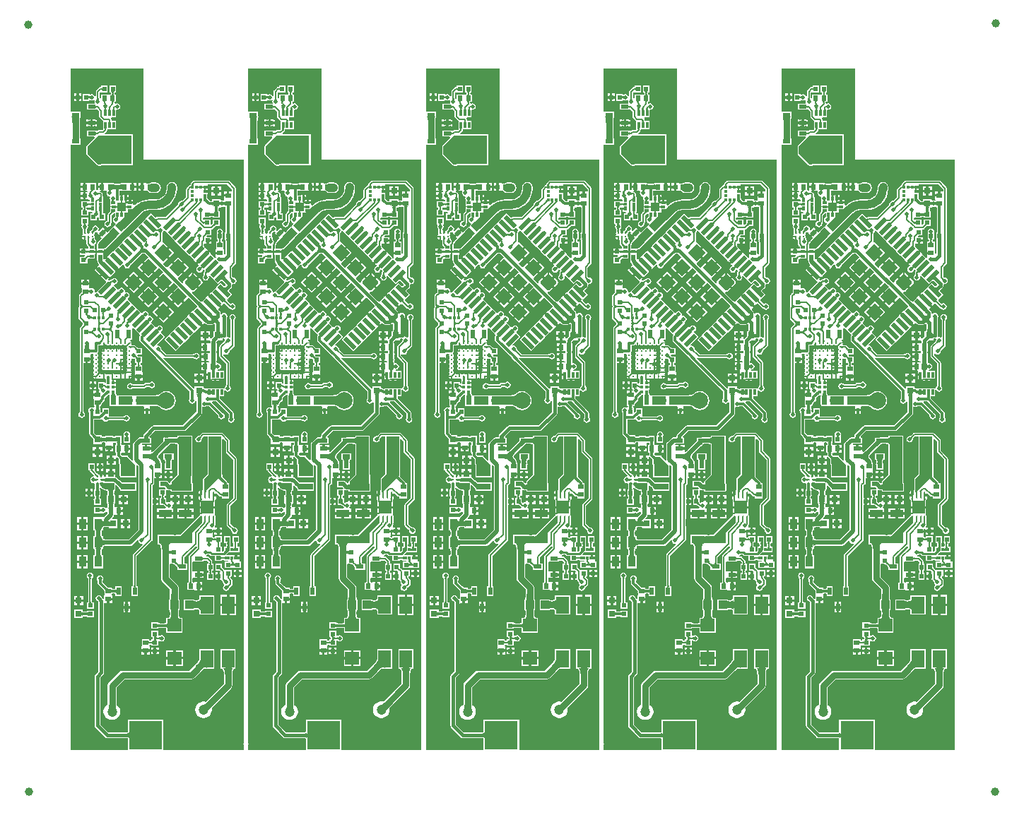
<source format=gbl>
G04*
G04 #@! TF.GenerationSoftware,Altium Limited,Altium Designer,19.1.8 (144)*
G04*
G04 Layer_Physical_Order=2*
G04 Layer_Color=16711680*
%FSAX25Y25*%
%MOIN*%
G70*
G01*
G75*
%ADD10C,0.03937*%
%ADD14C,0.00787*%
%ADD15C,0.01575*%
%ADD16C,0.01181*%
%ADD17C,0.03937*%
%ADD18C,0.01968*%
%ADD19C,0.01181*%
%ADD20C,0.04724*%
%ADD21R,0.01968X0.02362*%
%ADD22R,0.15748X0.13780*%
%ADD23R,0.02520X0.02362*%
%ADD24R,0.06614X0.05984*%
%ADD25R,0.03937X0.03937*%
%ADD26R,0.02362X0.01968*%
%ADD27R,0.03150X0.03150*%
%ADD28R,0.06102X0.08268*%
%ADD29R,0.03740X0.01890*%
G04:AMPARAMS|DCode=30|XSize=39.37mil|YSize=23.62mil|CornerRadius=0mil|HoleSize=0mil|Usage=FLASHONLY|Rotation=315.000|XOffset=0mil|YOffset=0mil|HoleType=Round|Shape=Rectangle|*
%AMROTATEDRECTD30*
4,1,4,-0.02227,0.00557,-0.00557,0.02227,0.02227,-0.00557,0.00557,-0.02227,-0.02227,0.00557,0.0*
%
%ADD30ROTATEDRECTD30*%

%ADD31R,0.02362X0.02520*%
%ADD32R,0.03150X0.03150*%
G04:AMPARAMS|DCode=33|XSize=19.68mil|YSize=66.93mil|CornerRadius=0mil|HoleSize=0mil|Usage=FLASHONLY|Rotation=45.000|XOffset=0mil|YOffset=0mil|HoleType=Round|Shape=Rectangle|*
%AMROTATEDRECTD33*
4,1,4,0.01670,-0.03062,-0.03062,0.01670,-0.01670,0.03062,0.03062,-0.01670,0.01670,-0.03062,0.0*
%
%ADD33ROTATEDRECTD33*%

G04:AMPARAMS|DCode=34|XSize=19.68mil|YSize=66.93mil|CornerRadius=0mil|HoleSize=0mil|Usage=FLASHONLY|Rotation=135.000|XOffset=0mil|YOffset=0mil|HoleType=Round|Shape=Rectangle|*
%AMROTATEDRECTD34*
4,1,4,0.03062,0.01670,-0.01670,-0.03062,-0.03062,-0.01670,0.01670,0.03062,0.03062,0.01670,0.0*
%
%ADD34ROTATEDRECTD34*%

G04:AMPARAMS|DCode=35|XSize=59.06mil|YSize=59.06mil|CornerRadius=5.91mil|HoleSize=0mil|Usage=FLASHONLY|Rotation=135.000|XOffset=0mil|YOffset=0mil|HoleType=Round|Shape=RoundedRectangle|*
%AMROUNDEDRECTD35*
21,1,0.05906,0.04724,0,0,135.0*
21,1,0.04724,0.05906,0,0,135.0*
1,1,0.01181,0.00000,0.03341*
1,1,0.01181,0.03341,0.00000*
1,1,0.01181,0.00000,-0.03341*
1,1,0.01181,-0.03341,0.00000*
%
%ADD35ROUNDEDRECTD35*%
%ADD36P,0.08352X4X180.0*%
%ADD37R,0.01575X0.01968*%
%ADD38R,0.01575X0.01181*%
%ADD39R,0.01181X0.01870*%
%ADD40R,0.01870X0.01181*%
G04:AMPARAMS|DCode=41|XSize=24.41mil|YSize=22.44mil|CornerRadius=0mil|HoleSize=0mil|Usage=FLASHONLY|Rotation=225.000|XOffset=0mil|YOffset=0mil|HoleType=Round|Shape=Rectangle|*
%AMROTATEDRECTD41*
4,1,4,0.00070,0.01656,0.01656,0.00070,-0.00070,-0.01656,-0.01656,-0.00070,0.00070,0.01656,0.0*
%
%ADD41ROTATEDRECTD41*%

%ADD42R,0.01968X0.01181*%
%ADD43R,0.02244X0.02441*%
%ADD44R,0.01181X0.01181*%
%ADD45R,0.01181X0.01181*%
%ADD46R,0.05906X0.06299*%
G04:AMPARAMS|DCode=47|XSize=9.84mil|YSize=33.47mil|CornerRadius=2.46mil|HoleSize=0mil|Usage=FLASHONLY|Rotation=180.000|XOffset=0mil|YOffset=0mil|HoleType=Round|Shape=RoundedRectangle|*
%AMROUNDEDRECTD47*
21,1,0.00984,0.02854,0,0,180.0*
21,1,0.00492,0.03347,0,0,180.0*
1,1,0.00492,-0.00246,0.01427*
1,1,0.00492,0.00246,0.01427*
1,1,0.00492,0.00246,-0.01427*
1,1,0.00492,-0.00246,-0.01427*
%
%ADD47ROUNDEDRECTD47*%
%ADD48R,0.05906X0.18504*%
%ADD49R,0.01181X0.03150*%
%ADD50R,0.06299X0.03543*%
%ADD51R,0.01968X0.01575*%
%ADD52R,0.01181X0.01575*%
%ADD53R,0.02362X0.04331*%
%ADD54R,0.01181X0.01772*%
%ADD55R,0.01890X0.03740*%
%ADD56R,0.01968X0.01968*%
%ADD57R,0.01181X0.02756*%
%ADD58R,0.02244X0.03937*%
%ADD59R,0.02362X0.03937*%
%ADD60R,0.01378X0.01968*%
%ADD61R,0.06693X0.02756*%
%ADD62R,0.03543X0.05118*%
%ADD63C,0.00598*%
%ADD64C,0.00945*%
%ADD65C,0.01968*%
%ADD66C,0.01673*%
%ADD67C,0.00984*%
%ADD68C,0.02953*%
%ADD69C,0.07874*%
G36*
X0509882Y0461687D02*
Y0418701D01*
X0556963D01*
X0556963Y0143371D01*
X0556957Y0142948D01*
X0556887Y0142878D01*
X0556885Y0142874D01*
X0556885Y0142874D01*
X0556885Y0142874D01*
X0556963Y0142374D01*
Y0139888D01*
X0519201D01*
Y0154319D01*
X0502453D01*
Y0148609D01*
X0502427Y0148561D01*
X0502418Y0148474D01*
X0502414Y0148465D01*
X0502408Y0148456D01*
X0502385Y0148434D01*
X0502326Y0148398D01*
X0502225Y0148356D01*
X0502078Y0148317D01*
X0501889Y0148285D01*
X0501658Y0148265D01*
X0501376Y0148258D01*
X0501340Y0148242D01*
X0493142D01*
X0489403Y0151981D01*
Y0174141D01*
X0490791Y0175528D01*
X0491075Y0175954D01*
X0491175Y0176456D01*
Y0208866D01*
X0491232Y0209343D01*
X0491675Y0209343D01*
X0492520D01*
Y0209915D01*
X0492465Y0209953D01*
X0492398Y0209977D01*
X0492323Y0209985D01*
X0492520D01*
Y0211142D01*
X0493111D01*
Y0211732D01*
X0494988D01*
Y0212789D01*
X0494988Y0212941D01*
X0494891Y0213312D01*
X0495165Y0213768D01*
X0495181Y0213770D01*
X0495345Y0213784D01*
X0495553Y0213790D01*
X0495598Y0213809D01*
X0495820D01*
X0495864Y0213790D01*
X0496074Y0213784D01*
X0496240Y0213770D01*
X0496373Y0213748D01*
X0496470Y0213722D01*
X0496530Y0213698D01*
X0496532Y0213697D01*
X0496533Y0213683D01*
X0496548Y0213657D01*
Y0212551D01*
X0499437D01*
Y0217291D01*
X0496548D01*
Y0216186D01*
X0496533Y0216160D01*
X0496532Y0216146D01*
X0496530Y0216145D01*
X0496470Y0216121D01*
X0496373Y0216095D01*
X0496240Y0216073D01*
X0496074Y0216058D01*
X0495864Y0216053D01*
X0495820Y0216033D01*
X0495598D01*
X0495553Y0216053D01*
X0495345Y0216058D01*
X0495181Y0216072D01*
X0495050Y0216094D01*
X0494954Y0216119D01*
X0494897Y0216142D01*
X0494896Y0216148D01*
X0494870Y0216196D01*
Y0216602D01*
X0494429D01*
X0494358Y0216632D01*
X0494330Y0216620D01*
X0494301Y0216629D01*
X0494253Y0216602D01*
X0493747D01*
X0493719Y0216621D01*
X0493677Y0216613D01*
X0493637Y0216631D01*
X0493558Y0216602D01*
X0493187D01*
X0493089Y0216658D01*
X0492939Y0216762D01*
X0492543Y0217097D01*
X0492317Y0217315D01*
X0492271Y0217333D01*
X0490384Y0219220D01*
Y0219397D01*
X0490404Y0219444D01*
X0490405Y0219546D01*
X0490411Y0219714D01*
X0490423Y0219833D01*
X0490428Y0219860D01*
X0490431Y0219872D01*
X0490438Y0219892D01*
X0490437Y0219899D01*
X0490670Y0220248D01*
X0490785Y0220827D01*
X0490670Y0221406D01*
X0490342Y0221897D01*
X0489851Y0222225D01*
X0489272Y0222340D01*
X0488693Y0222225D01*
X0488202Y0221897D01*
X0487874Y0221406D01*
X0487759Y0220827D01*
X0487874Y0220248D01*
X0488106Y0219899D01*
X0488106Y0219892D01*
X0488113Y0219872D01*
X0488116Y0219860D01*
X0488119Y0219842D01*
X0488139Y0219539D01*
X0488140Y0219444D01*
X0488160Y0219397D01*
Y0218760D01*
X0488160Y0218760D01*
X0488245Y0218334D01*
X0488486Y0217974D01*
X0490600Y0215860D01*
X0490611Y0215824D01*
X0490625Y0215816D01*
X0490631Y0215801D01*
X0491058Y0215341D01*
X0491203Y0215160D01*
X0491314Y0215001D01*
X0491351Y0214938D01*
Y0214585D01*
X0491322Y0214524D01*
X0491337Y0214482D01*
X0491325Y0214438D01*
X0491351Y0214391D01*
Y0213392D01*
X0491232Y0212941D01*
X0491232Y0212789D01*
Y0211561D01*
X0490971Y0211419D01*
X0490732Y0211380D01*
X0490109Y0212003D01*
X0490079Y0212154D01*
X0489751Y0212645D01*
X0489260Y0212973D01*
X0488681Y0213088D01*
X0488102Y0212973D01*
X0487611Y0212645D01*
X0487283Y0212154D01*
X0487168Y0211575D01*
X0487283Y0210996D01*
X0487611Y0210505D01*
X0488102Y0210177D01*
X0488253Y0210147D01*
X0488550Y0209850D01*
Y0177000D01*
X0487163Y0175612D01*
X0486878Y0175187D01*
X0486778Y0174684D01*
Y0151437D01*
X0486878Y0150935D01*
X0487163Y0150509D01*
X0491671Y0146001D01*
X0492096Y0145717D01*
X0492599Y0145617D01*
X0501340D01*
X0501376Y0145601D01*
X0501658Y0145593D01*
X0501889Y0145573D01*
X0502078Y0145542D01*
X0502225Y0145502D01*
X0502326Y0145460D01*
X0502385Y0145425D01*
X0502408Y0145403D01*
X0502414Y0145394D01*
X0502418Y0145384D01*
X0502427Y0145298D01*
X0502453Y0145249D01*
Y0139888D01*
X0478307D01*
X0478307Y0139888D01*
X0475321D01*
Y0142372D01*
X0475321Y0142374D01*
X0475398Y0142874D01*
X0475397Y0142879D01*
X0475327Y0142948D01*
X0475321Y0143371D01*
X0475321Y0425681D01*
X0480048D01*
Y0428571D01*
X0479693D01*
Y0435829D01*
X0479695Y0435835D01*
X0479699Y0436389D01*
X0479729Y0437313D01*
X0479787Y0437988D01*
X0479822Y0438214D01*
X0479838Y0438280D01*
X0480048D01*
Y0438721D01*
X0480077Y0438792D01*
X0480048Y0438862D01*
Y0441169D01*
X0475321D01*
Y0459803D01*
Y0461688D01*
X0476713D01*
X0477201Y0461687D01*
X0477201Y0461687D01*
X0477205Y0461610D01*
X0477212Y0461612D01*
X0477286Y0461688D01*
X0509882Y0461687D01*
D02*
G37*
G36*
X0426024D02*
Y0418701D01*
X0473105D01*
X0473105Y0143371D01*
X0473099Y0142948D01*
X0473029Y0142878D01*
X0473027Y0142874D01*
X0473027Y0142874D01*
X0473027Y0142874D01*
X0473105Y0142374D01*
Y0139888D01*
X0435343D01*
Y0154319D01*
X0418595D01*
Y0148609D01*
X0418569Y0148561D01*
X0418559Y0148474D01*
X0418556Y0148465D01*
X0418550Y0148456D01*
X0418526Y0148434D01*
X0418468Y0148398D01*
X0418366Y0148356D01*
X0418220Y0148317D01*
X0418030Y0148285D01*
X0417800Y0148265D01*
X0417518Y0148258D01*
X0417482Y0148242D01*
X0409284D01*
X0405545Y0151981D01*
Y0174141D01*
X0406932Y0175528D01*
X0407217Y0175954D01*
X0407317Y0176456D01*
Y0208866D01*
X0407374Y0209343D01*
X0407817Y0209343D01*
X0408662D01*
Y0209915D01*
X0408606Y0209953D01*
X0408540Y0209977D01*
X0408465Y0209985D01*
X0408662D01*
Y0211142D01*
X0409252D01*
Y0211732D01*
X0411130D01*
Y0212789D01*
X0411130Y0212941D01*
X0411033Y0213312D01*
X0411307Y0213768D01*
X0411323Y0213770D01*
X0411487Y0213784D01*
X0411695Y0213790D01*
X0411739Y0213809D01*
X0411962D01*
X0412006Y0213790D01*
X0412216Y0213784D01*
X0412382Y0213770D01*
X0412515Y0213748D01*
X0412612Y0213722D01*
X0412672Y0213698D01*
X0412674Y0213697D01*
X0412675Y0213683D01*
X0412689Y0213657D01*
Y0212551D01*
X0415579D01*
Y0217291D01*
X0412689D01*
Y0216186D01*
X0412675Y0216160D01*
X0412674Y0216146D01*
X0412672Y0216145D01*
X0412612Y0216121D01*
X0412515Y0216095D01*
X0412382Y0216073D01*
X0412216Y0216058D01*
X0412006Y0216053D01*
X0411962Y0216033D01*
X0411739D01*
X0411695Y0216053D01*
X0411487Y0216058D01*
X0411323Y0216072D01*
X0411192Y0216094D01*
X0411096Y0216119D01*
X0411039Y0216142D01*
X0411038Y0216148D01*
X0411012Y0216196D01*
Y0216602D01*
X0410570D01*
X0410500Y0216632D01*
X0410472Y0216620D01*
X0410442Y0216629D01*
X0410394Y0216602D01*
X0409888D01*
X0409861Y0216621D01*
X0409818Y0216613D01*
X0409779Y0216631D01*
X0409699Y0216602D01*
X0409329D01*
X0409231Y0216658D01*
X0409081Y0216762D01*
X0408685Y0217097D01*
X0408459Y0217315D01*
X0408413Y0217333D01*
X0406526Y0219220D01*
Y0219397D01*
X0406545Y0219444D01*
X0406546Y0219546D01*
X0406553Y0219714D01*
X0406565Y0219833D01*
X0406570Y0219860D01*
X0406573Y0219872D01*
X0406579Y0219892D01*
X0406579Y0219899D01*
X0406812Y0220248D01*
X0406927Y0220827D01*
X0406812Y0221406D01*
X0406484Y0221897D01*
X0405993Y0222225D01*
X0405414Y0222340D01*
X0404835Y0222225D01*
X0404344Y0221897D01*
X0404015Y0221406D01*
X0403900Y0220827D01*
X0404015Y0220248D01*
X0404248Y0219899D01*
X0404248Y0219892D01*
X0404254Y0219872D01*
X0404257Y0219860D01*
X0404260Y0219842D01*
X0404281Y0219539D01*
X0404282Y0219444D01*
X0404302Y0219397D01*
Y0218760D01*
X0404302Y0218760D01*
X0404386Y0218334D01*
X0404627Y0217974D01*
X0406741Y0215860D01*
X0406752Y0215824D01*
X0406767Y0215816D01*
X0406773Y0215801D01*
X0407200Y0215341D01*
X0407345Y0215160D01*
X0407456Y0215001D01*
X0407492Y0214938D01*
Y0214585D01*
X0407464Y0214524D01*
X0407479Y0214482D01*
X0407467Y0214438D01*
X0407492Y0214391D01*
Y0213392D01*
X0407374Y0212941D01*
X0407374Y0212789D01*
Y0211561D01*
X0407112Y0211419D01*
X0406874Y0211380D01*
X0406251Y0212003D01*
X0406221Y0212154D01*
X0405893Y0212645D01*
X0405402Y0212973D01*
X0404823Y0213088D01*
X0404244Y0212973D01*
X0403753Y0212645D01*
X0403425Y0212154D01*
X0403310Y0211575D01*
X0403425Y0210996D01*
X0403753Y0210505D01*
X0404244Y0210177D01*
X0404395Y0210147D01*
X0404692Y0209850D01*
Y0177000D01*
X0403304Y0175612D01*
X0403020Y0175187D01*
X0402920Y0174684D01*
Y0151437D01*
X0403020Y0150935D01*
X0403304Y0150509D01*
X0407812Y0146001D01*
X0408238Y0145717D01*
X0408740Y0145617D01*
X0417482D01*
X0417518Y0145601D01*
X0417800Y0145593D01*
X0418030Y0145573D01*
X0418220Y0145542D01*
X0418366Y0145502D01*
X0418468Y0145460D01*
X0418526Y0145425D01*
X0418550Y0145403D01*
X0418556Y0145394D01*
X0418559Y0145384D01*
X0418569Y0145298D01*
X0418595Y0145249D01*
Y0139888D01*
X0394449D01*
X0394448Y0139888D01*
X0391462D01*
Y0142372D01*
X0391462Y0142374D01*
X0391540Y0142874D01*
X0391538Y0142879D01*
X0391468Y0142948D01*
X0391462Y0143371D01*
X0391462Y0425681D01*
X0396189D01*
Y0428571D01*
X0395834D01*
Y0435829D01*
X0395837Y0435835D01*
X0395840Y0436389D01*
X0395870Y0437313D01*
X0395929Y0437988D01*
X0395964Y0438214D01*
X0395980Y0438280D01*
X0396189D01*
Y0438721D01*
X0396218Y0438792D01*
X0396189Y0438862D01*
Y0441169D01*
X0391462D01*
Y0459803D01*
Y0461688D01*
X0392855D01*
X0393342Y0461687D01*
X0393342Y0461687D01*
X0393347Y0461610D01*
X0393353Y0461612D01*
X0393427Y0461688D01*
X0426024Y0461687D01*
D02*
G37*
G36*
X0342165D02*
Y0418701D01*
X0389247D01*
X0389246Y0143371D01*
X0389241Y0142948D01*
X0389171Y0142878D01*
X0389169Y0142874D01*
X0389169Y0142874D01*
X0389169Y0142874D01*
X0389246Y0142374D01*
Y0139888D01*
X0351484D01*
Y0154319D01*
X0334736D01*
Y0148609D01*
X0334710Y0148561D01*
X0334701Y0148474D01*
X0334698Y0148465D01*
X0334692Y0148456D01*
X0334668Y0148434D01*
X0334610Y0148398D01*
X0334508Y0148356D01*
X0334362Y0148317D01*
X0334172Y0148285D01*
X0333942Y0148265D01*
X0333659Y0148258D01*
X0333624Y0148242D01*
X0325426D01*
X0321687Y0151981D01*
Y0174141D01*
X0323074Y0175528D01*
X0323359Y0175954D01*
X0323459Y0176456D01*
Y0208866D01*
X0323516Y0209343D01*
X0323958Y0209343D01*
X0324803D01*
Y0209915D01*
X0324748Y0209953D01*
X0324681Y0209977D01*
X0324606Y0209985D01*
X0324803D01*
Y0211142D01*
X0325394D01*
Y0211732D01*
X0327272D01*
Y0212789D01*
X0327272Y0212941D01*
X0327175Y0213312D01*
X0327449Y0213768D01*
X0327465Y0213770D01*
X0327629Y0213784D01*
X0327837Y0213790D01*
X0327881Y0213809D01*
X0328103D01*
X0328148Y0213790D01*
X0328358Y0213784D01*
X0328524Y0213770D01*
X0328656Y0213748D01*
X0328753Y0213722D01*
X0328813Y0213698D01*
X0328815Y0213697D01*
X0328817Y0213683D01*
X0328831Y0213657D01*
Y0212551D01*
X0331721D01*
Y0217291D01*
X0328831D01*
Y0216186D01*
X0328817Y0216160D01*
X0328815Y0216146D01*
X0328813Y0216145D01*
X0328753Y0216121D01*
X0328656Y0216095D01*
X0328524Y0216073D01*
X0328358Y0216058D01*
X0328148Y0216053D01*
X0328103Y0216033D01*
X0327881D01*
X0327837Y0216053D01*
X0327629Y0216058D01*
X0327465Y0216072D01*
X0327333Y0216094D01*
X0327237Y0216119D01*
X0327181Y0216142D01*
X0327180Y0216148D01*
X0327154Y0216196D01*
Y0216602D01*
X0326712D01*
X0326642Y0216632D01*
X0326613Y0216620D01*
X0326584Y0216629D01*
X0326536Y0216602D01*
X0326030D01*
X0326003Y0216621D01*
X0325960Y0216613D01*
X0325921Y0216631D01*
X0325841Y0216602D01*
X0325471D01*
X0325373Y0216658D01*
X0325223Y0216762D01*
X0324826Y0217097D01*
X0324601Y0217315D01*
X0324555Y0217333D01*
X0322667Y0219220D01*
Y0219397D01*
X0322687Y0219444D01*
X0322688Y0219546D01*
X0322695Y0219714D01*
X0322707Y0219833D01*
X0322711Y0219860D01*
X0322714Y0219872D01*
X0322721Y0219892D01*
X0322721Y0219899D01*
X0322953Y0220248D01*
X0323069Y0220827D01*
X0322953Y0221406D01*
X0322625Y0221897D01*
X0322134Y0222225D01*
X0321555Y0222340D01*
X0320976Y0222225D01*
X0320485Y0221897D01*
X0320157Y0221406D01*
X0320042Y0220827D01*
X0320157Y0220248D01*
X0320390Y0219899D01*
X0320389Y0219892D01*
X0320396Y0219872D01*
X0320399Y0219860D01*
X0320402Y0219842D01*
X0320423Y0219539D01*
X0320424Y0219444D01*
X0320443Y0219397D01*
Y0218760D01*
X0320443Y0218760D01*
X0320528Y0218334D01*
X0320769Y0217974D01*
X0322883Y0215860D01*
X0322894Y0215824D01*
X0322909Y0215816D01*
X0322915Y0215801D01*
X0323342Y0215341D01*
X0323487Y0215160D01*
X0323598Y0215001D01*
X0323634Y0214938D01*
Y0214585D01*
X0323605Y0214524D01*
X0323621Y0214482D01*
X0323608Y0214438D01*
X0323634Y0214391D01*
Y0213392D01*
X0323516Y0212941D01*
X0323516Y0212789D01*
Y0211561D01*
X0323254Y0211419D01*
X0323016Y0211380D01*
X0322393Y0212003D01*
X0322363Y0212154D01*
X0322035Y0212645D01*
X0321544Y0212973D01*
X0320965Y0213088D01*
X0320386Y0212973D01*
X0319895Y0212645D01*
X0319567Y0212154D01*
X0319451Y0211575D01*
X0319567Y0210996D01*
X0319895Y0210505D01*
X0320386Y0210177D01*
X0320537Y0210147D01*
X0320833Y0209850D01*
Y0177000D01*
X0319446Y0175612D01*
X0319162Y0175187D01*
X0319062Y0174684D01*
Y0151437D01*
X0319162Y0150935D01*
X0319446Y0150509D01*
X0323954Y0146001D01*
X0324380Y0145717D01*
X0324882Y0145617D01*
X0333624D01*
X0333659Y0145601D01*
X0333942Y0145593D01*
X0334172Y0145573D01*
X0334362Y0145542D01*
X0334508Y0145502D01*
X0334610Y0145460D01*
X0334668Y0145425D01*
X0334692Y0145403D01*
X0334698Y0145394D01*
X0334701Y0145384D01*
X0334710Y0145298D01*
X0334736Y0145249D01*
Y0139888D01*
X0310591D01*
X0310590Y0139888D01*
X0307604D01*
Y0142372D01*
X0307604Y0142374D01*
X0307682Y0142874D01*
X0307680Y0142879D01*
X0307610Y0142948D01*
X0307604Y0143371D01*
X0307604Y0425681D01*
X0312331D01*
Y0428571D01*
X0311976D01*
Y0435829D01*
X0311978Y0435835D01*
X0311982Y0436389D01*
X0312012Y0437313D01*
X0312070Y0437988D01*
X0312106Y0438214D01*
X0312122Y0438280D01*
X0312331D01*
Y0438721D01*
X0312360Y0438792D01*
X0312331Y0438862D01*
Y0441169D01*
X0307604D01*
Y0459803D01*
Y0461688D01*
X0308996D01*
X0309484Y0461687D01*
X0309484Y0461687D01*
X0309488Y0461610D01*
X0309495Y0461612D01*
X0309569Y0461688D01*
X0342165Y0461687D01*
D02*
G37*
G36*
X0258307D02*
Y0418701D01*
X0305388D01*
X0305388Y0143371D01*
X0305382Y0142948D01*
X0305312Y0142878D01*
X0305310Y0142874D01*
X0305310Y0142874D01*
X0305310Y0142874D01*
X0305388Y0142374D01*
Y0139888D01*
X0267626D01*
Y0154319D01*
X0250878D01*
Y0148609D01*
X0250852Y0148561D01*
X0250843Y0148474D01*
X0250839Y0148465D01*
X0250833Y0148456D01*
X0250810Y0148434D01*
X0250751Y0148398D01*
X0250650Y0148356D01*
X0250503Y0148317D01*
X0250314Y0148285D01*
X0250084Y0148265D01*
X0249801Y0148258D01*
X0249766Y0148242D01*
X0241567D01*
X0237828Y0151981D01*
Y0174141D01*
X0239216Y0175528D01*
X0239500Y0175954D01*
X0239600Y0176456D01*
Y0208866D01*
X0239658Y0209343D01*
X0240100Y0209343D01*
X0240945D01*
Y0209915D01*
X0240890Y0209953D01*
X0240823Y0209977D01*
X0240748Y0209985D01*
X0240945D01*
Y0211142D01*
X0241536D01*
Y0211732D01*
X0243413D01*
Y0212789D01*
X0243413Y0212941D01*
X0243317Y0213312D01*
X0243590Y0213768D01*
X0243606Y0213770D01*
X0243770Y0213784D01*
X0243979Y0213790D01*
X0244023Y0213809D01*
X0244245D01*
X0244289Y0213790D01*
X0244500Y0213784D01*
X0244665Y0213770D01*
X0244798Y0213748D01*
X0244895Y0213722D01*
X0244955Y0213698D01*
X0244957Y0213697D01*
X0244958Y0213683D01*
X0244973Y0213657D01*
Y0212551D01*
X0247862D01*
Y0217291D01*
X0244973D01*
Y0216186D01*
X0244958Y0216160D01*
X0244957Y0216146D01*
X0244955Y0216145D01*
X0244895Y0216121D01*
X0244798Y0216095D01*
X0244665Y0216073D01*
X0244500Y0216058D01*
X0244289Y0216053D01*
X0244245Y0216033D01*
X0244023D01*
X0243979Y0216053D01*
X0243770Y0216058D01*
X0243606Y0216072D01*
X0243475Y0216094D01*
X0243379Y0216119D01*
X0243322Y0216142D01*
X0243321Y0216148D01*
X0243295Y0216196D01*
Y0216602D01*
X0242854D01*
X0242783Y0216632D01*
X0242755Y0216620D01*
X0242726Y0216629D01*
X0242678Y0216602D01*
X0242172D01*
X0242144Y0216621D01*
X0242102Y0216613D01*
X0242062Y0216631D01*
X0241983Y0216602D01*
X0241613D01*
X0241514Y0216658D01*
X0241364Y0216762D01*
X0240968Y0217097D01*
X0240742Y0217315D01*
X0240696Y0217333D01*
X0238809Y0219220D01*
Y0219397D01*
X0238829Y0219444D01*
X0238830Y0219546D01*
X0238837Y0219714D01*
X0238849Y0219833D01*
X0238853Y0219860D01*
X0238856Y0219872D01*
X0238863Y0219892D01*
X0238862Y0219899D01*
X0239095Y0220248D01*
X0239210Y0220827D01*
X0239095Y0221406D01*
X0238767Y0221897D01*
X0238276Y0222225D01*
X0237697Y0222340D01*
X0237118Y0222225D01*
X0236627Y0221897D01*
X0236299Y0221406D01*
X0236184Y0220827D01*
X0236299Y0220248D01*
X0236532Y0219899D01*
X0236531Y0219892D01*
X0236538Y0219872D01*
X0236541Y0219860D01*
X0236544Y0219842D01*
X0236564Y0219539D01*
X0236565Y0219444D01*
X0236585Y0219397D01*
Y0218760D01*
X0236585Y0218760D01*
X0236670Y0218334D01*
X0236911Y0217974D01*
X0239025Y0215860D01*
X0239036Y0215824D01*
X0239050Y0215816D01*
X0239056Y0215801D01*
X0239483Y0215341D01*
X0239629Y0215160D01*
X0239739Y0215001D01*
X0239776Y0214938D01*
Y0214585D01*
X0239747Y0214524D01*
X0239762Y0214482D01*
X0239750Y0214438D01*
X0239776Y0214391D01*
Y0213392D01*
X0239658Y0212941D01*
X0239658Y0212789D01*
Y0211561D01*
X0239396Y0211419D01*
X0239158Y0211380D01*
X0238535Y0212003D01*
X0238505Y0212154D01*
X0238176Y0212645D01*
X0237686Y0212973D01*
X0237106Y0213088D01*
X0236527Y0212973D01*
X0236036Y0212645D01*
X0235708Y0212154D01*
X0235593Y0211575D01*
X0235708Y0210996D01*
X0236036Y0210505D01*
X0236527Y0210177D01*
X0236678Y0210147D01*
X0236975Y0209850D01*
Y0177000D01*
X0235588Y0175612D01*
X0235303Y0175187D01*
X0235203Y0174684D01*
Y0151437D01*
X0235303Y0150935D01*
X0235588Y0150509D01*
X0240096Y0146001D01*
X0240521Y0145717D01*
X0241024Y0145617D01*
X0249766D01*
X0249801Y0145601D01*
X0250084Y0145593D01*
X0250314Y0145573D01*
X0250503Y0145542D01*
X0250650Y0145502D01*
X0250751Y0145460D01*
X0250810Y0145425D01*
X0250833Y0145403D01*
X0250839Y0145394D01*
X0250843Y0145384D01*
X0250852Y0145298D01*
X0250878Y0145249D01*
Y0139888D01*
X0226732D01*
X0226732Y0139888D01*
X0223746D01*
Y0142372D01*
X0223746Y0142374D01*
X0223824Y0142874D01*
X0223822Y0142879D01*
X0223752Y0142948D01*
X0223746Y0143371D01*
X0223746Y0425681D01*
X0228473D01*
Y0428571D01*
X0228118D01*
Y0435829D01*
X0228120Y0435835D01*
X0228124Y0436389D01*
X0228154Y0437313D01*
X0228212Y0437988D01*
X0228247Y0438214D01*
X0228263Y0438280D01*
X0228473D01*
Y0438721D01*
X0228502Y0438792D01*
X0228473Y0438862D01*
Y0441169D01*
X0223746D01*
Y0459803D01*
Y0461688D01*
X0225138D01*
X0225626Y0461687D01*
X0225626Y0461687D01*
X0225630Y0461610D01*
X0225637Y0461612D01*
X0225711Y0461688D01*
X0258307Y0461687D01*
D02*
G37*
G36*
X0174449D02*
Y0418701D01*
X0221530D01*
X0221530Y0143371D01*
X0221524Y0142948D01*
X0221454Y0142878D01*
X0221452Y0142874D01*
X0221452Y0142874D01*
X0221452Y0142874D01*
X0221530Y0142374D01*
Y0139888D01*
X0183768D01*
Y0154319D01*
X0167020D01*
Y0148609D01*
X0166994Y0148561D01*
X0166984Y0148474D01*
X0166981Y0148465D01*
X0166975Y0148456D01*
X0166951Y0148434D01*
X0166893Y0148398D01*
X0166791Y0148356D01*
X0166645Y0148317D01*
X0166455Y0148285D01*
X0166225Y0148265D01*
X0165943Y0148258D01*
X0165907Y0148242D01*
X0157709D01*
X0153970Y0151981D01*
Y0174141D01*
X0155357Y0175528D01*
X0155642Y0175954D01*
X0155742Y0176456D01*
Y0208866D01*
X0155799Y0209343D01*
X0156242Y0209343D01*
X0157087D01*
Y0209915D01*
X0157032Y0209953D01*
X0156965Y0209977D01*
X0156890Y0209985D01*
X0157087D01*
Y0211142D01*
X0157677D01*
Y0211732D01*
X0159555D01*
Y0212789D01*
X0159555Y0212941D01*
X0159458Y0213312D01*
X0159732Y0213768D01*
X0159748Y0213770D01*
X0159912Y0213784D01*
X0160120Y0213790D01*
X0160164Y0213809D01*
X0160387D01*
X0160431Y0213790D01*
X0160641Y0213784D01*
X0160807Y0213770D01*
X0160940Y0213748D01*
X0161037Y0213722D01*
X0161097Y0213698D01*
X0161099Y0213697D01*
X0161100Y0213683D01*
X0161114Y0213657D01*
Y0212551D01*
X0164004D01*
Y0217291D01*
X0161114D01*
Y0216186D01*
X0161100Y0216160D01*
X0161099Y0216146D01*
X0161097Y0216145D01*
X0161037Y0216121D01*
X0160940Y0216095D01*
X0160807Y0216073D01*
X0160641Y0216058D01*
X0160431Y0216053D01*
X0160387Y0216033D01*
X0160164D01*
X0160120Y0216053D01*
X0159912Y0216058D01*
X0159748Y0216072D01*
X0159617Y0216094D01*
X0159521Y0216119D01*
X0159464Y0216142D01*
X0159463Y0216148D01*
X0159437Y0216196D01*
Y0216602D01*
X0158996D01*
X0158925Y0216632D01*
X0158897Y0216620D01*
X0158867Y0216629D01*
X0158819Y0216602D01*
X0158313D01*
X0158286Y0216621D01*
X0158243Y0216613D01*
X0158204Y0216631D01*
X0158124Y0216602D01*
X0157754D01*
X0157656Y0216658D01*
X0157506Y0216762D01*
X0157110Y0217097D01*
X0156884Y0217315D01*
X0156838Y0217333D01*
X0154951Y0219220D01*
Y0219397D01*
X0154970Y0219444D01*
X0154971Y0219546D01*
X0154978Y0219714D01*
X0154990Y0219833D01*
X0154995Y0219860D01*
X0154998Y0219872D01*
X0155005Y0219892D01*
X0155004Y0219899D01*
X0155237Y0220248D01*
X0155352Y0220827D01*
X0155237Y0221406D01*
X0154909Y0221897D01*
X0154418Y0222225D01*
X0153839Y0222340D01*
X0153260Y0222225D01*
X0152769Y0221897D01*
X0152441Y0221406D01*
X0152325Y0220827D01*
X0152441Y0220248D01*
X0152673Y0219899D01*
X0152673Y0219892D01*
X0152680Y0219872D01*
X0152682Y0219860D01*
X0152685Y0219842D01*
X0152706Y0219539D01*
X0152707Y0219444D01*
X0152727Y0219397D01*
Y0218760D01*
X0152727Y0218760D01*
X0152811Y0218334D01*
X0153052Y0217974D01*
X0155166Y0215860D01*
X0155177Y0215824D01*
X0155192Y0215816D01*
X0155198Y0215801D01*
X0155625Y0215341D01*
X0155770Y0215160D01*
X0155881Y0215001D01*
X0155917Y0214938D01*
Y0214585D01*
X0155889Y0214524D01*
X0155904Y0214482D01*
X0155892Y0214438D01*
X0155917Y0214391D01*
Y0213392D01*
X0155799Y0212941D01*
X0155799Y0212789D01*
Y0211561D01*
X0155537Y0211419D01*
X0155299Y0211380D01*
X0154676Y0212003D01*
X0154646Y0212154D01*
X0154318Y0212645D01*
X0153827Y0212973D01*
X0153248Y0213088D01*
X0152669Y0212973D01*
X0152178Y0212645D01*
X0151850Y0212154D01*
X0151735Y0211575D01*
X0151850Y0210996D01*
X0152178Y0210505D01*
X0152669Y0210177D01*
X0152820Y0210147D01*
X0153117Y0209850D01*
Y0177000D01*
X0151729Y0175612D01*
X0151445Y0175187D01*
X0151345Y0174684D01*
Y0151437D01*
X0151445Y0150935D01*
X0151729Y0150509D01*
X0156237Y0146001D01*
X0156663Y0145717D01*
X0157166Y0145617D01*
X0165907D01*
X0165943Y0145601D01*
X0166225Y0145593D01*
X0166455Y0145573D01*
X0166645Y0145542D01*
X0166791Y0145502D01*
X0166893Y0145460D01*
X0166951Y0145425D01*
X0166975Y0145403D01*
X0166981Y0145394D01*
X0166984Y0145384D01*
X0166994Y0145298D01*
X0167020Y0145249D01*
Y0139888D01*
X0142874D01*
X0142874Y0139888D01*
X0139887D01*
Y0142372D01*
X0139888Y0142374D01*
X0139965Y0142874D01*
X0139963Y0142879D01*
X0139893Y0142948D01*
X0139887Y0143371D01*
X0139887Y0425681D01*
X0144614D01*
Y0428571D01*
X0144259D01*
Y0435829D01*
X0144262Y0435835D01*
X0144265Y0436389D01*
X0144295Y0437313D01*
X0144353Y0437988D01*
X0144389Y0438214D01*
X0144405Y0438280D01*
X0144614D01*
Y0438721D01*
X0144643Y0438792D01*
X0144614Y0438862D01*
Y0441169D01*
X0139887D01*
Y0459803D01*
Y0461688D01*
X0141280D01*
X0141768Y0461687D01*
X0141768Y0461687D01*
X0141772Y0461610D01*
X0141778Y0461612D01*
X0141853Y0461688D01*
X0174449Y0461687D01*
D02*
G37*
G36*
X0479463Y0438762D02*
X0479398Y0438673D01*
X0479341Y0438526D01*
X0479291Y0438319D01*
X0479249Y0438053D01*
X0479188Y0437345D01*
X0479158Y0436400D01*
X0479154Y0435839D01*
X0476201D01*
X0476197Y0436400D01*
X0476064Y0438319D01*
X0476014Y0438526D01*
X0475957Y0438673D01*
X0475892Y0438762D01*
X0475819Y0438792D01*
X0479535D01*
X0479463Y0438762D01*
D02*
G37*
G36*
X0395605D02*
X0395540Y0438673D01*
X0395482Y0438526D01*
X0395433Y0438319D01*
X0395391Y0438053D01*
X0395330Y0437345D01*
X0395299Y0436400D01*
X0395296Y0435839D01*
X0392343D01*
X0392339Y0436400D01*
X0392205Y0438319D01*
X0392156Y0438526D01*
X0392098Y0438673D01*
X0392034Y0438762D01*
X0391961Y0438792D01*
X0395677D01*
X0395605Y0438762D01*
D02*
G37*
G36*
X0311746D02*
X0311682Y0438673D01*
X0311624Y0438526D01*
X0311575Y0438319D01*
X0311533Y0438053D01*
X0311472Y0437345D01*
X0311441Y0436400D01*
X0311437Y0435839D01*
X0308484D01*
X0308481Y0436400D01*
X0308347Y0438319D01*
X0308297Y0438526D01*
X0308240Y0438673D01*
X0308175Y0438762D01*
X0308103Y0438792D01*
X0311819D01*
X0311746Y0438762D01*
D02*
G37*
G36*
X0227888D02*
X0227823Y0438673D01*
X0227766Y0438526D01*
X0227716Y0438319D01*
X0227674Y0438053D01*
X0227613Y0437345D01*
X0227583Y0436400D01*
X0227579Y0435839D01*
X0224626D01*
X0224622Y0436400D01*
X0224489Y0438319D01*
X0224439Y0438526D01*
X0224382Y0438673D01*
X0224317Y0438762D01*
X0224244Y0438792D01*
X0227961D01*
X0227888Y0438762D01*
D02*
G37*
G36*
X0144030D02*
X0143965Y0438673D01*
X0143908Y0438526D01*
X0143858Y0438319D01*
X0143816Y0438053D01*
X0143755Y0437345D01*
X0143724Y0436400D01*
X0143721Y0435839D01*
X0140768D01*
X0140764Y0436400D01*
X0140630Y0438319D01*
X0140581Y0438526D01*
X0140524Y0438673D01*
X0140459Y0438762D01*
X0140386Y0438792D01*
X0144102D01*
X0144030Y0438762D01*
D02*
G37*
G36*
X0489942Y0220100D02*
X0489925Y0220066D01*
X0489911Y0220023D01*
X0489898Y0219970D01*
X0489887Y0219907D01*
X0489871Y0219753D01*
X0489863Y0219560D01*
X0489862Y0219449D01*
X0488681D01*
X0488680Y0219560D01*
X0488657Y0219907D01*
X0488646Y0219970D01*
X0488633Y0220023D01*
X0488618Y0220066D01*
X0488602Y0220100D01*
X0488583Y0220124D01*
X0489961D01*
X0489942Y0220100D01*
D02*
G37*
G36*
X0406084D02*
X0406067Y0220066D01*
X0406052Y0220023D01*
X0406040Y0219970D01*
X0406029Y0219907D01*
X0406013Y0219753D01*
X0406005Y0219560D01*
X0406004Y0219449D01*
X0404823D01*
X0404822Y0219560D01*
X0404798Y0219907D01*
X0404788Y0219970D01*
X0404775Y0220023D01*
X0404760Y0220066D01*
X0404743Y0220100D01*
X0404725Y0220124D01*
X0406103D01*
X0406084Y0220100D01*
D02*
G37*
G36*
X0322226D02*
X0322209Y0220066D01*
X0322194Y0220023D01*
X0322181Y0219970D01*
X0322170Y0219907D01*
X0322155Y0219753D01*
X0322147Y0219560D01*
X0322146Y0219449D01*
X0320965D01*
X0320964Y0219560D01*
X0320940Y0219907D01*
X0320929Y0219970D01*
X0320917Y0220023D01*
X0320902Y0220066D01*
X0320885Y0220100D01*
X0320866Y0220124D01*
X0322244D01*
X0322226Y0220100D01*
D02*
G37*
G36*
X0238367D02*
X0238351Y0220066D01*
X0238336Y0220023D01*
X0238323Y0219970D01*
X0238312Y0219907D01*
X0238296Y0219753D01*
X0238288Y0219560D01*
X0238287Y0219449D01*
X0237106D01*
X0237105Y0219560D01*
X0237082Y0219907D01*
X0237071Y0219970D01*
X0237058Y0220023D01*
X0237043Y0220066D01*
X0237027Y0220100D01*
X0237008Y0220124D01*
X0238386D01*
X0238367Y0220100D01*
D02*
G37*
G36*
X0154509D02*
X0154492Y0220066D01*
X0154478Y0220023D01*
X0154465Y0219970D01*
X0154454Y0219907D01*
X0154438Y0219753D01*
X0154430Y0219560D01*
X0154429Y0219449D01*
X0153248D01*
X0153247Y0219560D01*
X0153224Y0219907D01*
X0153213Y0219970D01*
X0153200Y0220023D01*
X0153185Y0220066D01*
X0153168Y0220100D01*
X0153150Y0220124D01*
X0154528D01*
X0154509Y0220100D01*
D02*
G37*
G36*
X0492180Y0216695D02*
X0492610Y0216333D01*
X0492801Y0216200D01*
X0492976Y0216100D01*
X0493135Y0216033D01*
X0493278Y0215999D01*
X0493405Y0215997D01*
X0493516Y0216027D01*
X0493612Y0216090D01*
X0491863Y0214499D01*
X0491933Y0214587D01*
X0491969Y0214693D01*
X0491971Y0214816D01*
X0491939Y0214957D01*
X0491873Y0215115D01*
X0491772Y0215291D01*
X0491637Y0215484D01*
X0491468Y0215695D01*
X0491027Y0216169D01*
X0491941Y0216926D01*
X0492180Y0216695D01*
D02*
G37*
G36*
X0408322D02*
X0408751Y0216333D01*
X0408942Y0216200D01*
X0409117Y0216100D01*
X0409276Y0216033D01*
X0409419Y0215999D01*
X0409547Y0215997D01*
X0409658Y0216027D01*
X0409753Y0216090D01*
X0408004Y0214499D01*
X0408075Y0214587D01*
X0408111Y0214693D01*
X0408113Y0214816D01*
X0408081Y0214957D01*
X0408014Y0215115D01*
X0407914Y0215291D01*
X0407779Y0215484D01*
X0407610Y0215695D01*
X0407169Y0216169D01*
X0408083Y0216926D01*
X0408322Y0216695D01*
D02*
G37*
G36*
X0324463D02*
X0324893Y0216333D01*
X0325084Y0216200D01*
X0325259Y0216100D01*
X0325418Y0216033D01*
X0325561Y0215999D01*
X0325688Y0215997D01*
X0325800Y0216027D01*
X0325895Y0216090D01*
X0324146Y0214499D01*
X0324216Y0214587D01*
X0324253Y0214693D01*
X0324254Y0214816D01*
X0324222Y0214957D01*
X0324156Y0215115D01*
X0324055Y0215291D01*
X0323920Y0215484D01*
X0323751Y0215695D01*
X0323311Y0216169D01*
X0324225Y0216926D01*
X0324463Y0216695D01*
D02*
G37*
G36*
X0240605D02*
X0241035Y0216333D01*
X0241226Y0216200D01*
X0241401Y0216100D01*
X0241560Y0216033D01*
X0241703Y0215999D01*
X0241830Y0215997D01*
X0241941Y0216027D01*
X0242037Y0216090D01*
X0240288Y0214499D01*
X0240358Y0214587D01*
X0240394Y0214693D01*
X0240396Y0214816D01*
X0240364Y0214957D01*
X0240298Y0215115D01*
X0240197Y0215291D01*
X0240062Y0215484D01*
X0239893Y0215695D01*
X0239453Y0216169D01*
X0240367Y0216926D01*
X0240605Y0216695D01*
D02*
G37*
G36*
X0156747D02*
X0157176Y0216333D01*
X0157367Y0216200D01*
X0157542Y0216100D01*
X0157701Y0216033D01*
X0157844Y0215999D01*
X0157972Y0215997D01*
X0158083Y0216027D01*
X0158178Y0216090D01*
X0156429Y0214499D01*
X0156500Y0214587D01*
X0156536Y0214693D01*
X0156538Y0214816D01*
X0156506Y0214957D01*
X0156439Y0215115D01*
X0156339Y0215291D01*
X0156204Y0215484D01*
X0156035Y0215695D01*
X0155594Y0216169D01*
X0156508Y0216926D01*
X0156747Y0216695D01*
D02*
G37*
G36*
X0494370Y0215981D02*
X0494406Y0215882D01*
X0494465Y0215795D01*
X0494547Y0215720D01*
X0494654Y0215656D01*
X0494783Y0215604D01*
X0494937Y0215564D01*
X0495114Y0215535D01*
X0495315Y0215518D01*
X0495539Y0215512D01*
Y0214331D01*
X0495315Y0214325D01*
X0495114Y0214308D01*
X0494937Y0214279D01*
X0494783Y0214238D01*
X0494654Y0214186D01*
X0494547Y0214123D01*
X0494465Y0214047D01*
X0494406Y0213961D01*
X0494370Y0213862D01*
X0494358Y0213752D01*
Y0216090D01*
X0494370Y0215981D01*
D02*
G37*
G36*
X0410512D02*
X0410547Y0215882D01*
X0410606Y0215795D01*
X0410689Y0215720D01*
X0410795Y0215656D01*
X0410925Y0215604D01*
X0411079Y0215564D01*
X0411256Y0215535D01*
X0411457Y0215518D01*
X0411681Y0215512D01*
Y0214331D01*
X0411457Y0214325D01*
X0411256Y0214308D01*
X0411079Y0214279D01*
X0410925Y0214238D01*
X0410795Y0214186D01*
X0410689Y0214123D01*
X0410606Y0214047D01*
X0410547Y0213961D01*
X0410512Y0213862D01*
X0410500Y0213752D01*
Y0216090D01*
X0410512Y0215981D01*
D02*
G37*
G36*
X0326654D02*
X0326689Y0215882D01*
X0326748Y0215795D01*
X0326831Y0215720D01*
X0326937Y0215656D01*
X0327067Y0215604D01*
X0327221Y0215564D01*
X0327398Y0215535D01*
X0327598Y0215518D01*
X0327823Y0215512D01*
Y0214331D01*
X0327598Y0214325D01*
X0327398Y0214308D01*
X0327221Y0214279D01*
X0327067Y0214238D01*
X0326937Y0214186D01*
X0326831Y0214123D01*
X0326748Y0214047D01*
X0326689Y0213961D01*
X0326654Y0213862D01*
X0326642Y0213752D01*
Y0216090D01*
X0326654Y0215981D01*
D02*
G37*
G36*
X0242795D02*
X0242831Y0215882D01*
X0242890Y0215795D01*
X0242972Y0215720D01*
X0243079Y0215656D01*
X0243209Y0215604D01*
X0243362Y0215564D01*
X0243539Y0215535D01*
X0243740Y0215518D01*
X0243965Y0215512D01*
Y0214331D01*
X0243740Y0214325D01*
X0243539Y0214308D01*
X0243362Y0214279D01*
X0243209Y0214238D01*
X0243079Y0214186D01*
X0242972Y0214123D01*
X0242890Y0214047D01*
X0242831Y0213961D01*
X0242795Y0213862D01*
X0242783Y0213752D01*
Y0216090D01*
X0242795Y0215981D01*
D02*
G37*
G36*
X0158937D02*
X0158972Y0215882D01*
X0159031Y0215795D01*
X0159114Y0215720D01*
X0159220Y0215656D01*
X0159350Y0215604D01*
X0159504Y0215564D01*
X0159681Y0215535D01*
X0159882Y0215518D01*
X0160106Y0215512D01*
Y0214331D01*
X0159882Y0214325D01*
X0159681Y0214308D01*
X0159504Y0214279D01*
X0159350Y0214238D01*
X0159220Y0214186D01*
X0159114Y0214123D01*
X0159031Y0214047D01*
X0158972Y0213961D01*
X0158937Y0213862D01*
X0158925Y0213752D01*
Y0216090D01*
X0158937Y0215981D01*
D02*
G37*
G36*
X0497072Y0213740D02*
X0497060Y0213852D01*
X0497024Y0213953D01*
X0496964Y0214041D01*
X0496881Y0214118D01*
X0496773Y0214183D01*
X0496642Y0214236D01*
X0496487Y0214278D01*
X0496308Y0214307D01*
X0496105Y0214325D01*
X0495878Y0214331D01*
Y0215512D01*
X0496105Y0215518D01*
X0496308Y0215535D01*
X0496487Y0215565D01*
X0496642Y0215606D01*
X0496773Y0215659D01*
X0496881Y0215724D01*
X0496964Y0215801D01*
X0497024Y0215890D01*
X0497060Y0215990D01*
X0497072Y0216102D01*
Y0213740D01*
D02*
G37*
G36*
X0413213D02*
X0413201Y0213852D01*
X0413166Y0213953D01*
X0413106Y0214041D01*
X0413022Y0214118D01*
X0412915Y0214183D01*
X0412784Y0214236D01*
X0412629Y0214278D01*
X0412450Y0214307D01*
X0412247Y0214325D01*
X0412020Y0214331D01*
Y0215512D01*
X0412247Y0215518D01*
X0412450Y0215535D01*
X0412629Y0215565D01*
X0412784Y0215606D01*
X0412915Y0215659D01*
X0413022Y0215724D01*
X0413106Y0215801D01*
X0413166Y0215890D01*
X0413201Y0215990D01*
X0413213Y0216102D01*
Y0213740D01*
D02*
G37*
G36*
X0329355D02*
X0329343Y0213852D01*
X0329307Y0213953D01*
X0329247Y0214041D01*
X0329164Y0214118D01*
X0329057Y0214183D01*
X0328925Y0214236D01*
X0328770Y0214278D01*
X0328591Y0214307D01*
X0328389Y0214325D01*
X0328162Y0214331D01*
Y0215512D01*
X0328389Y0215518D01*
X0328591Y0215535D01*
X0328770Y0215565D01*
X0328925Y0215606D01*
X0329057Y0215659D01*
X0329164Y0215724D01*
X0329247Y0215801D01*
X0329307Y0215890D01*
X0329343Y0215990D01*
X0329355Y0216102D01*
Y0213740D01*
D02*
G37*
G36*
X0245497D02*
X0245485Y0213852D01*
X0245449Y0213953D01*
X0245389Y0214041D01*
X0245306Y0214118D01*
X0245198Y0214183D01*
X0245067Y0214236D01*
X0244912Y0214278D01*
X0244733Y0214307D01*
X0244530Y0214325D01*
X0244303Y0214331D01*
Y0215512D01*
X0244530Y0215518D01*
X0244733Y0215535D01*
X0244912Y0215565D01*
X0245067Y0215606D01*
X0245198Y0215659D01*
X0245306Y0215724D01*
X0245389Y0215801D01*
X0245449Y0215890D01*
X0245485Y0215990D01*
X0245497Y0216102D01*
Y0213740D01*
D02*
G37*
G36*
X0161638D02*
X0161626Y0213852D01*
X0161591Y0213953D01*
X0161531Y0214041D01*
X0161447Y0214118D01*
X0161340Y0214183D01*
X0161209Y0214236D01*
X0161054Y0214278D01*
X0160875Y0214307D01*
X0160672Y0214325D01*
X0160445Y0214331D01*
Y0215512D01*
X0160672Y0215518D01*
X0160875Y0215535D01*
X0161054Y0215565D01*
X0161209Y0215606D01*
X0161340Y0215659D01*
X0161447Y0215724D01*
X0161531Y0215801D01*
X0161591Y0215890D01*
X0161626Y0215990D01*
X0161638Y0216102D01*
Y0213740D01*
D02*
G37*
G36*
X0502965Y0145354D02*
X0502949Y0145504D01*
X0502902Y0145638D01*
X0502823Y0145756D01*
X0502713Y0145858D01*
X0502571Y0145945D01*
X0502398Y0146016D01*
X0502193Y0146071D01*
X0501957Y0146110D01*
X0501689Y0146134D01*
X0501390Y0146142D01*
Y0147717D01*
X0501689Y0147724D01*
X0501957Y0147748D01*
X0502193Y0147787D01*
X0502398Y0147843D01*
X0502571Y0147913D01*
X0502713Y0148000D01*
X0502823Y0148102D01*
X0502902Y0148221D01*
X0502949Y0148354D01*
X0502965Y0148504D01*
Y0145354D01*
D02*
G37*
G36*
X0419107D02*
X0419091Y0145504D01*
X0419044Y0145638D01*
X0418965Y0145756D01*
X0418855Y0145858D01*
X0418713Y0145945D01*
X0418540Y0146016D01*
X0418335Y0146071D01*
X0418099Y0146110D01*
X0417831Y0146134D01*
X0417532Y0146142D01*
Y0147717D01*
X0417831Y0147724D01*
X0418099Y0147748D01*
X0418335Y0147787D01*
X0418540Y0147843D01*
X0418713Y0147913D01*
X0418855Y0148000D01*
X0418965Y0148102D01*
X0419044Y0148221D01*
X0419091Y0148354D01*
X0419107Y0148504D01*
Y0145354D01*
D02*
G37*
G36*
X0335248D02*
X0335233Y0145504D01*
X0335185Y0145638D01*
X0335107Y0145756D01*
X0334996Y0145858D01*
X0334855Y0145945D01*
X0334682Y0146016D01*
X0334477Y0146071D01*
X0334241Y0146110D01*
X0333973Y0146134D01*
X0333674Y0146142D01*
Y0147717D01*
X0333973Y0147724D01*
X0334241Y0147748D01*
X0334477Y0147787D01*
X0334682Y0147843D01*
X0334855Y0147913D01*
X0334996Y0148000D01*
X0335107Y0148102D01*
X0335185Y0148221D01*
X0335233Y0148354D01*
X0335248Y0148504D01*
Y0145354D01*
D02*
G37*
G36*
X0251390D02*
X0251374Y0145504D01*
X0251327Y0145638D01*
X0251248Y0145756D01*
X0251138Y0145858D01*
X0250996Y0145945D01*
X0250823Y0146016D01*
X0250618Y0146071D01*
X0250382Y0146110D01*
X0250114Y0146134D01*
X0249815Y0146142D01*
Y0147717D01*
X0250114Y0147724D01*
X0250382Y0147748D01*
X0250618Y0147787D01*
X0250823Y0147843D01*
X0250996Y0147913D01*
X0251138Y0148000D01*
X0251248Y0148102D01*
X0251327Y0148221D01*
X0251374Y0148354D01*
X0251390Y0148504D01*
Y0145354D01*
D02*
G37*
G36*
X0167532D02*
X0167516Y0145504D01*
X0167469Y0145638D01*
X0167390Y0145756D01*
X0167280Y0145858D01*
X0167138Y0145945D01*
X0166965Y0146016D01*
X0166760Y0146071D01*
X0166524Y0146110D01*
X0166256Y0146134D01*
X0165957Y0146142D01*
Y0147717D01*
X0166256Y0147724D01*
X0166524Y0147748D01*
X0166760Y0147787D01*
X0166965Y0147843D01*
X0167138Y0147913D01*
X0167280Y0148000D01*
X0167390Y0148102D01*
X0167469Y0148221D01*
X0167516Y0148354D01*
X0167532Y0148504D01*
Y0145354D01*
D02*
G37*
%LPC*%
G36*
X0496760Y0453610D02*
X0493792D01*
Y0450248D01*
X0494320D01*
X0494329Y0450193D01*
X0494338Y0450094D01*
X0494341Y0449959D01*
X0494365Y0449906D01*
Y0449701D01*
X0494341Y0449648D01*
X0494338Y0449512D01*
X0494329Y0449413D01*
X0494320Y0449358D01*
X0493516D01*
Y0449358D01*
X0493099D01*
Y0449358D01*
X0489737D01*
Y0447704D01*
X0489690Y0447603D01*
X0489236Y0447425D01*
X0489157Y0447489D01*
X0489124Y0447533D01*
X0489100Y0447585D01*
Y0450226D01*
X0489358Y0450425D01*
X0489855Y0450248D01*
Y0450248D01*
X0492823D01*
Y0453610D01*
X0489855D01*
Y0452885D01*
X0489800Y0452876D01*
X0489701Y0452867D01*
X0489565Y0452864D01*
X0489512Y0452840D01*
X0489370D01*
X0489022Y0452771D01*
X0488726Y0452573D01*
X0487545Y0451392D01*
X0487347Y0451097D01*
X0487278Y0450748D01*
Y0448735D01*
X0487134Y0448682D01*
X0486778Y0448651D01*
X0486503Y0449062D01*
X0486012Y0449390D01*
X0485433Y0449506D01*
X0484854Y0449390D01*
X0484662Y0449262D01*
X0484162Y0449529D01*
Y0449673D01*
X0481193D01*
Y0446311D01*
X0484162D01*
Y0446455D01*
X0484662Y0446723D01*
X0484854Y0446594D01*
X0485433Y0446479D01*
X0486012Y0446594D01*
X0486365Y0446830D01*
X0486512Y0446751D01*
X0486770Y0446499D01*
X0486676Y0446024D01*
X0486782Y0445488D01*
X0486766Y0445363D01*
X0486566Y0444988D01*
X0482945D01*
Y0442099D01*
X0487685D01*
Y0442099D01*
X0487957Y0442211D01*
X0488853Y0441316D01*
Y0438937D01*
X0488922Y0438588D01*
X0489120Y0438293D01*
X0490301Y0437112D01*
X0490596Y0436914D01*
X0490642Y0436905D01*
Y0433578D01*
X0490626Y0433556D01*
X0490636Y0433495D01*
X0490613Y0433437D01*
X0490621Y0433417D01*
X0490642Y0432925D01*
X0490343Y0432537D01*
X0490332Y0432525D01*
X0488776D01*
X0488427Y0432456D01*
X0488185Y0432295D01*
X0487685Y0432390D01*
Y0432390D01*
X0482945D01*
Y0429500D01*
X0486507D01*
X0486698Y0429038D01*
X0483062Y0425402D01*
X0482904Y0425020D01*
X0482904Y0425020D01*
Y0421358D01*
X0482904Y0421358D01*
X0483062Y0420976D01*
X0483063Y0420976D01*
X0488004Y0416034D01*
Y0415799D01*
X0488405D01*
X0488504Y0415758D01*
X0488504Y0415758D01*
X0489764D01*
X0489863Y0415799D01*
X0504752D01*
Y0430579D01*
X0491879D01*
X0491733Y0430608D01*
X0491657Y0430593D01*
X0491579Y0430690D01*
X0491546Y0430739D01*
X0491462Y0431079D01*
X0492377Y0431993D01*
X0492574Y0432289D01*
X0492625Y0432545D01*
X0492667Y0432643D01*
X0492669Y0432780D01*
X0492678Y0432925D01*
X0496760D01*
Y0437075D01*
X0494649D01*
X0494637Y0437225D01*
X0494636Y0437357D01*
X0494594Y0437455D01*
X0494543Y0437711D01*
X0494392Y0437937D01*
X0494463Y0438189D01*
X0494622Y0438437D01*
X0496760D01*
Y0441735D01*
X0497101Y0442097D01*
X0497205Y0442142D01*
X0497244Y0442148D01*
X0497823Y0442263D01*
X0498314Y0442591D01*
X0498642Y0443082D01*
X0498758Y0443661D01*
X0498642Y0444241D01*
X0498314Y0444732D01*
X0497823Y0445060D01*
X0497244Y0445175D01*
X0496665Y0445060D01*
X0496608Y0445022D01*
X0496108Y0445289D01*
Y0445496D01*
X0496132Y0445549D01*
X0496135Y0445685D01*
X0496144Y0445784D01*
X0496153Y0445839D01*
X0496878D01*
Y0449358D01*
X0496232D01*
X0496223Y0449413D01*
X0496214Y0449512D01*
X0496210Y0449648D01*
X0496187Y0449701D01*
Y0449906D01*
X0496210Y0449959D01*
X0496214Y0450094D01*
X0496223Y0450193D01*
X0496232Y0450248D01*
X0496760D01*
Y0453610D01*
D02*
G37*
G36*
X0480343Y0449791D02*
X0479331D01*
Y0448583D01*
X0480343D01*
Y0449791D01*
D02*
G37*
G36*
X0478150D02*
X0477138D01*
Y0448583D01*
X0478150D01*
Y0449791D01*
D02*
G37*
G36*
X0480343Y0447402D02*
X0479331D01*
Y0446193D01*
X0480343D01*
Y0447402D01*
D02*
G37*
G36*
X0478150D02*
X0477138D01*
Y0446193D01*
X0478150D01*
Y0447402D01*
D02*
G37*
G36*
X0487803Y0437468D02*
X0485906D01*
Y0436496D01*
X0487803D01*
Y0437468D01*
D02*
G37*
G36*
X0484725D02*
X0482827D01*
Y0436496D01*
X0484725D01*
Y0437468D01*
D02*
G37*
G36*
X0487803Y0435315D02*
X0485906D01*
Y0434343D01*
X0487803D01*
Y0435315D01*
D02*
G37*
G36*
X0484725D02*
X0482827D01*
Y0434343D01*
X0484725D01*
Y0435315D01*
D02*
G37*
G36*
X0515433Y0407871D02*
X0513701D01*
X0512738Y0407680D01*
X0512307Y0407392D01*
X0511634D01*
X0511535Y0407350D01*
X0511247Y0407350D01*
X0510795Y0407469D01*
X0510683Y0407469D01*
X0509646D01*
Y0405630D01*
Y0403791D01*
X0510683D01*
X0510795Y0403791D01*
X0511247Y0403909D01*
X0511535Y0403909D01*
X0511634Y0403868D01*
X0511725D01*
X0511921Y0403575D01*
X0512738Y0403029D01*
X0513701Y0402838D01*
X0515433D01*
X0516397Y0403029D01*
X0517213Y0403575D01*
X0517759Y0404391D01*
X0517950Y0405354D01*
X0517759Y0406318D01*
X0517213Y0407134D01*
X0516397Y0407680D01*
X0515433Y0407871D01*
D02*
G37*
G36*
X0506366Y0407626D02*
X0505158D01*
Y0406339D01*
X0506366D01*
Y0407626D01*
D02*
G37*
G36*
X0489607D02*
X0488398D01*
Y0406339D01*
X0489607D01*
Y0407626D01*
D02*
G37*
G36*
X0481378Y0407626D02*
X0480169D01*
Y0406339D01*
X0481378D01*
Y0407626D01*
D02*
G37*
G36*
X0508465Y0407469D02*
X0507315D01*
Y0406220D01*
X0508465D01*
Y0407469D01*
D02*
G37*
G36*
X0506366Y0405158D02*
X0505158D01*
Y0403870D01*
X0506366D01*
Y0405158D01*
D02*
G37*
G36*
X0523150Y0407989D02*
X0522187Y0407798D01*
X0521370Y0407252D01*
X0520825Y0406436D01*
X0520633Y0405473D01*
Y0405199D01*
X0520594Y0405001D01*
X0520620Y0404868D01*
X0520456Y0403623D01*
X0519924Y0402339D01*
X0519160Y0401343D01*
X0519047Y0401268D01*
X0518980Y0401167D01*
X0518085Y0400480D01*
X0516932Y0400003D01*
X0515813Y0399855D01*
X0515694Y0399879D01*
X0512711D01*
X0512580Y0399853D01*
X0511058Y0399733D01*
X0509446Y0399346D01*
X0507914Y0398712D01*
X0506500Y0397845D01*
X0505590Y0397068D01*
X0504950Y0397106D01*
X0504896Y0397177D01*
Y0397795D01*
X0503343D01*
Y0398386D01*
X0502752D01*
Y0399594D01*
X0502595D01*
Y0399754D01*
X0501386D01*
Y0400345D01*
X0500796D01*
Y0401898D01*
X0500177D01*
Y0401740D01*
X0499717D01*
Y0400207D01*
X0499118D01*
Y0401740D01*
X0498561D01*
Y0403824D01*
X0498650Y0403884D01*
X0499107Y0403988D01*
X0499598Y0403968D01*
X0499618Y0403959D01*
X0499689Y0403988D01*
X0502317D01*
X0502768Y0403870D01*
X0502920Y0403870D01*
X0503977D01*
Y0405748D01*
Y0407626D01*
X0502920D01*
X0502768Y0407626D01*
X0502317Y0407508D01*
X0499689D01*
X0499618Y0407537D01*
X0499548Y0407508D01*
X0499107D01*
Y0407356D01*
X0498003Y0407276D01*
X0497646Y0407273D01*
X0497618Y0407261D01*
X0497147D01*
X0497118Y0407273D01*
X0496754Y0407276D01*
X0495896Y0407314D01*
X0495711Y0407335D01*
X0495658Y0407343D01*
Y0407508D01*
X0495216D01*
X0495146Y0407537D01*
X0495075Y0407508D01*
X0492447D01*
X0491996Y0407626D01*
X0491844Y0407626D01*
X0490788D01*
Y0405748D01*
Y0403870D01*
X0491844D01*
X0491996Y0403870D01*
X0492307Y0403952D01*
X0492457Y0403488D01*
X0492401Y0403404D01*
X0492286Y0402825D01*
X0492401Y0402246D01*
X0492729Y0401755D01*
X0493220Y0401427D01*
X0493619Y0401348D01*
X0493870Y0401054D01*
X0493932Y0400829D01*
X0493841Y0400374D01*
X0493956Y0399795D01*
X0493975Y0399766D01*
X0494057Y0399476D01*
X0494035Y0398986D01*
X0494028Y0398969D01*
X0494040Y0398938D01*
X0494031Y0398907D01*
X0494057Y0398859D01*
Y0397295D01*
X0494097D01*
Y0396717D01*
X0495630D01*
Y0396118D01*
X0494097D01*
Y0395539D01*
X0494057D01*
Y0394374D01*
X0494057Y0394369D01*
X0494057Y0394368D01*
Y0394249D01*
X0494042Y0394227D01*
X0493792Y0393938D01*
X0493624Y0393765D01*
X0493602Y0393709D01*
X0493175Y0393282D01*
X0492977Y0392986D01*
X0492908Y0392638D01*
Y0389741D01*
X0492874Y0389713D01*
X0492295Y0389598D01*
X0491804Y0389270D01*
X0491476Y0388779D01*
X0491361Y0388200D01*
X0491476Y0387621D01*
X0491804Y0387130D01*
X0492295Y0386802D01*
X0492874Y0386687D01*
X0493453Y0386802D01*
X0493944Y0387130D01*
X0494272Y0387621D01*
X0494388Y0388200D01*
X0494358Y0388351D01*
X0494495Y0388499D01*
X0494535Y0388607D01*
X0494661Y0388796D01*
X0494730Y0389145D01*
Y0392260D01*
X0495359Y0392889D01*
X0495406Y0392904D01*
X0495413Y0392918D01*
X0495427Y0392923D01*
X0495559Y0393051D01*
X0495673Y0393151D01*
X0495776Y0393232D01*
X0495864Y0393292D01*
X0496179Y0393186D01*
X0496275Y0393127D01*
X0496358Y0393060D01*
Y0391710D01*
X0496342Y0391687D01*
X0496353Y0391626D01*
X0496329Y0391569D01*
X0496328Y0391567D01*
X0496272Y0391556D01*
X0495781Y0391228D01*
X0495452Y0390737D01*
X0495337Y0390158D01*
X0495452Y0389578D01*
X0495781Y0389087D01*
X0496272Y0388759D01*
X0496520Y0388710D01*
X0496685Y0388167D01*
X0495941Y0387424D01*
X0495883Y0387366D01*
X0495587Y0387070D01*
X0495529Y0387012D01*
X0493702Y0385185D01*
X0493496Y0385047D01*
X0492749Y0384300D01*
X0492102Y0384947D01*
X0490802Y0383647D01*
X0489502Y0382347D01*
X0490149Y0381700D01*
X0488949Y0380500D01*
X0488872Y0380385D01*
X0488497Y0380010D01*
X0488476Y0379959D01*
X0488429Y0379928D01*
X0488149Y0379508D01*
X0488138Y0379454D01*
X0488099Y0379415D01*
X0487906Y0378948D01*
Y0378893D01*
X0487875Y0378847D01*
X0487777Y0378352D01*
X0487787Y0378297D01*
X0487766Y0378246D01*
X0487766Y0377994D01*
X0487766Y0377994D01*
X0487766Y0376795D01*
X0487689Y0376327D01*
X0487689D01*
Y0375709D01*
X0490908D01*
X0490971Y0375877D01*
X0491180Y0376162D01*
X0491438Y0376214D01*
X0491484Y0376244D01*
X0491539D01*
X0491783Y0376345D01*
X0491822Y0376384D01*
X0491877Y0376395D01*
X0492096Y0376541D01*
X0492126Y0376588D01*
X0492178Y0376609D01*
X0492271Y0376702D01*
X0492271Y0376702D01*
X0492271Y0376702D01*
X0493493Y0377924D01*
X0493493Y0377924D01*
X0493494Y0377927D01*
X0497055Y0381488D01*
X0497193Y0381694D01*
X0499020Y0383521D01*
X0499079Y0383579D01*
X0499374Y0383875D01*
X0499432Y0383933D01*
X0501226Y0385726D01*
X0501432Y0385864D01*
X0508788Y0393220D01*
X0508867Y0393339D01*
X0509914Y0394142D01*
X0511263Y0394701D01*
X0512571Y0394873D01*
X0512711Y0394845D01*
X0515694D01*
X0515707Y0394848D01*
X0517601Y0395035D01*
X0519435Y0395591D01*
X0521125Y0396494D01*
X0522596Y0397701D01*
X0522607Y0397709D01*
X0522608Y0397708D01*
X0523890Y0399271D01*
X0524844Y0401054D01*
X0525430Y0402989D01*
X0525599Y0404700D01*
X0525667Y0405040D01*
Y0405473D01*
X0525475Y0406436D01*
X0524930Y0407252D01*
X0524113Y0407798D01*
X0523150Y0407989D01*
D02*
G37*
G36*
X0481378Y0405158D02*
X0480169D01*
Y0403870D01*
X0481378D01*
Y0405158D01*
D02*
G37*
G36*
X0508465Y0405039D02*
X0507315D01*
Y0403791D01*
X0508465D01*
Y0405039D01*
D02*
G37*
G36*
X0481378Y0403098D02*
X0480169D01*
Y0402087D01*
X0481378D01*
Y0403098D01*
D02*
G37*
G36*
X0502595Y0401898D02*
X0501977D01*
Y0400935D01*
X0502595D01*
Y0401898D01*
D02*
G37*
G36*
X0481378Y0400906D02*
X0480169D01*
Y0399894D01*
X0481378D01*
Y0400906D01*
D02*
G37*
G36*
X0504896Y0399594D02*
X0503933D01*
Y0398976D01*
X0504896D01*
Y0399594D01*
D02*
G37*
G36*
X0483768Y0407626D02*
X0483616Y0407626D01*
X0482559D01*
Y0405748D01*
Y0403870D01*
X0483223D01*
X0483524Y0403417D01*
X0483350Y0403098D01*
X0482559D01*
Y0401496D01*
Y0399894D01*
X0483768D01*
X0484187Y0399699D01*
X0484303Y0399629D01*
Y0399092D01*
X0483904Y0398856D01*
X0483650Y0399002D01*
Y0399043D01*
X0480288D01*
Y0396075D01*
X0481013D01*
X0481022Y0396020D01*
X0481031Y0395921D01*
X0481034Y0395785D01*
X0481058Y0395733D01*
Y0395409D01*
X0481034Y0395356D01*
X0481031Y0395221D01*
X0481022Y0395122D01*
X0481013Y0395067D01*
X0480288D01*
Y0392098D01*
X0483650D01*
Y0395067D01*
X0482925D01*
X0482916Y0395122D01*
X0482907Y0395221D01*
X0482903Y0395356D01*
X0482880Y0395409D01*
Y0395733D01*
X0482903Y0395785D01*
X0482907Y0395921D01*
X0482916Y0396020D01*
X0482925Y0396075D01*
X0483650D01*
X0483650Y0396075D01*
X0483717Y0396099D01*
X0483821Y0396024D01*
X0485591D01*
Y0394843D01*
X0484185D01*
Y0393831D01*
X0485475D01*
X0485756Y0393331D01*
X0485662Y0393177D01*
X0484736D01*
Y0389815D01*
X0487705D01*
Y0391350D01*
X0488138Y0391437D01*
X0488173Y0391460D01*
X0488673Y0391193D01*
Y0389815D01*
X0491642D01*
Y0393177D01*
X0490816D01*
X0490596Y0393563D01*
X0490815Y0393949D01*
X0490815D01*
Y0394390D01*
X0490844Y0394461D01*
X0490833Y0394490D01*
X0490841Y0394519D01*
X0490815Y0394567D01*
Y0396299D01*
X0490841Y0396347D01*
X0490833Y0396377D01*
X0490844Y0396405D01*
X0490815Y0396476D01*
Y0396871D01*
X0490844Y0396941D01*
X0490833Y0396970D01*
X0490841Y0397000D01*
X0490815Y0397047D01*
Y0400457D01*
X0490838Y0400495D01*
X0490827Y0400540D01*
X0490844Y0400583D01*
X0490815Y0400652D01*
Y0401091D01*
X0490596D01*
X0490583Y0401244D01*
X0490581Y0401375D01*
X0490557Y0401430D01*
Y0402203D01*
X0490488Y0402552D01*
X0490290Y0402847D01*
X0490053Y0403085D01*
X0489757Y0403282D01*
X0489408Y0403352D01*
X0489212D01*
X0489194Y0403370D01*
X0489406Y0403870D01*
X0489607D01*
Y0405158D01*
X0488398D01*
Y0404253D01*
X0487898Y0403986D01*
X0487705Y0404114D01*
X0487429Y0404169D01*
Y0407508D01*
X0484219D01*
X0483768Y0407626D01*
D02*
G37*
G36*
X0483650Y0391130D02*
X0480288D01*
Y0388161D01*
X0480465D01*
X0480474Y0388156D01*
X0480738Y0387662D01*
X0480689Y0387587D01*
X0480574Y0387008D01*
X0480689Y0386429D01*
X0480893Y0386124D01*
X0480922Y0386024D01*
X0480959Y0385977D01*
X0480981Y0385945D01*
X0481001Y0385911D01*
X0481018Y0385873D01*
X0481033Y0385832D01*
X0481047Y0385787D01*
X0481058Y0385737D01*
X0481066Y0385682D01*
X0481071Y0385621D01*
X0481073Y0385539D01*
X0481097Y0385486D01*
Y0385191D01*
X0481074Y0385128D01*
X0481082Y0385109D01*
X0481076Y0385089D01*
X0481097Y0384900D01*
Y0384458D01*
X0481020Y0384343D01*
X0480936Y0383917D01*
X0481020Y0383492D01*
X0481194Y0383232D01*
X0481054Y0383139D01*
X0480750Y0382683D01*
X0480702Y0382445D01*
X0482048D01*
Y0382146D01*
X0482347D01*
Y0380800D01*
X0482408Y0380812D01*
X0482830Y0380555D01*
X0482908Y0380462D01*
Y0378819D01*
X0482977Y0378470D01*
X0483175Y0378175D01*
X0483411Y0377939D01*
X0483431Y0377886D01*
X0483741Y0377554D01*
X0483841Y0377432D01*
X0483870Y0377391D01*
Y0377250D01*
X0483861Y0377236D01*
X0483863Y0377229D01*
X0483852Y0376730D01*
X0483374Y0376720D01*
Y0376720D01*
X0482166D01*
Y0375118D01*
X0481575D01*
Y0374528D01*
X0480418D01*
Y0374331D01*
X0480410Y0374406D01*
X0480386Y0374472D01*
X0480349Y0374528D01*
X0479776D01*
Y0373516D01*
X0481938D01*
X0481988Y0373426D01*
X0482085Y0373016D01*
X0482028Y0372961D01*
X0481904Y0372851D01*
X0481795Y0372765D01*
X0481704Y0372703D01*
X0481638Y0372665D01*
X0481434D01*
X0481340Y0372686D01*
X0481307Y0372665D01*
X0481300D01*
X0481266Y0372668D01*
X0481263Y0372665D01*
X0479894D01*
Y0369697D01*
X0483256D01*
Y0371169D01*
X0483285Y0371242D01*
X0483285Y0371242D01*
X0483415Y0371550D01*
X0483532Y0371735D01*
X0483870Y0371862D01*
X0483870Y0371862D01*
X0484312D01*
X0484382Y0371833D01*
X0484440Y0371857D01*
X0484501Y0371846D01*
X0484523Y0371862D01*
X0486839D01*
Y0373909D01*
X0486957D01*
Y0374528D01*
X0485355D01*
Y0375709D01*
X0486957D01*
Y0376327D01*
X0486839D01*
Y0378374D01*
X0487071Y0378778D01*
X0487343Y0379185D01*
X0487458Y0379764D01*
X0487343Y0380343D01*
X0487050Y0380782D01*
X0487029Y0380836D01*
X0486990Y0380879D01*
X0486969Y0380905D01*
X0486951Y0380933D01*
X0486935Y0380964D01*
X0486920Y0380999D01*
X0486907Y0381038D01*
X0486896Y0381083D01*
X0486888Y0381134D01*
X0486882Y0381192D01*
X0486880Y0381273D01*
X0486856Y0381325D01*
Y0381693D01*
X0486787Y0382042D01*
X0486696Y0382177D01*
X0486618Y0382571D01*
X0486563Y0382654D01*
X0486416Y0383032D01*
X0486563Y0383409D01*
X0486618Y0383492D01*
X0486703Y0383917D01*
X0486670Y0384080D01*
X0486771Y0384198D01*
X0486804Y0384231D01*
X0486828Y0384254D01*
X0486875Y0384293D01*
X0486920Y0384326D01*
X0486962Y0384353D01*
X0487003Y0384375D01*
X0487042Y0384392D01*
X0487080Y0384406D01*
X0487117Y0384416D01*
X0487154Y0384423D01*
X0487214Y0384429D01*
X0487303Y0384476D01*
X0487683Y0384552D01*
X0487745Y0384593D01*
X0488064Y0384205D01*
X0487854Y0383995D01*
X0488667Y0383182D01*
X0489967Y0384482D01*
X0491267Y0385782D01*
X0490454Y0386595D01*
X0488849Y0384990D01*
X0488461Y0385308D01*
X0488502Y0385371D01*
X0488618Y0385950D01*
X0488502Y0386529D01*
X0488174Y0387020D01*
X0487683Y0387348D01*
X0487104Y0387463D01*
X0486525Y0387348D01*
X0486034Y0387020D01*
X0485706Y0386529D01*
X0485591Y0385950D01*
X0485600Y0385904D01*
X0485582Y0385856D01*
X0485584Y0385801D01*
X0485582Y0385772D01*
X0485577Y0385745D01*
X0485570Y0385717D01*
X0485559Y0385687D01*
X0485543Y0385654D01*
X0485522Y0385618D01*
X0485494Y0385578D01*
X0485459Y0385535D01*
X0485404Y0385477D01*
X0485400Y0385466D01*
X0485389Y0385460D01*
X0485377Y0385423D01*
X0485348Y0385387D01*
X0485059Y0385098D01*
X0484691Y0384789D01*
X0484410Y0384976D01*
Y0383917D01*
X0483229D01*
Y0385170D01*
X0483103Y0385286D01*
X0483002Y0385401D01*
X0483096Y0385866D01*
X0483115Y0385910D01*
X0483157Y0385938D01*
X0483485Y0386429D01*
X0483600Y0387008D01*
X0483485Y0387587D01*
X0483435Y0387662D01*
X0483650Y0388161D01*
X0483650D01*
Y0391130D01*
D02*
G37*
G36*
X0481748Y0381846D02*
X0480702D01*
X0480750Y0381608D01*
X0481054Y0381152D01*
X0481510Y0380848D01*
X0481748Y0380800D01*
Y0381846D01*
D02*
G37*
G36*
X0541878Y0379882D02*
X0540670D01*
Y0379512D01*
X0540866D01*
X0540792Y0379504D01*
X0540725Y0379480D01*
X0540670Y0379443D01*
Y0378870D01*
X0541878D01*
Y0379882D01*
D02*
G37*
G36*
X0480984Y0376720D02*
X0479776D01*
Y0375709D01*
X0480349D01*
X0480386Y0375764D01*
X0480410Y0375831D01*
X0480418Y0375905D01*
Y0375709D01*
X0480984D01*
Y0376720D01*
D02*
G37*
G36*
X0549607Y0408746D02*
X0533858D01*
X0533510Y0408676D01*
X0533214Y0408479D01*
X0532230Y0407495D01*
X0532032Y0407199D01*
X0531987Y0406973D01*
X0531940Y0406867D01*
X0531934Y0406681D01*
X0531784D01*
Y0406496D01*
X0531743Y0406480D01*
X0531507Y0406432D01*
X0531212Y0406235D01*
X0529986Y0405009D01*
X0529788Y0404714D01*
X0529719Y0404365D01*
Y0401007D01*
X0528078Y0399366D01*
X0528024Y0399346D01*
X0527966Y0399291D01*
X0527921Y0399254D01*
X0527879Y0399224D01*
X0527839Y0399200D01*
X0527803Y0399181D01*
X0527768Y0399167D01*
X0527734Y0399156D01*
X0527702Y0399149D01*
X0527669Y0399145D01*
X0527610Y0399143D01*
X0527558Y0399119D01*
X0527039Y0399016D01*
X0526548Y0398688D01*
X0526220Y0398197D01*
X0526117Y0397679D01*
X0526093Y0397627D01*
X0526091Y0397568D01*
X0526087Y0397535D01*
X0526080Y0397502D01*
X0526070Y0397469D01*
X0526056Y0397434D01*
X0526037Y0397397D01*
X0526013Y0397358D01*
X0525983Y0397316D01*
X0525946Y0397271D01*
X0525891Y0397212D01*
X0525870Y0397159D01*
X0520371Y0391659D01*
X0516249D01*
X0515900Y0391590D01*
X0515605Y0391392D01*
X0515082Y0391377D01*
X0513260Y0393199D01*
X0511161Y0391100D01*
X0511161Y0391100D01*
X0510808Y0390746D01*
X0508934Y0388873D01*
X0508934Y0388873D01*
X0508580Y0388519D01*
X0506932Y0386871D01*
X0506679Y0386618D01*
X0506325Y0386264D01*
X0504480Y0384419D01*
X0504480D01*
X0504352Y0384291D01*
X0502450Y0382389D01*
X0502253Y0382191D01*
X0501899Y0381838D01*
X0500235Y0380173D01*
X0499878Y0379828D01*
X0499641Y0379591D01*
X0498004Y0377954D01*
X0497779Y0377729D01*
X0497426Y0377375D01*
X0495777Y0375727D01*
X0495424Y0375374D01*
X0495198Y0375148D01*
X0493608Y0373557D01*
X0493205Y0373322D01*
X0492490Y0372607D01*
X0495293Y0369803D01*
X0497640Y0367456D01*
X0497677Y0367472D01*
X0497644Y0367453D01*
X0498096Y0367000D01*
X0498529Y0367432D01*
X0498812Y0367715D01*
X0499047Y0368118D01*
X0500093Y0369163D01*
X0500554Y0368917D01*
X0500534Y0368819D01*
X0500649Y0368240D01*
X0500977Y0367749D01*
X0501468Y0367421D01*
X0502047Y0367306D01*
X0502627Y0367421D01*
X0503118Y0367749D01*
X0503446Y0368240D01*
X0503527Y0368651D01*
X0503533Y0368656D01*
X0503542Y0368675D01*
X0503549Y0368685D01*
X0503559Y0368700D01*
X0503759Y0368929D01*
X0503826Y0368997D01*
X0503844Y0369043D01*
X0508425Y0373624D01*
X0508434Y0373626D01*
X0508454Y0373653D01*
X0508472Y0373671D01*
X0508514Y0373686D01*
X0508670Y0373827D01*
X0508818Y0373939D01*
X0508980Y0374038D01*
X0509156Y0374126D01*
X0509348Y0374201D01*
X0509556Y0374264D01*
X0509781Y0374314D01*
X0510023Y0374350D01*
X0510261Y0374371D01*
X0512001Y0372631D01*
X0510020Y0370650D01*
X0512545Y0368125D01*
X0514616Y0366054D01*
X0514755Y0366193D01*
X0514708Y0366134D01*
X0514677Y0366070D01*
X0514665Y0366005D01*
X0515070Y0365599D01*
X0517051Y0367581D01*
X0518961Y0365671D01*
X0516980Y0363690D01*
X0517384Y0363285D01*
X0517450Y0363297D01*
X0517514Y0363328D01*
X0517573Y0363375D01*
X0517434Y0363236D01*
X0519504Y0361165D01*
X0521575Y0359094D01*
X0521715Y0359233D01*
X0521667Y0359174D01*
X0521637Y0359110D01*
X0521624Y0359045D01*
X0522029Y0358640D01*
X0524010Y0360621D01*
X0525920Y0358711D01*
X0523939Y0356730D01*
X0524344Y0356325D01*
X0524410Y0356338D01*
X0524474Y0356368D01*
X0524532Y0356415D01*
X0524393Y0356276D01*
X0526464Y0354205D01*
X0528535Y0352134D01*
X0528674Y0352273D01*
X0528627Y0352215D01*
X0528597Y0352151D01*
X0528584Y0352085D01*
X0528989Y0351680D01*
X0530970Y0353661D01*
X0534411Y0350220D01*
X0534425Y0350183D01*
X0534915Y0349673D01*
X0534947Y0349186D01*
X0532848Y0347087D01*
X0532747Y0347153D01*
X0532032Y0346438D01*
X0532437Y0346033D01*
X0532502Y0346046D01*
X0532567Y0346076D01*
X0532625Y0346123D01*
X0532486Y0345984D01*
X0534835Y0343635D01*
X0537193Y0341277D01*
X0537332Y0341416D01*
X0537285Y0341358D01*
X0537254Y0341294D01*
X0537241Y0341229D01*
X0537639Y0340831D01*
X0538354Y0341547D01*
X0538778Y0341363D01*
X0538868Y0341284D01*
X0539049Y0341105D01*
X0539124Y0341075D01*
X0539484Y0340835D01*
X0539986Y0340735D01*
X0542021D01*
X0542524Y0340835D01*
X0542849Y0341052D01*
X0542927Y0341077D01*
X0543022Y0341156D01*
X0543067Y0341182D01*
X0543099Y0341191D01*
X0543129Y0341174D01*
X0543530Y0340888D01*
Y0338660D01*
X0543514Y0338624D01*
X0543507Y0338341D01*
X0543487Y0338110D01*
X0543456Y0337920D01*
X0543417Y0337773D01*
X0543376Y0337671D01*
X0543340Y0337613D01*
X0543319Y0337589D01*
X0543312Y0337585D01*
X0543305Y0337582D01*
X0543222Y0337573D01*
X0543175Y0337547D01*
X0542768D01*
Y0337106D01*
X0542739Y0337035D01*
X0542751Y0337007D01*
X0542742Y0336978D01*
X0542768Y0336930D01*
Y0335311D01*
X0542743Y0335271D01*
X0542010Y0334442D01*
X0541781Y0334211D01*
X0541774Y0334194D01*
X0541758Y0334186D01*
X0541747Y0334155D01*
X0541730Y0334137D01*
X0541630Y0333988D01*
X0541130Y0334140D01*
Y0334882D01*
X0539528D01*
Y0333910D01*
X0539666D01*
X0539591Y0333902D01*
X0539528Y0333880D01*
Y0333280D01*
X0540860D01*
X0541032Y0333254D01*
X0541329Y0332862D01*
X0541326Y0332622D01*
X0541305Y0332284D01*
X0541023Y0332021D01*
X0540860Y0331944D01*
X0540761Y0331935D01*
X0540677Y0331957D01*
X0540525Y0331957D01*
X0539469D01*
Y0331384D01*
X0539524Y0331347D01*
X0539591Y0331323D01*
X0539666Y0331315D01*
X0539469D01*
Y0330079D01*
Y0328201D01*
X0540525D01*
X0540677Y0328201D01*
X0540801Y0328233D01*
X0540906Y0328220D01*
X0541058Y0328143D01*
X0541091Y0328048D01*
X0541075Y0327504D01*
X0541063Y0327493D01*
X0540900Y0327416D01*
X0540800Y0327407D01*
X0540717Y0327429D01*
X0540565Y0327429D01*
X0539508D01*
Y0325551D01*
Y0323673D01*
X0540459D01*
X0540731Y0323428D01*
X0540863Y0323234D01*
X0540824Y0322965D01*
X0540677Y0322902D01*
X0540525Y0322902D01*
X0539469D01*
Y0321024D01*
Y0319788D01*
X0539666D01*
X0539591Y0319780D01*
X0539524Y0319756D01*
X0539469Y0319719D01*
Y0319046D01*
X0539480Y0319043D01*
X0539480Y0318646D01*
Y0317638D01*
X0540042D01*
X0540079Y0317693D01*
X0540103Y0317760D01*
X0540111Y0317835D01*
Y0317638D01*
X0540689D01*
Y0317047D01*
X0541280D01*
Y0315051D01*
X0541898D01*
Y0315051D01*
X0542067Y0315128D01*
X0543248Y0315128D01*
X0543348Y0315169D01*
X0547685D01*
Y0318925D01*
X0545075D01*
X0544807Y0319153D01*
X0544752Y0319310D01*
X0544872Y0319510D01*
X0545451Y0319625D01*
X0545942Y0319954D01*
X0546270Y0320444D01*
X0546386Y0321024D01*
X0546270Y0321603D01*
X0545942Y0322094D01*
X0545451Y0322422D01*
X0544872Y0322537D01*
X0544685Y0322500D01*
X0544478Y0322670D01*
X0544245Y0322922D01*
X0544221Y0323300D01*
X0544378Y0323791D01*
X0544378D01*
Y0323791D01*
X0544399Y0324283D01*
X0544407Y0324303D01*
X0544378Y0324374D01*
Y0326660D01*
X0544395Y0326684D01*
X0544384Y0326743D01*
X0544407Y0326799D01*
X0544378Y0326870D01*
Y0327311D01*
X0544109D01*
X0544106Y0327323D01*
X0544082Y0327441D01*
X0544050Y0327839D01*
X0544178Y0328319D01*
X0544339D01*
Y0328760D01*
X0544368Y0328831D01*
X0544343Y0328892D01*
X0544353Y0328958D01*
X0544339Y0328977D01*
Y0331187D01*
X0544356Y0331212D01*
X0544345Y0331271D01*
X0544368Y0331327D01*
X0544339Y0331397D01*
Y0331839D01*
X0544070D01*
X0544066Y0331850D01*
X0544043Y0331968D01*
X0543990Y0332627D01*
X0543990Y0332652D01*
X0544374Y0333020D01*
X0544673Y0333278D01*
X0544774Y0333353D01*
X0544820Y0333383D01*
X0544850Y0333398D01*
X0546918D01*
Y0334039D01*
X0546935Y0334047D01*
X0547020Y0334075D01*
X0547137Y0334101D01*
X0547514Y0334139D01*
X0547748Y0334144D01*
X0547788Y0334162D01*
X0547894Y0334103D01*
X0548175Y0333737D01*
X0548105Y0333388D01*
X0548081Y0333335D01*
X0548079Y0333277D01*
X0548075Y0333244D01*
X0548068Y0333211D01*
X0548058Y0333178D01*
X0548044Y0333143D01*
X0548025Y0333106D01*
X0548001Y0333066D01*
X0547971Y0333024D01*
X0547934Y0332979D01*
X0547879Y0332921D01*
X0547858Y0332867D01*
X0545813Y0330821D01*
X0545615Y0330526D01*
X0545546Y0330177D01*
Y0325847D01*
X0545615Y0325498D01*
X0545813Y0325202D01*
X0548695Y0322320D01*
Y0312216D01*
X0548675Y0312179D01*
X0548681Y0312158D01*
X0548672Y0312138D01*
X0548669Y0312058D01*
X0548664Y0312004D01*
X0548656Y0311958D01*
X0548645Y0311919D01*
X0548633Y0311888D01*
X0548621Y0311861D01*
X0548607Y0311839D01*
X0548592Y0311819D01*
X0548575Y0311800D01*
X0548534Y0311764D01*
X0548506Y0311706D01*
X0548438Y0311661D01*
X0548110Y0311170D01*
X0548066Y0310946D01*
X0547685Y0310658D01*
X0547510Y0310658D01*
X0539599D01*
Y0310547D01*
X0539099Y0310339D01*
X0538971Y0310467D01*
X0538611Y0310708D01*
X0538286Y0310772D01*
X0538195Y0310812D01*
X0538040Y0310815D01*
Y0311720D01*
X0533890D01*
Y0310725D01*
X0533683Y0310598D01*
X0533390Y0310537D01*
X0519157Y0324769D01*
X0519144Y0324789D01*
X0519413Y0325201D01*
X0519435Y0325202D01*
X0519730Y0325005D01*
X0520079Y0324935D01*
X0533085D01*
X0533137Y0324912D01*
X0533217Y0324909D01*
X0533275Y0324904D01*
X0533326Y0324896D01*
X0533372Y0324885D01*
X0533411Y0324872D01*
X0533446Y0324857D01*
X0533476Y0324841D01*
X0533504Y0324823D01*
X0533531Y0324802D01*
X0533573Y0324762D01*
X0533627Y0324742D01*
X0534067Y0324448D01*
X0534646Y0324333D01*
X0535225Y0324448D01*
X0535716Y0324776D01*
X0536044Y0325267D01*
X0536159Y0325847D01*
X0536044Y0326426D01*
X0535716Y0326917D01*
X0535225Y0327245D01*
X0534646Y0327360D01*
X0534067Y0327245D01*
X0533627Y0326951D01*
X0533573Y0326931D01*
X0533531Y0326891D01*
X0533504Y0326870D01*
X0533476Y0326852D01*
X0533446Y0326836D01*
X0533411Y0326821D01*
X0533372Y0326808D01*
X0533326Y0326798D01*
X0533275Y0326789D01*
X0533217Y0326784D01*
X0533137Y0326781D01*
X0533085Y0326758D01*
X0520456D01*
X0518382Y0328832D01*
X0518362Y0328885D01*
X0518307Y0328944D01*
X0518270Y0328989D01*
X0518239Y0329031D01*
X0518215Y0329070D01*
X0518197Y0329107D01*
X0518183Y0329142D01*
X0518172Y0329176D01*
X0518165Y0329208D01*
X0518161Y0329241D01*
X0518159Y0329300D01*
X0518135Y0329352D01*
X0518032Y0329871D01*
X0517704Y0330362D01*
X0517213Y0330690D01*
X0516634Y0330805D01*
X0516417Y0330762D01*
X0516170Y0331222D01*
X0519939Y0334991D01*
X0518060Y0336870D01*
X0517933Y0336996D01*
X0517921Y0337197D01*
X0517957Y0337499D01*
X0518043Y0337594D01*
X0518393Y0337828D01*
X0518721Y0338319D01*
X0518836Y0338898D01*
X0518721Y0339477D01*
X0518393Y0339968D01*
X0517902Y0340296D01*
X0517323Y0340411D01*
X0516744Y0340296D01*
X0516253Y0339968D01*
X0516019Y0339617D01*
X0515869Y0339510D01*
X0515664Y0339493D01*
X0515421Y0339508D01*
X0515253Y0339676D01*
X0513605Y0341324D01*
X0513478Y0341451D01*
X0513458Y0341610D01*
X0513490Y0341955D01*
X0513578Y0342058D01*
X0513905Y0342276D01*
X0514233Y0342767D01*
X0514348Y0343347D01*
X0514233Y0343926D01*
X0513905Y0344417D01*
X0513414Y0344745D01*
X0512835Y0344860D01*
X0512413Y0344776D01*
X0512332Y0344821D01*
X0512065Y0345088D01*
X0512020Y0345169D01*
X0512104Y0345591D01*
X0511989Y0346170D01*
X0511661Y0346661D01*
X0511170Y0346989D01*
X0510591Y0347104D01*
X0510012Y0346989D01*
X0509521Y0346661D01*
X0509303Y0346334D01*
X0509204Y0346248D01*
X0508852Y0346214D01*
X0508696Y0346234D01*
X0508572Y0346357D01*
X0506699Y0348231D01*
X0506699D01*
X0506570Y0348359D01*
X0504696Y0350234D01*
X0504346Y0350589D01*
X0504122Y0350813D01*
X0502473Y0352462D01*
X0502294Y0352641D01*
X0502264Y0352787D01*
X0502267Y0353061D01*
X0502385Y0353257D01*
X0502684Y0353457D01*
X0503013Y0353948D01*
X0503128Y0354528D01*
X0503013Y0355107D01*
X0502684Y0355598D01*
X0502193Y0355926D01*
X0501614Y0356041D01*
X0501360Y0355990D01*
X0500947Y0356418D01*
X0501002Y0356693D01*
X0500887Y0357272D01*
X0500559Y0357763D01*
X0500068Y0358091D01*
X0499488Y0358206D01*
X0498909Y0358091D01*
X0498418Y0357763D01*
X0498200Y0357436D01*
X0498043Y0357322D01*
X0497788Y0357311D01*
X0497593Y0357336D01*
X0497437Y0357493D01*
X0495675Y0359255D01*
X0495921Y0359716D01*
X0496162Y0359668D01*
X0496741Y0359783D01*
X0497232Y0360111D01*
X0497560Y0360602D01*
X0497675Y0361181D01*
X0497560Y0361760D01*
X0497232Y0362251D01*
X0496741Y0362579D01*
X0496162Y0362695D01*
X0495582Y0362579D01*
X0495092Y0362251D01*
X0495009Y0362128D01*
X0494830Y0362117D01*
X0494750Y0362116D01*
X0494641Y0362070D01*
X0494407Y0362023D01*
X0494111Y0361825D01*
X0493948Y0361662D01*
X0493354Y0361575D01*
X0493202Y0361727D01*
X0493124Y0362195D01*
X0493409Y0362479D01*
X0493283Y0362476D01*
X0492950Y0362445D01*
X0492808Y0362417D01*
X0492682Y0362382D01*
X0492572Y0362339D01*
X0492478Y0362287D01*
X0492400Y0362228D01*
X0492338Y0362161D01*
X0492292Y0362087D01*
X0493049Y0363662D01*
X0493027Y0363587D01*
X0493036Y0363520D01*
X0493076Y0363461D01*
X0493148Y0363409D01*
X0493250Y0363366D01*
X0493384Y0363331D01*
X0493549Y0363303D01*
X0493745Y0363283D01*
X0494198Y0363269D01*
X0494596Y0363667D01*
X0494696Y0363708D01*
X0496088Y0365100D01*
X0496129Y0365199D01*
X0496412Y0365483D01*
X0496546Y0365449D01*
X0497261Y0366165D01*
X0497204Y0366221D01*
X0496496Y0365602D01*
X0496492Y0365858D01*
X0496461Y0366277D01*
X0496433Y0366441D01*
X0496398Y0366574D01*
X0496355Y0366677D01*
X0496303Y0366749D01*
X0496244Y0366791D01*
X0496177Y0366803D01*
X0496103Y0366783D01*
X0496478Y0366948D01*
X0494458Y0368968D01*
X0491654Y0371771D01*
X0491382Y0371499D01*
X0490839Y0371663D01*
X0490826Y0371730D01*
X0490817Y0371910D01*
Y0373543D01*
X0490894Y0373909D01*
X0490894D01*
Y0374528D01*
X0487689D01*
Y0373909D01*
X0487689D01*
X0487766Y0373543D01*
Y0371469D01*
X0487787Y0371418D01*
X0487777Y0371363D01*
X0487944Y0370523D01*
X0487974Y0370477D01*
Y0370422D01*
X0488302Y0369631D01*
X0488341Y0369592D01*
X0488352Y0369537D01*
X0488617Y0369141D01*
X0488735Y0368719D01*
X0488514Y0368464D01*
X0488111Y0368060D01*
X0490830Y0365341D01*
X0490413Y0364923D01*
X0490830Y0364506D01*
X0490151Y0363826D01*
X0490291Y0363687D01*
X0490232Y0363735D01*
X0490168Y0363765D01*
X0490102Y0363777D01*
X0489781Y0363456D01*
X0492002Y0361234D01*
X0492083Y0361154D01*
X0492161Y0360686D01*
X0487763Y0356287D01*
X0487378Y0356008D01*
X0487315Y0355995D01*
X0487163Y0355894D01*
X0486713Y0356194D01*
X0486750Y0356378D01*
X0486635Y0356957D01*
X0486306Y0357448D01*
X0485816Y0357776D01*
X0485237Y0357891D01*
X0484657Y0357776D01*
X0484622Y0357753D01*
X0484148Y0358006D01*
X0484240Y0358358D01*
X0484240Y0358510D01*
Y0359567D01*
X0483668D01*
X0483630Y0359512D01*
X0483606Y0359445D01*
X0483598Y0359370D01*
Y0359567D01*
X0481127D01*
Y0359370D01*
X0481119Y0359445D01*
X0481095Y0359512D01*
X0481057Y0359567D01*
X0480484D01*
Y0358510D01*
X0480484Y0358358D01*
X0480603Y0357907D01*
Y0356323D01*
X0480588Y0356295D01*
X0480602Y0356250D01*
X0480587Y0356205D01*
X0480603Y0356173D01*
Y0356009D01*
X0480543Y0355924D01*
X0480318Y0355660D01*
X0480169Y0355506D01*
X0480156Y0355473D01*
X0480125Y0355455D01*
X0480116Y0355420D01*
X0479513Y0354818D01*
X0479316Y0354522D01*
X0479247Y0354173D01*
Y0350000D01*
X0479316Y0349651D01*
X0479436Y0349471D01*
X0479472Y0349365D01*
X0479348Y0349079D01*
X0479347Y0349075D01*
X0479278Y0348914D01*
X0479237Y0348853D01*
X0479168Y0348504D01*
Y0343858D01*
X0479237Y0343510D01*
X0479435Y0343214D01*
X0480694Y0341955D01*
X0480714Y0341902D01*
X0481008Y0341586D01*
X0481103Y0341470D01*
X0481154Y0341398D01*
Y0341267D01*
X0481145Y0341253D01*
X0481154Y0341213D01*
Y0341202D01*
X0481137Y0341162D01*
X0481154Y0341119D01*
Y0341114D01*
X0481125Y0341042D01*
X0481143Y0340999D01*
X0481133Y0340953D01*
X0481154Y0340920D01*
Y0340810D01*
X0481102Y0340737D01*
X0480873Y0340468D01*
X0480720Y0340310D01*
X0480698Y0340254D01*
X0479986Y0339542D01*
X0479788Y0339246D01*
X0479719Y0338898D01*
Y0299829D01*
X0479696Y0299777D01*
X0479693Y0299696D01*
X0479688Y0299638D01*
X0479679Y0299587D01*
X0479668Y0299542D01*
X0479655Y0299503D01*
X0479641Y0299468D01*
X0479624Y0299437D01*
X0479606Y0299409D01*
X0479586Y0299383D01*
X0479546Y0299340D01*
X0479526Y0299286D01*
X0479232Y0298847D01*
X0479117Y0298268D01*
X0479232Y0297689D01*
X0479560Y0297198D01*
X0480051Y0296870D01*
X0480630Y0296754D01*
X0481209Y0296870D01*
X0481700Y0297198D01*
X0482028Y0297689D01*
X0482143Y0298268D01*
X0482028Y0298847D01*
X0481735Y0299286D01*
X0481714Y0299340D01*
X0481675Y0299383D01*
X0481654Y0299409D01*
X0481636Y0299437D01*
X0481620Y0299468D01*
X0481605Y0299503D01*
X0481592Y0299542D01*
X0481581Y0299587D01*
X0481573Y0299638D01*
X0481567Y0299696D01*
X0481565Y0299777D01*
X0481541Y0299829D01*
Y0322610D01*
X0482362D01*
Y0324410D01*
X0482953D01*
Y0325000D01*
X0484831D01*
Y0326209D01*
X0484831Y0326209D01*
X0484831Y0326209D01*
X0484734Y0326579D01*
X0484985Y0327032D01*
X0485024Y0327038D01*
X0485188Y0327052D01*
X0485396Y0327058D01*
X0485440Y0327077D01*
X0485930D01*
X0486211Y0326616D01*
X0486211Y0326577D01*
X0486132Y0326181D01*
X0486217Y0325756D01*
X0486458Y0325395D01*
Y0324999D01*
X0486217Y0324638D01*
X0486132Y0324213D01*
X0486217Y0323787D01*
X0486363Y0323568D01*
X0486423Y0323228D01*
X0486363Y0322888D01*
X0486217Y0322670D01*
X0486132Y0322244D01*
X0486217Y0321819D01*
X0486363Y0321600D01*
X0486423Y0321260D01*
X0486363Y0320920D01*
X0486217Y0320701D01*
X0486132Y0320276D01*
X0486217Y0319850D01*
X0486458Y0319489D01*
Y0319093D01*
X0486217Y0318733D01*
X0486132Y0318307D01*
X0486217Y0317882D01*
X0486458Y0317521D01*
X0486265Y0317049D01*
X0486106Y0316810D01*
X0486073Y0316648D01*
X0487244D01*
Y0316339D01*
X0487553D01*
Y0315168D01*
X0487716Y0315200D01*
X0487954Y0315359D01*
X0488427Y0315552D01*
X0488787Y0315311D01*
X0489213Y0315227D01*
X0489638Y0315311D01*
X0489999Y0315552D01*
X0490471Y0315359D01*
X0490710Y0315200D01*
X0490872Y0315168D01*
Y0316339D01*
Y0317510D01*
X0490710Y0317477D01*
X0490471Y0317318D01*
X0489999Y0317125D01*
X0489638Y0317366D01*
X0489213Y0317451D01*
X0488787Y0317366D01*
X0488725Y0317325D01*
X0488356Y0317450D01*
X0488230Y0317820D01*
X0488272Y0317882D01*
X0488356Y0318307D01*
X0488272Y0318733D01*
X0488031Y0319093D01*
Y0319489D01*
X0488272Y0319850D01*
X0488356Y0320276D01*
X0488272Y0320701D01*
X0488125Y0320920D01*
X0488065Y0321260D01*
X0488125Y0321600D01*
X0488272Y0321819D01*
X0488356Y0322244D01*
X0488272Y0322670D01*
X0488125Y0322888D01*
X0488065Y0323228D01*
X0488125Y0323568D01*
X0488272Y0323787D01*
X0488356Y0324213D01*
X0488272Y0324638D01*
X0488031Y0324999D01*
Y0325395D01*
X0488272Y0325756D01*
X0488356Y0326181D01*
X0488272Y0326607D01*
X0488125Y0326825D01*
X0488065Y0327165D01*
X0488125Y0327505D01*
X0488272Y0327724D01*
X0488356Y0328150D01*
Y0330975D01*
X0489213D01*
X0489638Y0331059D01*
X0489999Y0331300D01*
X0490471Y0331107D01*
X0490710Y0330948D01*
X0490787Y0330933D01*
X0490787Y0331007D01*
X0490747Y0331653D01*
X0490737Y0331690D01*
X0490725Y0331712D01*
X0490872D01*
Y0332087D01*
X0491490D01*
Y0331712D01*
X0491638D01*
X0491626Y0331690D01*
X0491615Y0331653D01*
X0491606Y0331603D01*
X0491598Y0331539D01*
X0491585Y0331368D01*
X0491576Y0330933D01*
X0491653Y0330948D01*
X0491891Y0331107D01*
X0492364Y0331300D01*
X0492724Y0331059D01*
X0493150Y0330975D01*
X0493575Y0331059D01*
X0493794Y0331206D01*
X0494134Y0331265D01*
X0494474Y0331206D01*
X0494693Y0331059D01*
X0495118Y0330975D01*
X0495544Y0331059D01*
X0495763Y0331206D01*
X0496103Y0331265D01*
X0496443Y0331206D01*
X0496661Y0331059D01*
X0497087Y0330975D01*
X0497512Y0331059D01*
X0497731Y0331206D01*
X0498071Y0331265D01*
X0498411Y0331206D01*
X0498630Y0331059D01*
X0499055Y0330975D01*
X0499481Y0331059D01*
X0499700Y0331206D01*
X0500040Y0331265D01*
X0500380Y0331206D01*
X0500598Y0331059D01*
X0501024Y0330975D01*
X0501449Y0331059D01*
X0501511Y0331101D01*
X0501881Y0330975D01*
X0502006Y0330606D01*
X0501965Y0330544D01*
X0501880Y0330118D01*
X0501965Y0329693D01*
X0502206Y0329332D01*
Y0328936D01*
X0501965Y0328575D01*
X0501880Y0328150D01*
X0501965Y0327724D01*
X0502111Y0327505D01*
X0502171Y0327165D01*
X0502111Y0326825D01*
X0501965Y0326607D01*
X0501880Y0326181D01*
X0501965Y0325756D01*
X0502206Y0325395D01*
Y0324999D01*
X0501965Y0324638D01*
X0501880Y0324213D01*
X0501965Y0323787D01*
X0502111Y0323568D01*
X0502171Y0323228D01*
X0502111Y0322888D01*
X0501965Y0322670D01*
X0501880Y0322244D01*
X0501965Y0321819D01*
X0502206Y0321458D01*
X0502013Y0320986D01*
X0501854Y0320747D01*
X0501822Y0320585D01*
X0504163D01*
X0504131Y0320747D01*
X0503972Y0320986D01*
X0503779Y0321458D01*
X0504020Y0321819D01*
X0504104Y0322244D01*
X0504020Y0322670D01*
X0503873Y0322888D01*
X0503814Y0323228D01*
X0503873Y0323568D01*
X0504020Y0323787D01*
X0504104Y0324213D01*
X0504033Y0324573D01*
X0504180Y0324740D01*
X0504438Y0324903D01*
X0504500Y0324862D01*
X0505079Y0324747D01*
X0505310Y0324793D01*
X0505410Y0324771D01*
X0505426Y0324774D01*
X0505654Y0324578D01*
X0505799Y0324429D01*
Y0324338D01*
X0505791Y0324324D01*
X0505799Y0324284D01*
Y0324273D01*
X0505782Y0324233D01*
X0505799Y0324190D01*
Y0322689D01*
X0506524D01*
X0506534Y0322629D01*
X0506542Y0322532D01*
X0506546Y0322399D01*
X0506569Y0322347D01*
Y0322023D01*
X0506546Y0321971D01*
X0506542Y0321835D01*
X0506534Y0321736D01*
X0506525Y0321681D01*
X0505721D01*
Y0318471D01*
X0505603Y0318020D01*
X0505603Y0317868D01*
Y0316811D01*
X0509359D01*
Y0317868D01*
X0509359Y0318020D01*
X0509240Y0318471D01*
Y0321681D01*
X0508436D01*
X0508427Y0321736D01*
X0508419Y0321835D01*
X0508415Y0321971D01*
X0508392Y0322023D01*
Y0322347D01*
X0508415Y0322399D01*
X0508419Y0322532D01*
X0508427Y0322629D01*
X0508437Y0322689D01*
X0509162D01*
Y0325658D01*
X0507731D01*
X0507717Y0325666D01*
X0507677Y0325658D01*
X0507410D01*
X0507357Y0325688D01*
X0507271Y0325748D01*
X0507025Y0325956D01*
X0506884Y0326092D01*
X0507017Y0326562D01*
X0507025Y0326579D01*
X0507087Y0326625D01*
X0507088Y0326626D01*
X0509162D01*
Y0329594D01*
X0507731D01*
X0507717Y0329603D01*
X0507677Y0329594D01*
X0507410D01*
X0507357Y0329625D01*
X0507271Y0329685D01*
X0507025Y0329893D01*
X0506884Y0330029D01*
X0506829Y0330050D01*
X0506117Y0330763D01*
X0505821Y0330960D01*
X0505473Y0331029D01*
X0504341D01*
X0504231Y0331149D01*
X0504160Y0331309D01*
X0504091Y0331556D01*
X0504131Y0331615D01*
X0504163Y0331778D01*
X0502992D01*
Y0332396D01*
X0504163D01*
X0504131Y0332558D01*
X0503864Y0332958D01*
X0503483Y0333213D01*
X0503475Y0333250D01*
X0503588Y0333713D01*
X0504464D01*
Y0338879D01*
X0504933Y0339117D01*
X0505360Y0338690D01*
X0505585Y0338465D01*
X0505939Y0338111D01*
X0507587Y0336463D01*
X0507812Y0336238D01*
X0508171Y0335879D01*
Y0335814D01*
X0507930Y0335453D01*
X0507845Y0335028D01*
X0507845Y0335028D01*
Y0333425D01*
X0507845Y0333425D01*
X0507930Y0333000D01*
X0508171Y0332639D01*
X0515662Y0325148D01*
X0515742Y0325029D01*
X0515777Y0325005D01*
X0517501Y0323281D01*
X0531566Y0309216D01*
Y0306311D01*
X0531546Y0306265D01*
X0531545Y0306162D01*
X0531538Y0305995D01*
X0531526Y0305875D01*
X0531521Y0305849D01*
X0531518Y0305837D01*
X0531511Y0305817D01*
X0531512Y0305809D01*
X0531279Y0305461D01*
X0531164Y0304882D01*
X0531279Y0304303D01*
X0531607Y0303812D01*
X0532098Y0303484D01*
X0532677Y0303369D01*
X0533256Y0303484D01*
X0533747Y0303812D01*
X0534075Y0304303D01*
X0534152Y0304688D01*
X0534652Y0304639D01*
Y0299540D01*
X0528216Y0293104D01*
X0514567D01*
X0514065Y0293004D01*
X0513639Y0292720D01*
X0510017Y0289097D01*
X0509732Y0288672D01*
X0509650Y0288255D01*
X0509617Y0288180D01*
X0509612Y0287952D01*
X0509600Y0287765D01*
X0509581Y0287610D01*
X0509559Y0287498D01*
X0508150D01*
X0508150Y0287498D01*
X0507571Y0287383D01*
X0507080Y0287054D01*
X0507080Y0287054D01*
X0505430Y0285404D01*
X0505248Y0285283D01*
X0504920Y0284792D01*
X0504805Y0284213D01*
Y0280307D01*
X0504771Y0280140D01*
X0504794Y0280026D01*
Y0278163D01*
X0504771Y0278049D01*
X0504771Y0278049D01*
Y0277023D01*
X0504771Y0277023D01*
X0504802Y0276867D01*
X0504341Y0276621D01*
X0502429Y0278533D01*
Y0278768D01*
X0502029D01*
X0501929Y0278809D01*
X0501929Y0278809D01*
X0499952D01*
X0499932Y0278821D01*
X0499784Y0278927D01*
X0499393Y0279262D01*
X0499168Y0279480D01*
X0499124Y0279683D01*
X0499129Y0279891D01*
X0499144Y0280055D01*
X0499146Y0280071D01*
X0499602Y0280345D01*
X0499973Y0280248D01*
X0500125Y0280248D01*
X0501181D01*
Y0282126D01*
Y0284004D01*
X0500125D01*
X0499973Y0284004D01*
X0499602Y0283907D01*
X0499199Y0284149D01*
X0499162Y0284251D01*
X0499143Y0284365D01*
X0499282Y0284815D01*
X0499319D01*
Y0285257D01*
X0499348Y0285327D01*
X0499320Y0285397D01*
X0499329Y0285472D01*
X0499319Y0285484D01*
Y0288177D01*
X0497002D01*
X0496978Y0288194D01*
X0496918Y0288183D01*
X0496863Y0288206D01*
X0496792Y0288177D01*
X0496351D01*
Y0287908D01*
X0496339Y0287905D01*
X0496221Y0287881D01*
X0495787Y0287846D01*
X0495614Y0287857D01*
X0495446Y0287879D01*
X0495315Y0287905D01*
X0495303Y0287908D01*
Y0288177D01*
X0494862D01*
X0494791Y0288206D01*
X0494736Y0288183D01*
X0494676Y0288194D01*
X0494652Y0288177D01*
X0492435D01*
X0492411Y0288194D01*
X0492351Y0288183D01*
X0492296Y0288206D01*
X0492225Y0288177D01*
X0491784D01*
Y0287908D01*
X0491772Y0287905D01*
X0491654Y0287881D01*
X0491015Y0287830D01*
X0490940Y0287832D01*
X0490709Y0287852D01*
X0490519Y0287883D01*
X0490372Y0287922D01*
X0490270Y0287963D01*
X0490211Y0287999D01*
X0490188Y0288020D01*
X0490183Y0288027D01*
X0490181Y0288033D01*
X0490172Y0288116D01*
X0490146Y0288164D01*
Y0288571D01*
X0489704D01*
X0489634Y0288600D01*
X0489606Y0288588D01*
X0489576Y0288597D01*
X0489529Y0288571D01*
X0488281D01*
X0488265Y0288581D01*
X0488221Y0288571D01*
X0488220D01*
X0488179Y0288588D01*
X0488137Y0288571D01*
X0487741D01*
X0487671Y0288611D01*
X0487518Y0288718D01*
X0487115Y0289060D01*
X0486884Y0289283D01*
X0486838Y0289301D01*
X0486388Y0289752D01*
Y0295778D01*
X0489173D01*
X0489174Y0295778D01*
X0489599Y0295863D01*
X0489960Y0296104D01*
X0490006Y0296150D01*
X0490549Y0295986D01*
X0490571Y0295878D01*
X0490899Y0295387D01*
X0491390Y0295059D01*
X0491969Y0294943D01*
X0492548Y0295059D01*
X0492987Y0295352D01*
X0493041Y0295373D01*
X0493084Y0295412D01*
X0493110Y0295433D01*
X0493138Y0295451D01*
X0493169Y0295467D01*
X0493204Y0295482D01*
X0493243Y0295495D01*
X0493288Y0295506D01*
X0493339Y0295514D01*
X0493397Y0295520D01*
X0493478Y0295522D01*
X0493530Y0295546D01*
X0500250D01*
X0500303Y0295522D01*
X0500385Y0295520D01*
X0500446Y0295514D01*
X0500501Y0295506D01*
X0500551Y0295495D01*
X0500596Y0295482D01*
X0500637Y0295466D01*
X0500674Y0295449D01*
X0500708Y0295430D01*
X0500741Y0295408D01*
X0500788Y0295370D01*
X0500888Y0295341D01*
X0501193Y0295137D01*
X0501772Y0295022D01*
X0502351Y0295137D01*
X0502842Y0295465D01*
X0503170Y0295956D01*
X0503285Y0296535D01*
X0503170Y0297115D01*
X0502842Y0297606D01*
X0502351Y0297934D01*
X0501772Y0298049D01*
X0501193Y0297934D01*
X0500702Y0297606D01*
X0500668Y0297556D01*
X0500618Y0297532D01*
X0500580Y0297492D01*
X0500560Y0297473D01*
X0500538Y0297458D01*
X0500514Y0297443D01*
X0500486Y0297430D01*
X0500453Y0297418D01*
X0500413Y0297408D01*
X0500366Y0297399D01*
X0500311Y0297394D01*
X0500232Y0297391D01*
X0500217Y0297385D01*
X0500202Y0297390D01*
X0500160Y0297368D01*
X0493541D01*
X0493529Y0297385D01*
X0493418Y0297674D01*
X0493414Y0297965D01*
X0493414Y0297965D01*
Y0301327D01*
X0490445D01*
Y0300498D01*
X0490435Y0300485D01*
X0490440Y0300443D01*
X0490420Y0300407D01*
X0490445Y0300317D01*
Y0299931D01*
X0490375Y0299807D01*
X0490272Y0299658D01*
X0489977Y0299307D01*
X0489863Y0299310D01*
X0489477Y0299504D01*
Y0300692D01*
X0489499Y0300728D01*
X0489488Y0300773D01*
X0489506Y0300815D01*
X0489477Y0300885D01*
Y0301327D01*
X0489422D01*
X0489175Y0301776D01*
X0489321Y0302217D01*
X0489792D01*
Y0302631D01*
X0489819Y0302684D01*
X0489828Y0302797D01*
X0489850Y0302890D01*
X0489892Y0303007D01*
X0489959Y0303146D01*
X0490051Y0303305D01*
X0490171Y0303482D01*
X0490313Y0303670D01*
X0490693Y0304105D01*
X0490921Y0304340D01*
X0490939Y0304386D01*
X0491239Y0304686D01*
X0491239Y0304686D01*
X0491480Y0305047D01*
X0491565Y0305472D01*
X0491565Y0305472D01*
Y0306055D01*
X0492705Y0307195D01*
X0492751Y0307213D01*
X0492904Y0307361D01*
X0493187Y0307606D01*
X0493304Y0307694D01*
X0493310Y0307698D01*
X0493784Y0307528D01*
X0493807Y0307513D01*
X0493851Y0307350D01*
X0493842Y0307035D01*
X0493846Y0306939D01*
X0493809Y0306851D01*
Y0302913D01*
X0493851Y0302814D01*
Y0302413D01*
X0494251D01*
X0494351Y0302372D01*
X0496595D01*
X0496694Y0302413D01*
X0497051D01*
X0497095Y0302413D01*
X0497551D01*
X0497595Y0302413D01*
X0499796D01*
X0500040Y0302365D01*
X0502717D01*
X0502960Y0302413D01*
X0505142D01*
X0505225Y0302413D01*
X0505642D01*
X0505725Y0302413D01*
X0507907D01*
X0508150Y0302365D01*
X0509850D01*
X0510071Y0301957D01*
X0510071Y0301865D01*
Y0300945D01*
X0512685D01*
Y0301865D01*
X0512685Y0301957D01*
X0512907Y0302365D01*
X0514975D01*
X0515579Y0302342D01*
X0515913Y0302306D01*
X0516219Y0302256D01*
X0516494Y0302193D01*
X0516734Y0302119D01*
X0516941Y0302036D01*
X0517115Y0301945D01*
X0517258Y0301848D01*
X0517400Y0301721D01*
X0517405Y0301720D01*
X0517407Y0301717D01*
X0518333Y0301006D01*
X0519413Y0300559D01*
X0520571Y0300407D01*
X0521729Y0300559D01*
X0522809Y0301006D01*
X0523736Y0301717D01*
X0524447Y0302644D01*
X0524894Y0303724D01*
X0525046Y0304882D01*
X0524894Y0306040D01*
X0524447Y0307120D01*
X0523736Y0308047D01*
X0522809Y0308758D01*
X0521729Y0309205D01*
X0520571Y0309357D01*
X0519413Y0309205D01*
X0518333Y0308758D01*
X0517407Y0308047D01*
X0517405Y0308044D01*
X0517400Y0308043D01*
X0517258Y0307916D01*
X0517115Y0307819D01*
X0516941Y0307728D01*
X0516734Y0307644D01*
X0516494Y0307570D01*
X0516220Y0307508D01*
X0515919Y0307459D01*
X0515196Y0307399D01*
X0515179Y0307399D01*
X0508150D01*
X0507907Y0307350D01*
X0505725D01*
X0505642Y0307350D01*
X0505225D01*
X0505142Y0307350D01*
X0502960D01*
X0502717Y0307399D01*
X0500040D01*
X0499796Y0307350D01*
X0497595D01*
X0497551Y0307350D01*
X0497006D01*
X0496603Y0308640D01*
Y0309992D01*
X0496701D01*
Y0310882D01*
X0495512D01*
Y0311480D01*
X0496701D01*
Y0313047D01*
X0495512D01*
Y0313347D01*
X0495213D01*
Y0314535D01*
X0494672D01*
X0494622Y0314724D01*
X0494809Y0314906D01*
Y0316339D01*
Y0317510D01*
X0494647Y0317477D01*
X0494408Y0317318D01*
X0493936Y0317125D01*
X0493575Y0317366D01*
X0493150Y0317451D01*
X0492724Y0317366D01*
X0492364Y0317125D01*
X0491891Y0317318D01*
X0491653Y0317477D01*
X0491490Y0317510D01*
Y0316339D01*
Y0315168D01*
X0491518Y0315173D01*
X0492018Y0314889D01*
X0492018Y0313401D01*
X0491862Y0313230D01*
X0491551Y0313086D01*
X0491327Y0313254D01*
Y0313650D01*
X0488358D01*
Y0310287D01*
X0488795D01*
X0489062Y0309898D01*
X0488846Y0309476D01*
X0488622D01*
Y0307677D01*
X0488032D01*
Y0307087D01*
X0486154D01*
Y0305878D01*
X0486154Y0305878D01*
X0486154Y0305878D01*
X0486272Y0305427D01*
Y0302745D01*
X0486270Y0302741D01*
X0486272Y0302736D01*
Y0302217D01*
X0486613D01*
X0486671Y0302104D01*
X0486471Y0301480D01*
X0486309Y0301400D01*
X0486075Y0301488D01*
X0485855Y0301634D01*
X0485276Y0301750D01*
X0484697Y0301634D01*
X0484206Y0301306D01*
X0483878Y0300815D01*
X0483763Y0300236D01*
X0483878Y0299657D01*
X0484110Y0299309D01*
X0484110Y0299301D01*
X0484117Y0299281D01*
X0484120Y0299269D01*
X0484123Y0299252D01*
X0484143Y0298949D01*
X0484144Y0298853D01*
X0484164Y0298807D01*
Y0297032D01*
X0484164Y0297032D01*
X0484164Y0297032D01*
Y0289291D01*
X0484164Y0289291D01*
X0484248Y0288866D01*
X0484490Y0288505D01*
X0485260Y0287734D01*
X0485277Y0287690D01*
X0485700Y0287235D01*
X0485845Y0287055D01*
X0485956Y0286896D01*
X0485996Y0286827D01*
Y0286430D01*
X0485979Y0286389D01*
X0485996Y0286347D01*
Y0286346D01*
X0485986Y0286303D01*
X0485996Y0286286D01*
Y0284421D01*
X0489529D01*
X0489576Y0284395D01*
X0489606Y0284404D01*
X0489634Y0284392D01*
X0489704Y0284421D01*
X0490146D01*
Y0284828D01*
X0490172Y0284876D01*
X0490181Y0284959D01*
X0490183Y0284966D01*
X0490188Y0284973D01*
X0490211Y0284994D01*
X0490270Y0285029D01*
X0490372Y0285070D01*
X0490519Y0285109D01*
X0490709Y0285140D01*
X0490940Y0285160D01*
X0491023Y0285162D01*
X0491338Y0285143D01*
X0491602Y0284862D01*
X0491678Y0284699D01*
X0491687Y0284599D01*
X0491666Y0284516D01*
X0491666Y0284364D01*
Y0283307D01*
X0495422D01*
Y0284364D01*
X0495422Y0284516D01*
X0495400Y0284599D01*
X0495403Y0284659D01*
X0495754Y0285137D01*
X0495867Y0285146D01*
X0496039Y0285135D01*
X0496208Y0285113D01*
X0496339Y0285087D01*
X0496351Y0285084D01*
Y0284815D01*
X0496755D01*
X0496774Y0284804D01*
X0496774Y0284804D01*
X0496798Y0284742D01*
X0496822Y0284643D01*
X0496842Y0284509D01*
X0496855Y0284354D01*
X0496841Y0284197D01*
X0496820Y0284066D01*
X0496795Y0283969D01*
X0496772Y0283913D01*
X0496765Y0283912D01*
X0496718Y0283886D01*
X0496311D01*
Y0283444D01*
X0496282Y0283374D01*
X0496294Y0283346D01*
X0496285Y0283316D01*
X0496311Y0283268D01*
Y0280984D01*
X0496285Y0280936D01*
X0496294Y0280907D01*
X0496282Y0280878D01*
X0496311Y0280808D01*
Y0280366D01*
X0496718D01*
X0496765Y0280340D01*
X0496772Y0280339D01*
X0496795Y0280283D01*
X0496820Y0280187D01*
X0496841Y0280055D01*
X0496855Y0279891D01*
X0496861Y0279683D01*
X0496880Y0279639D01*
Y0279287D01*
X0496706Y0278993D01*
X0496404Y0278886D01*
X0495040D01*
Y0278313D01*
X0495095Y0278276D01*
X0495162Y0278252D01*
X0495236Y0278244D01*
X0495040D01*
Y0277284D01*
X0496642D01*
Y0278213D01*
X0497142Y0278365D01*
X0497206Y0278269D01*
X0497544Y0277930D01*
X0497561Y0277886D01*
X0497974Y0277445D01*
X0498116Y0277270D01*
X0498226Y0277116D01*
X0498239Y0277095D01*
Y0275118D01*
X0498239Y0275118D01*
X0498280Y0275019D01*
Y0274618D01*
X0498514D01*
X0498554Y0274579D01*
Y0269213D01*
X0498595Y0269113D01*
Y0268713D01*
X0498995D01*
X0499095Y0268671D01*
X0505788D01*
X0505887Y0268713D01*
X0506288D01*
Y0269113D01*
X0506329Y0269213D01*
Y0274131D01*
X0506829Y0274338D01*
X0507306Y0273861D01*
Y0243776D01*
X0502871Y0239342D01*
X0492195D01*
X0492168Y0239354D01*
X0491808Y0239363D01*
X0491508Y0239389D01*
X0491258Y0239431D01*
X0491059Y0239484D01*
X0490912Y0239544D01*
X0490817Y0239601D01*
X0490765Y0239649D01*
X0490740Y0239688D01*
X0490724Y0239731D01*
X0490711Y0239854D01*
X0490697Y0239880D01*
Y0240262D01*
X0490722Y0240304D01*
X0490712Y0240340D01*
X0490726Y0240375D01*
X0490697Y0240446D01*
Y0240887D01*
X0490299D01*
X0490257Y0240912D01*
X0490193Y0240920D01*
X0490188Y0240924D01*
X0490155Y0240970D01*
X0490107Y0241069D01*
X0490057Y0241224D01*
X0490015Y0241423D01*
X0489958Y0242002D01*
X0489952Y0242280D01*
X0489958Y0242566D01*
X0489980Y0242871D01*
X0490013Y0243129D01*
X0490057Y0243337D01*
X0490107Y0243492D01*
X0490155Y0243591D01*
X0490188Y0243637D01*
X0490193Y0243640D01*
X0490257Y0243649D01*
X0490299Y0243673D01*
X0490697D01*
Y0244115D01*
X0490726Y0244185D01*
X0490712Y0244220D01*
X0490722Y0244257D01*
X0490697Y0244299D01*
Y0244708D01*
X0490711Y0244733D01*
X0490724Y0244851D01*
X0490737Y0244888D01*
X0490760Y0244922D01*
X0490810Y0244967D01*
X0490903Y0245023D01*
X0491047Y0245080D01*
X0491243Y0245132D01*
X0491490Y0245172D01*
X0491785Y0245198D01*
X0492125Y0245207D01*
X0492720Y0245188D01*
X0492949Y0245166D01*
X0493139Y0245136D01*
X0493283Y0245103D01*
X0493359Y0245076D01*
Y0244736D01*
X0493800D01*
X0493870Y0244707D01*
X0493918Y0244727D01*
X0493968Y0244716D01*
X0494000Y0244736D01*
X0497508D01*
Y0248886D01*
X0495105D01*
X0494913Y0249348D01*
X0495440Y0249875D01*
X0495440Y0249875D01*
X0495768Y0250366D01*
X0495875Y0250899D01*
X0496350Y0250957D01*
X0496352Y0250957D01*
X0496502Y0250957D01*
X0497559D01*
Y0252835D01*
Y0254713D01*
X0496502D01*
X0496351Y0254713D01*
X0495945Y0254940D01*
X0495920Y0255335D01*
X0495947Y0255588D01*
X0495983Y0255805D01*
X0496026Y0255969D01*
X0496067Y0256077D01*
X0496084Y0256106D01*
X0496097Y0256114D01*
X0496485D01*
Y0256556D01*
X0496514Y0256626D01*
X0496496Y0256670D01*
X0496506Y0256716D01*
X0496485Y0256750D01*
Y0259628D01*
X0496506Y0259662D01*
X0496496Y0259708D01*
X0496514Y0259752D01*
X0496485Y0259822D01*
Y0260264D01*
X0496097D01*
X0496084Y0260272D01*
X0496067Y0260301D01*
X0496026Y0260409D01*
X0495983Y0260573D01*
X0495948Y0260783D01*
X0495907Y0261300D01*
X0495918Y0261630D01*
X0495944Y0261892D01*
X0495978Y0262111D01*
X0496019Y0262278D01*
X0496058Y0262388D01*
X0496072Y0262413D01*
X0496445D01*
Y0262814D01*
X0496486Y0262913D01*
Y0264816D01*
X0496773Y0264937D01*
X0496986Y0264962D01*
X0497570Y0264353D01*
X0498047Y0263798D01*
X0498224Y0263565D01*
X0498365Y0263358D01*
X0498467Y0263183D01*
X0498530Y0263046D01*
X0498558Y0262959D01*
X0498569Y0262861D01*
X0498592Y0262821D01*
X0498587Y0262775D01*
X0498595Y0262413D01*
X0499081Y0262414D01*
X0499171Y0262388D01*
X0499211Y0262411D01*
X0499257Y0262405D01*
X0499267Y0262414D01*
X0506288D01*
Y0266169D01*
X0500594D01*
X0500546Y0266183D01*
X0500522Y0266169D01*
X0499848D01*
X0499607Y0266341D01*
X0498981Y0266878D01*
X0498618Y0267229D01*
X0498583Y0267243D01*
X0498531Y0267295D01*
X0498527Y0267300D01*
X0498526Y0267300D01*
X0497462Y0268363D01*
X0497020Y0268659D01*
X0496563Y0268750D01*
Y0269803D01*
X0492177D01*
Y0268817D01*
X0491657Y0268817D01*
X0491471Y0268741D01*
X0491307Y0268817D01*
X0491032Y0269058D01*
X0491028Y0269073D01*
X0491055Y0269213D01*
X0490962Y0269684D01*
X0490695Y0270084D01*
X0490414Y0270272D01*
Y0269213D01*
X0489232D01*
Y0270272D01*
X0488952Y0270084D01*
X0488944Y0270072D01*
X0488838Y0269999D01*
X0488477Y0270240D01*
X0488218Y0270291D01*
X0488036Y0270453D01*
X0487941Y0270547D01*
X0487885Y0270570D01*
X0487032Y0271422D01*
X0486799Y0271823D01*
X0486799D01*
X0486799Y0271823D01*
Y0275185D01*
X0483831D01*
Y0271823D01*
X0484390D01*
X0484427Y0271736D01*
X0484473Y0271502D01*
X0484671Y0271206D01*
X0486436Y0269441D01*
X0486190Y0268980D01*
X0486122Y0268994D01*
X0485543Y0268879D01*
X0485052Y0268550D01*
X0484724Y0268059D01*
X0484609Y0267480D01*
X0484724Y0266901D01*
X0485052Y0266410D01*
X0485543Y0266082D01*
X0486122Y0265967D01*
X0486455Y0266033D01*
X0486885Y0265655D01*
X0486888Y0265648D01*
X0486880Y0265610D01*
X0486880Y0265610D01*
Y0263712D01*
X0486861Y0263669D01*
X0486846Y0263263D01*
X0486831Y0263123D01*
X0486811Y0263009D01*
X0486804Y0262980D01*
X0486508D01*
Y0262539D01*
X0486479Y0262468D01*
X0486496Y0262426D01*
X0486486Y0262381D01*
X0486508Y0262346D01*
Y0260259D01*
X0486488Y0260227D01*
X0486498Y0260177D01*
X0486479Y0260130D01*
X0486508Y0260060D01*
Y0259618D01*
X0486738D01*
X0486817Y0259137D01*
X0486816Y0259085D01*
X0486802Y0258921D01*
X0486780Y0258790D01*
X0486755Y0258694D01*
X0486732Y0258637D01*
X0486726Y0258636D01*
X0486678Y0258610D01*
X0486272D01*
Y0258169D01*
X0486243Y0258098D01*
X0486254Y0258070D01*
X0486246Y0258040D01*
X0486272Y0257993D01*
Y0255642D01*
X0489634D01*
Y0257993D01*
X0489660Y0258040D01*
X0489652Y0258070D01*
X0489663Y0258098D01*
X0489634Y0258169D01*
Y0258610D01*
X0489228D01*
X0489180Y0258636D01*
X0489174Y0258637D01*
X0489151Y0258694D01*
X0489126Y0258790D01*
X0489104Y0258921D01*
X0489090Y0259085D01*
X0489088Y0259142D01*
X0489089Y0259151D01*
X0489100Y0259325D01*
X0489117Y0259468D01*
X0489138Y0259578D01*
X0489149Y0259618D01*
X0489477D01*
Y0260060D01*
X0489506Y0260130D01*
X0489490Y0260169D01*
X0489500Y0260209D01*
X0489477Y0260248D01*
Y0262346D01*
X0489499Y0262381D01*
X0489488Y0262426D01*
X0489506Y0262468D01*
X0489477Y0262539D01*
Y0262980D01*
X0489181D01*
X0489173Y0263009D01*
X0489155Y0263116D01*
X0489128Y0263452D01*
X0489125Y0263576D01*
X0489353Y0263741D01*
X0489428Y0263769D01*
X0489604Y0263804D01*
X0489827Y0263581D01*
X0489827Y0263581D01*
X0489827Y0263581D01*
X0490077Y0263331D01*
X0490128Y0263310D01*
X0490159Y0263264D01*
X0490746Y0262871D01*
X0490801Y0262861D01*
X0490840Y0262821D01*
X0491492Y0262551D01*
X0491547D01*
X0491594Y0262520D01*
X0492286Y0262383D01*
X0492341Y0262393D01*
X0492392Y0262372D01*
X0492688Y0262372D01*
X0492722Y0262278D01*
X0492762Y0262111D01*
X0492796Y0261899D01*
X0492834Y0261378D01*
X0492824Y0261045D01*
X0492800Y0260781D01*
X0492767Y0260559D01*
X0492729Y0260389D01*
X0492691Y0260277D01*
X0492685Y0260264D01*
X0492335D01*
Y0259822D01*
X0492306Y0259752D01*
X0492326Y0259702D01*
X0492315Y0259650D01*
X0492335Y0259620D01*
Y0256758D01*
X0492315Y0256728D01*
X0492326Y0256676D01*
X0492306Y0256626D01*
X0492335Y0256556D01*
Y0256114D01*
X0492685D01*
X0492691Y0256102D01*
X0492729Y0255989D01*
X0492767Y0255819D01*
X0492799Y0255604D01*
X0492828Y0255176D01*
X0492800Y0254619D01*
X0492797Y0254595D01*
X0492689D01*
X0492680Y0254229D01*
X0492681Y0254225D01*
X0492602Y0254143D01*
X0492006Y0254135D01*
X0491897Y0254298D01*
X0491406Y0254626D01*
X0490827Y0254742D01*
X0490248Y0254626D01*
X0490134Y0254551D01*
X0489634Y0254673D01*
X0489634Y0254673D01*
X0486272D01*
Y0251705D01*
X0489634D01*
Y0251705D01*
X0490134Y0251906D01*
X0490248Y0251830D01*
X0490827Y0251715D01*
X0491406Y0251830D01*
X0491897Y0252158D01*
X0491923Y0252198D01*
X0492597Y0252307D01*
X0492689Y0252235D01*
Y0251404D01*
X0491162Y0249877D01*
X0490697Y0249791D01*
X0490697Y0249791D01*
X0490697Y0249791D01*
X0486154D01*
Y0244299D01*
X0486129Y0244257D01*
X0486139Y0244220D01*
X0486125Y0244185D01*
X0486154Y0244115D01*
Y0243673D01*
X0486552D01*
X0486594Y0243649D01*
X0486658Y0243640D01*
X0486662Y0243637D01*
X0486696Y0243591D01*
X0486744Y0243492D01*
X0486794Y0243337D01*
X0486836Y0243138D01*
X0486893Y0242559D01*
X0486899Y0242280D01*
X0486893Y0241995D01*
X0486871Y0241689D01*
X0486838Y0241432D01*
X0486794Y0241224D01*
X0486744Y0241069D01*
X0486696Y0240970D01*
X0486662Y0240924D01*
X0486658Y0240920D01*
X0486594Y0240912D01*
X0486552Y0240887D01*
X0486154D01*
Y0240446D01*
X0486125Y0240375D01*
X0486139Y0240340D01*
X0486129Y0240304D01*
X0486154Y0240262D01*
Y0235395D01*
X0486129Y0235353D01*
X0486139Y0235316D01*
X0486125Y0235281D01*
X0486154Y0235211D01*
Y0234769D01*
X0486552D01*
X0486594Y0234745D01*
X0486658Y0234736D01*
X0486662Y0234733D01*
X0486696Y0234687D01*
X0486744Y0234588D01*
X0486794Y0234433D01*
X0486836Y0234234D01*
X0486893Y0233655D01*
X0486900Y0233302D01*
X0486901Y0233301D01*
X0486900Y0233300D01*
X0486893Y0232939D01*
X0486871Y0232634D01*
X0486838Y0232377D01*
X0486794Y0232169D01*
X0486744Y0232014D01*
X0486696Y0231915D01*
X0486662Y0231869D01*
X0486658Y0231865D01*
X0486594Y0231857D01*
X0486552Y0231832D01*
X0486154D01*
Y0231391D01*
X0486125Y0231320D01*
X0486139Y0231285D01*
X0486129Y0231249D01*
X0486154Y0231207D01*
Y0225714D01*
X0490697D01*
Y0231207D01*
X0490722Y0231249D01*
X0490712Y0231285D01*
X0490726Y0231320D01*
X0490697Y0231391D01*
Y0231832D01*
X0490299D01*
X0490257Y0231857D01*
X0490193Y0231865D01*
X0490188Y0231869D01*
X0490155Y0231915D01*
X0490107Y0232014D01*
X0490057Y0232169D01*
X0490015Y0232368D01*
X0489958Y0232947D01*
X0489951Y0233300D01*
X0489950Y0233301D01*
X0489951Y0233302D01*
X0489958Y0233662D01*
X0489980Y0233968D01*
X0490013Y0234225D01*
X0490057Y0234433D01*
X0490107Y0234588D01*
X0490155Y0234687D01*
X0490188Y0234733D01*
X0490193Y0234736D01*
X0490257Y0234745D01*
X0490299Y0234769D01*
X0490697D01*
Y0235211D01*
X0490726Y0235281D01*
X0490712Y0235316D01*
X0490722Y0235353D01*
X0490697Y0235395D01*
Y0235777D01*
X0490711Y0235803D01*
X0490724Y0235926D01*
X0490740Y0235969D01*
X0490765Y0236007D01*
X0490817Y0236055D01*
X0490912Y0236113D01*
X0491059Y0236173D01*
X0491258Y0236226D01*
X0491508Y0236267D01*
X0491808Y0236294D01*
X0492168Y0236303D01*
X0492195Y0236315D01*
X0503498D01*
X0503498Y0236315D01*
X0504077Y0236430D01*
X0504568Y0236758D01*
X0506887Y0239077D01*
X0507347Y0238831D01*
X0507345Y0238819D01*
X0507460Y0238240D01*
X0507788Y0237749D01*
X0508279Y0237421D01*
X0508858Y0237306D01*
X0509196Y0237373D01*
X0509442Y0236912D01*
X0504986Y0232455D01*
X0504788Y0232160D01*
X0504719Y0231811D01*
Y0217634D01*
X0504695Y0217581D01*
X0504692Y0217448D01*
X0504683Y0217352D01*
X0504673Y0217291D01*
X0504185D01*
Y0212551D01*
X0507075D01*
Y0217291D01*
X0506587D01*
X0506577Y0217352D01*
X0506568Y0217448D01*
X0506565Y0217581D01*
X0506541Y0217634D01*
Y0231434D01*
X0513755Y0238647D01*
X0513952Y0238943D01*
X0514022Y0239291D01*
Y0245445D01*
X0513994Y0245584D01*
Y0249062D01*
X0514022Y0249201D01*
Y0255449D01*
X0514429D01*
Y0256022D01*
X0514374Y0256059D01*
X0514307Y0256083D01*
X0514232Y0256091D01*
X0514429D01*
Y0257248D01*
Y0258405D01*
X0514232D01*
X0514307Y0258413D01*
X0514374Y0258437D01*
X0514429Y0258475D01*
Y0259048D01*
X0514022D01*
Y0264798D01*
X0514621Y0265397D01*
X0514818Y0265693D01*
X0514888Y0266042D01*
Y0268240D01*
X0515615D01*
X0515592Y0268484D01*
X0515572Y0268587D01*
X0515546Y0268673D01*
X0515514Y0268744D01*
X0515476Y0268799D01*
X0515432Y0268839D01*
X0515382Y0268863D01*
X0515327Y0268870D01*
X0515984D01*
Y0270039D01*
X0516575D01*
Y0270630D01*
X0517811D01*
Y0270827D01*
X0517819Y0270752D01*
X0517843Y0270685D01*
X0517880Y0270630D01*
X0518453D01*
Y0271687D01*
X0518453Y0271839D01*
X0518453D01*
X0518335Y0272138D01*
X0518335Y0272138D01*
Y0275500D01*
X0518127D01*
X0518100Y0276050D01*
X0518071Y0276111D01*
X0517973Y0276603D01*
X0517645Y0277094D01*
X0517645Y0277094D01*
X0517290Y0277449D01*
X0517281Y0277474D01*
X0517053Y0277728D01*
X0516899Y0277946D01*
X0516799Y0278148D01*
X0516744Y0278331D01*
X0516726Y0278504D01*
X0516744Y0278677D01*
X0516799Y0278860D01*
X0516899Y0279062D01*
X0517053Y0279280D01*
X0517281Y0279534D01*
X0517290Y0279559D01*
X0520939Y0283208D01*
X0520942Y0283209D01*
X0520946Y0283215D01*
X0520989Y0283259D01*
X0521017Y0283270D01*
X0521372Y0283611D01*
X0521697Y0283896D01*
X0521996Y0284132D01*
X0522269Y0284319D01*
X0522512Y0284458D01*
X0522543Y0284471D01*
X0524302D01*
X0524329Y0284459D01*
X0524688Y0284450D01*
X0524987Y0284423D01*
X0525237Y0284382D01*
X0525436Y0284329D01*
X0525583Y0284269D01*
X0525678Y0284211D01*
X0525730Y0284163D01*
X0525756Y0284124D01*
X0525772Y0284081D01*
X0525785Y0283957D01*
X0525799Y0283932D01*
Y0270031D01*
X0522726Y0266952D01*
X0522726Y0266952D01*
X0522726Y0266952D01*
X0522726Y0266952D01*
X0522647Y0266760D01*
X0522568Y0266569D01*
Y0266569D01*
X0522568Y0266569D01*
X0522568Y0266569D01*
Y0266067D01*
X0522068Y0265860D01*
X0521385Y0266543D01*
X0520894Y0266871D01*
X0520540Y0266941D01*
Y0266957D01*
X0520315Y0266986D01*
X0520315Y0266986D01*
X0520052Y0266986D01*
X0518858D01*
X0518712Y0266957D01*
X0517177D01*
Y0263988D01*
X0518712D01*
X0518858Y0263959D01*
X0519688D01*
X0520128Y0263520D01*
X0519921Y0263020D01*
X0517177D01*
Y0260051D01*
X0517902D01*
X0517912Y0259991D01*
X0517920Y0259894D01*
X0517924Y0259762D01*
X0517947Y0259709D01*
Y0259272D01*
X0517924Y0259219D01*
X0517920Y0259083D01*
X0517912Y0258984D01*
X0517903Y0258929D01*
X0517473D01*
Y0255567D01*
X0518974D01*
X0519016Y0255550D01*
X0519057Y0255567D01*
X0519068D01*
X0519108Y0255558D01*
X0519121Y0255567D01*
X0519253D01*
X0519319Y0255520D01*
X0519590Y0255288D01*
X0519750Y0255134D01*
X0519805Y0255112D01*
X0520167Y0254749D01*
X0520463Y0254552D01*
X0520483Y0254453D01*
X0520073Y0253953D01*
X0516192D01*
Y0252154D01*
X0516753D01*
X0516790Y0252209D01*
X0516814Y0252276D01*
X0516822Y0252351D01*
Y0252154D01*
X0523085D01*
Y0252351D01*
X0523093Y0252276D01*
X0523117Y0252209D01*
X0523154Y0252154D01*
X0523727D01*
Y0253953D01*
X0523268D01*
X0523211Y0254022D01*
X0523047Y0254453D01*
X0523288Y0254815D01*
X0523403Y0255394D01*
X0523385Y0255485D01*
X0523796Y0255985D01*
X0524093D01*
Y0257587D01*
X0522491D01*
Y0257297D01*
X0521991Y0256887D01*
X0521890Y0256907D01*
X0521311Y0256792D01*
X0520883Y0256644D01*
X0520620Y0256928D01*
X0520536Y0257033D01*
X0520472Y0257125D01*
X0520441Y0257178D01*
Y0257445D01*
X0520450Y0257485D01*
X0520441Y0257499D01*
Y0258929D01*
X0519814D01*
X0519805Y0258984D01*
X0519797Y0259083D01*
X0519793Y0259219D01*
X0519770Y0259272D01*
Y0259709D01*
X0519793Y0259762D01*
X0519797Y0259894D01*
X0519805Y0259991D01*
X0519815Y0260051D01*
X0520540D01*
Y0262475D01*
X0520801Y0262672D01*
X0521040Y0262742D01*
X0521125Y0262685D01*
X0521626Y0262585D01*
X0521686Y0262558D01*
X0522182Y0262541D01*
X0522362Y0262523D01*
X0522510Y0262499D01*
X0522577Y0262483D01*
X0522609Y0262407D01*
Y0262008D01*
X0522897D01*
X0522998Y0261967D01*
X0523189Y0261888D01*
X0532479Y0261888D01*
X0532579Y0261930D01*
X0532979D01*
Y0262330D01*
X0533020Y0262430D01*
Y0265579D01*
X0533020Y0265579D01*
X0532979Y0265679D01*
Y0266079D01*
X0532745D01*
Y0269782D01*
X0532744Y0269782D01*
X0532745Y0269783D01*
X0532705Y0269878D01*
Y0288374D01*
X0526420D01*
X0526374Y0288400D01*
X0526341Y0288390D01*
X0526310Y0288403D01*
X0526240Y0288374D01*
X0525799D01*
Y0287970D01*
X0525774Y0287924D01*
X0525762Y0287824D01*
X0525754Y0287803D01*
X0525736Y0287779D01*
X0525688Y0287738D01*
X0525593Y0287685D01*
X0525444Y0287630D01*
X0525242Y0287580D01*
X0524989Y0287542D01*
X0524689Y0287518D01*
X0524330Y0287510D01*
X0524303Y0287498D01*
X0521575D01*
X0521575Y0287498D01*
X0521231Y0287429D01*
X0519710D01*
X0519645Y0287445D01*
X0519205Y0287429D01*
Y0287271D01*
X0519194Y0286826D01*
X0519205Y0286809D01*
Y0285974D01*
X0519001Y0285687D01*
X0518358Y0284937D01*
X0517936Y0284503D01*
X0517925Y0284475D01*
X0514737Y0281286D01*
X0514710Y0281276D01*
X0514441Y0281026D01*
X0514178Y0280815D01*
X0513915Y0280636D01*
X0513885Y0280643D01*
X0513433Y0280937D01*
Y0281654D01*
X0512860D01*
X0512823Y0281598D01*
X0512799Y0281532D01*
X0512791Y0281457D01*
Y0281654D01*
X0510945D01*
Y0282244D01*
X0510355D01*
Y0283807D01*
X0509234D01*
X0508972Y0284307D01*
X0509086Y0284471D01*
X0510945D01*
X0511289Y0284539D01*
X0513315D01*
Y0287429D01*
X0512768D01*
X0512561Y0287929D01*
X0515111Y0290479D01*
X0528760D01*
X0529262Y0290579D01*
X0529688Y0290863D01*
X0536893Y0298068D01*
X0537178Y0298494D01*
X0537277Y0298996D01*
Y0301679D01*
X0537463Y0301778D01*
X0537777Y0301895D01*
X0538288Y0301794D01*
X0538867Y0301909D01*
X0539215Y0302142D01*
X0539223Y0302141D01*
X0539243Y0302148D01*
X0539255Y0302151D01*
X0539272Y0302154D01*
X0539575Y0302175D01*
X0539670Y0302175D01*
X0539717Y0302195D01*
X0540778D01*
X0544850Y0298124D01*
X0544868Y0298077D01*
X0544936Y0298007D01*
X0545042Y0297888D01*
X0545070Y0297850D01*
X0545089Y0297824D01*
X0545046Y0297606D01*
X0545161Y0297027D01*
X0545489Y0296536D01*
X0545980Y0296208D01*
X0546559Y0296093D01*
X0547138Y0296208D01*
X0547629Y0296536D01*
X0547957Y0297027D01*
X0548072Y0297606D01*
X0547957Y0298185D01*
X0547629Y0298676D01*
X0547138Y0299004D01*
X0547136Y0299005D01*
X0546796Y0299350D01*
X0546748Y0299371D01*
X0542159Y0303959D01*
X0542349Y0304459D01*
X0544068D01*
X0550033Y0298494D01*
Y0297355D01*
X0550013Y0297308D01*
X0550012Y0297206D01*
X0550005Y0297038D01*
X0549993Y0296919D01*
X0549988Y0296892D01*
X0549985Y0296880D01*
X0549978Y0296860D01*
X0549979Y0296853D01*
X0549746Y0296504D01*
X0549631Y0295925D01*
X0549746Y0295346D01*
X0550074Y0294855D01*
X0550565Y0294527D01*
X0551144Y0294412D01*
X0551723Y0294527D01*
X0552214Y0294855D01*
X0552542Y0295346D01*
X0552658Y0295925D01*
X0552542Y0296504D01*
X0552310Y0296853D01*
X0552310Y0296860D01*
X0552304Y0296880D01*
X0552301Y0296892D01*
X0552298Y0296910D01*
X0552277Y0297213D01*
X0552276Y0297308D01*
X0552256Y0297355D01*
Y0298955D01*
X0552256Y0298955D01*
X0552172Y0299380D01*
X0551931Y0299741D01*
X0545738Y0305934D01*
Y0306902D01*
X0547685D01*
Y0309779D01*
X0548185Y0309899D01*
X0548438Y0309521D01*
X0548929Y0309192D01*
X0549508Y0309077D01*
X0550087Y0309192D01*
X0550578Y0309521D01*
X0550906Y0310012D01*
X0551021Y0310591D01*
X0550906Y0311170D01*
X0550721Y0311447D01*
X0550693Y0311551D01*
X0550655Y0311600D01*
X0550634Y0311633D01*
X0550614Y0311669D01*
X0550597Y0311707D01*
X0550581Y0311750D01*
X0550568Y0311796D01*
X0550557Y0311847D01*
X0550549Y0311904D01*
X0550543Y0311966D01*
X0550541Y0312048D01*
X0550518Y0312101D01*
Y0322697D01*
X0550448Y0323046D01*
X0550251Y0323341D01*
X0547368Y0326224D01*
Y0326739D01*
X0547461Y0326813D01*
X0547868Y0326961D01*
X0548240Y0326712D01*
X0548819Y0326597D01*
X0549398Y0326712D01*
X0549889Y0327040D01*
X0550217Y0327531D01*
X0550292Y0327907D01*
X0550340Y0327996D01*
X0550346Y0328056D01*
X0550353Y0328094D01*
X0550363Y0328131D01*
X0550377Y0328169D01*
X0550394Y0328208D01*
X0550416Y0328249D01*
X0550443Y0328292D01*
X0550476Y0328337D01*
X0550516Y0328383D01*
X0550572Y0328443D01*
X0550592Y0328496D01*
X0552416Y0330320D01*
X0552614Y0330616D01*
X0552683Y0330965D01*
Y0342593D01*
X0552706Y0342645D01*
X0552709Y0342725D01*
X0552714Y0342783D01*
X0552723Y0342834D01*
X0552734Y0342879D01*
X0552747Y0342919D01*
X0552761Y0342953D01*
X0552778Y0342984D01*
X0552796Y0343012D01*
X0552816Y0343039D01*
X0552856Y0343081D01*
X0552877Y0343135D01*
X0553170Y0343575D01*
X0553285Y0344154D01*
X0553170Y0344733D01*
X0552842Y0345224D01*
X0552351Y0345552D01*
X0551772Y0345667D01*
X0551193Y0345552D01*
X0550702Y0345224D01*
X0550374Y0344733D01*
X0550259Y0344154D01*
X0550374Y0343575D01*
X0550667Y0343135D01*
X0550688Y0343081D01*
X0550727Y0343039D01*
X0550748Y0343012D01*
X0550766Y0342984D01*
X0550782Y0342953D01*
X0550797Y0342919D01*
X0550810Y0342879D01*
X0550821Y0342834D01*
X0550829Y0342783D01*
X0550835Y0342725D01*
X0550837Y0342645D01*
X0550861Y0342593D01*
Y0334875D01*
X0550361Y0334608D01*
X0550186Y0334725D01*
X0549607Y0334840D01*
X0549389Y0334797D01*
X0549001Y0335229D01*
X0549049Y0335472D01*
Y0344037D01*
X0549135Y0344165D01*
X0549250Y0344744D01*
X0549135Y0345323D01*
X0548806Y0345814D01*
X0548316Y0346142D01*
X0547737Y0346257D01*
X0547157Y0346142D01*
X0546666Y0345814D01*
X0546537Y0345621D01*
X0546037Y0345773D01*
Y0346217D01*
X0545937Y0346719D01*
X0545653Y0347145D01*
X0545504Y0347294D01*
X0545490Y0347331D01*
X0545115Y0347722D01*
X0545008Y0348044D01*
X0545130Y0348322D01*
X0545684Y0348877D01*
X0542881Y0351680D01*
X0540531Y0354029D01*
X0540392Y0353890D01*
X0540439Y0353949D01*
X0540470Y0354013D01*
X0540482Y0354078D01*
X0540077Y0354484D01*
X0539636Y0354042D01*
X0539362Y0353768D01*
X0539126Y0353365D01*
X0537302Y0351541D01*
X0536820Y0351585D01*
X0536512Y0351857D01*
X0536310Y0352057D01*
X0536272Y0352072D01*
X0532598Y0355746D01*
X0532845Y0356206D01*
X0533006Y0356174D01*
X0533478Y0356268D01*
X0533878Y0356535D01*
X0535130Y0357788D01*
X0534717Y0358202D01*
X0534651Y0358189D01*
X0534587Y0358159D01*
X0534528Y0358112D01*
X0534668Y0358251D01*
X0532589Y0360330D01*
X0530510Y0362409D01*
X0530371Y0362269D01*
X0530418Y0362328D01*
X0530448Y0362392D01*
X0530461Y0362457D01*
X0530047Y0362871D01*
X0528794Y0361619D01*
X0528527Y0361219D01*
X0528433Y0360747D01*
X0528465Y0360585D01*
X0528005Y0360339D01*
X0526146Y0362198D01*
X0526220Y0362831D01*
X0528154Y0364764D01*
X0527749Y0365169D01*
X0527684Y0365157D01*
X0527619Y0365126D01*
X0527561Y0365079D01*
X0527700Y0365218D01*
X0525629Y0367289D01*
X0523558Y0369360D01*
X0523419Y0369221D01*
X0523466Y0369280D01*
X0523496Y0369344D01*
X0523509Y0369409D01*
X0523104Y0369814D01*
X0521170Y0367881D01*
X0520997Y0367707D01*
X0520538Y0367806D01*
X0519186Y0369158D01*
X0519261Y0369790D01*
X0521194Y0371724D01*
X0520789Y0372129D01*
X0520724Y0372116D01*
X0520660Y0372086D01*
X0520601Y0372039D01*
X0520740Y0372178D01*
X0518669Y0374249D01*
X0519087Y0374667D01*
X0518669Y0375084D01*
X0521194Y0377609D01*
X0519087Y0379717D01*
X0519087D01*
X0518650Y0379987D01*
X0518679Y0380130D01*
Y0383672D01*
X0518702Y0383724D01*
X0518705Y0383805D01*
X0518710Y0383863D01*
X0518719Y0383914D01*
X0518729Y0383959D01*
X0518742Y0383998D01*
X0518757Y0384033D01*
X0518773Y0384064D01*
X0518791Y0384092D01*
X0518812Y0384118D01*
X0518852Y0384161D01*
X0518872Y0384215D01*
X0519166Y0384654D01*
X0519206Y0384854D01*
X0519748Y0385018D01*
X0520331Y0384435D01*
Y0384435D01*
X0520487Y0384279D01*
X0522333Y0382434D01*
X0522586Y0382180D01*
X0522940Y0381827D01*
X0524560Y0380207D01*
X0524786Y0379981D01*
X0525139Y0379627D01*
X0526787Y0377979D01*
X0527013Y0377754D01*
X0527366Y0377400D01*
X0529240Y0375527D01*
X0529368Y0375399D01*
X0531467Y0373300D01*
X0531467D01*
X0531595Y0373172D01*
X0533420Y0371347D01*
X0533655Y0370945D01*
X0533929Y0370670D01*
X0534370Y0370229D01*
X0534775Y0370634D01*
X0534763Y0370700D01*
X0534732Y0370764D01*
X0534685Y0370822D01*
X0534824Y0370683D01*
X0537174Y0373032D01*
X0539532Y0375390D01*
X0539489Y0375433D01*
X0539528Y0375403D01*
X0539540Y0375399D01*
X0539977Y0375836D01*
X0539536Y0376277D01*
X0539262Y0376551D01*
X0538859Y0376787D01*
X0538383Y0377263D01*
X0538382Y0377265D01*
X0538376Y0377271D01*
X0538373Y0377273D01*
X0538354Y0377294D01*
X0538352Y0377296D01*
X0538348Y0377303D01*
X0538329Y0377352D01*
X0538307Y0377429D01*
X0538289Y0377526D01*
X0538261Y0377824D01*
X0538258Y0378003D01*
X0538243Y0378038D01*
X0538252Y0378075D01*
X0538234Y0378104D01*
Y0378389D01*
X0538280Y0378870D01*
X0539489D01*
Y0379443D01*
X0539433Y0379480D01*
X0539366Y0379504D01*
X0539292Y0379512D01*
X0539489D01*
Y0380472D01*
X0540079D01*
Y0381063D01*
X0541878D01*
Y0382075D01*
X0539713D01*
X0539692Y0382112D01*
X0539573Y0382575D01*
X0539758Y0382746D01*
X0539863Y0382831D01*
X0539956Y0382895D01*
X0540009Y0382925D01*
X0540275D01*
X0540315Y0382916D01*
X0540329Y0382925D01*
X0541760D01*
Y0385664D01*
X0541851D01*
X0542199Y0385733D01*
X0542495Y0385930D01*
X0543404Y0386839D01*
X0543459Y0386861D01*
X0543603Y0387000D01*
X0543727Y0387109D01*
X0543835Y0387195D01*
X0543926Y0387258D01*
X0543992Y0387295D01*
X0544196D01*
X0544291Y0387274D01*
X0544324Y0387295D01*
X0544330D01*
X0544364Y0387293D01*
X0544367Y0387295D01*
X0545737D01*
Y0390264D01*
X0542374D01*
Y0388791D01*
X0542345Y0388719D01*
X0542364Y0388676D01*
X0542353Y0388630D01*
X0542374Y0388597D01*
Y0388487D01*
X0542323Y0388414D01*
X0542093Y0388145D01*
X0541940Y0387987D01*
X0541456Y0387994D01*
X0541327Y0388047D01*
Y0390264D01*
X0537965D01*
X0537624Y0390623D01*
Y0390874D01*
X0537965Y0391232D01*
X0540692D01*
X0540728Y0391210D01*
X0540773Y0391221D01*
X0540815Y0391203D01*
X0540885Y0391232D01*
X0541327D01*
Y0391517D01*
X0541805Y0391581D01*
X0542092Y0391571D01*
X0542232Y0391556D01*
X0542345Y0391536D01*
X0542374Y0391528D01*
Y0391232D01*
X0542816D01*
X0542886Y0391203D01*
X0542929Y0391221D01*
X0542973Y0391210D01*
X0543009Y0391232D01*
X0545737D01*
Y0393583D01*
X0545763Y0393631D01*
X0545754Y0393660D01*
X0545766Y0393689D01*
X0545737Y0393759D01*
Y0394201D01*
X0545330D01*
X0545282Y0394227D01*
X0545276Y0394228D01*
X0545253Y0394284D01*
X0545228Y0394380D01*
X0545206Y0394512D01*
X0545192Y0394676D01*
X0545187Y0394884D01*
X0545167Y0394928D01*
Y0395072D01*
X0545187Y0395116D01*
X0545192Y0395326D01*
X0545207Y0395492D01*
X0545229Y0395625D01*
X0545255Y0395722D01*
X0545279Y0395782D01*
X0545280Y0395784D01*
X0545294Y0395785D01*
X0545320Y0395799D01*
X0546130D01*
Y0396067D01*
X0546630Y0396448D01*
X0546870Y0396400D01*
X0547386Y0396503D01*
X0547485Y0396471D01*
X0547886Y0396232D01*
Y0396232D01*
X0548378Y0396212D01*
X0548398Y0396203D01*
X0548545Y0395770D01*
X0548548Y0395752D01*
X0548554Y0395549D01*
X0548573Y0395505D01*
Y0385011D01*
X0548554Y0384968D01*
X0548539Y0384562D01*
X0548524Y0384422D01*
X0548504Y0384309D01*
X0548497Y0384280D01*
X0548201D01*
Y0383838D01*
X0548172Y0383768D01*
X0548189Y0383725D01*
X0548179Y0383681D01*
X0548201Y0383645D01*
Y0381600D01*
X0548199Y0381597D01*
X0548201Y0381565D01*
Y0381500D01*
X0548172Y0381429D01*
X0548180Y0381409D01*
X0548201Y0380917D01*
X0548201Y0380917D01*
X0548337Y0380422D01*
X0548294Y0380205D01*
X0548373Y0379809D01*
Y0374073D01*
X0548166Y0373913D01*
X0547666Y0374159D01*
Y0376136D01*
X0547666Y0376287D01*
X0547547Y0376739D01*
Y0379949D01*
X0546704D01*
X0546695Y0380004D01*
X0546687Y0380103D01*
X0546683Y0380238D01*
X0546660Y0380291D01*
Y0380575D01*
X0546683Y0380628D01*
X0546687Y0380763D01*
X0546695Y0380862D01*
X0546704Y0380917D01*
X0547232D01*
Y0384252D01*
X0547281Y0384497D01*
X0547166Y0385076D01*
X0546838Y0385567D01*
X0546347Y0385895D01*
X0545768Y0386010D01*
X0545189Y0385895D01*
X0544698Y0385567D01*
X0544370Y0385076D01*
X0544255Y0384497D01*
X0544264Y0384280D01*
X0544264D01*
Y0380917D01*
X0544792D01*
X0544801Y0380862D01*
X0544810Y0380763D01*
X0544814Y0380628D01*
X0544837Y0380575D01*
Y0380291D01*
X0544814Y0380238D01*
X0544810Y0380103D01*
X0544801Y0380004D01*
X0544792Y0379949D01*
X0544028D01*
Y0376739D01*
X0543910Y0376287D01*
X0543910Y0376136D01*
Y0375079D01*
X0544483D01*
X0544520Y0375134D01*
X0544544Y0375201D01*
X0544552Y0375276D01*
Y0375079D01*
X0545788D01*
Y0373898D01*
X0544552D01*
Y0373701D01*
X0544544Y0373776D01*
X0544520Y0373843D01*
X0544483Y0373898D01*
X0543910D01*
Y0372689D01*
X0543910D01*
X0543955Y0372622D01*
X0543803Y0371978D01*
X0543716Y0371930D01*
X0543362Y0372284D01*
X0541763Y0373883D01*
X0541528Y0374285D01*
X0541253Y0374560D01*
X0540812Y0375001D01*
X0540375Y0374563D01*
X0540380Y0374552D01*
X0540410Y0374512D01*
X0540367Y0374555D01*
X0538009Y0372197D01*
X0535660Y0369848D01*
X0535799Y0369709D01*
X0535740Y0369756D01*
X0535676Y0369786D01*
X0535611Y0369799D01*
X0535206Y0369394D01*
X0535647Y0368953D01*
X0535834Y0368765D01*
X0535768Y0368242D01*
X0535602Y0368209D01*
X0535111Y0367881D01*
X0534783Y0367390D01*
X0534668Y0366811D01*
X0534783Y0366232D01*
X0535111Y0365741D01*
X0535602Y0365413D01*
X0536181Y0365298D01*
X0536761Y0365413D01*
X0537251Y0365741D01*
X0537579Y0366232D01*
X0537621Y0366439D01*
X0538127Y0366620D01*
X0538148Y0366618D01*
X0538650Y0366116D01*
X0538620Y0366074D01*
X0538556Y0365998D01*
X0538463Y0365900D01*
X0538421Y0365791D01*
X0538292Y0365598D01*
X0538223Y0365249D01*
Y0364593D01*
X0538199Y0364541D01*
X0538197Y0364460D01*
X0538192Y0364402D01*
X0538183Y0364351D01*
X0538172Y0364306D01*
X0538159Y0364267D01*
X0538145Y0364232D01*
X0538128Y0364201D01*
X0538110Y0364173D01*
X0538090Y0364147D01*
X0538050Y0364104D01*
X0538030Y0364050D01*
X0537736Y0363611D01*
X0537621Y0363032D01*
X0537736Y0362452D01*
X0538064Y0361962D01*
X0538555Y0361633D01*
X0539134Y0361518D01*
X0539713Y0361633D01*
X0540204Y0361962D01*
X0540532Y0362452D01*
X0540647Y0363032D01*
X0540553Y0363507D01*
X0540889Y0363768D01*
X0540965Y0363801D01*
X0542405Y0362362D01*
X0542602Y0362164D01*
X0542956Y0361811D01*
X0544857Y0359909D01*
X0546405Y0361457D01*
X0546433Y0361465D01*
X0546500Y0361519D01*
X0546509Y0361524D01*
X0546520Y0361526D01*
X0546553Y0361524D01*
X0546620Y0361508D01*
X0546723Y0361464D01*
X0546856Y0361388D01*
X0547014Y0361275D01*
X0547193Y0361124D01*
X0547399Y0360928D01*
X0547436Y0360914D01*
X0548540Y0359810D01*
X0548555Y0359747D01*
X0548478Y0359165D01*
X0548445Y0359134D01*
X0548267Y0358984D01*
X0548109Y0358871D01*
X0547976Y0358794D01*
X0547873Y0358751D01*
X0547806Y0358734D01*
X0547772Y0358733D01*
X0547762Y0358735D01*
X0547753Y0358739D01*
X0547686Y0358793D01*
X0547657Y0358802D01*
X0546110Y0360349D01*
X0544237Y0358475D01*
X0544011Y0358250D01*
X0543657Y0357896D01*
X0542030Y0356270D01*
X0541628Y0356034D01*
X0541381Y0355787D01*
X0540912Y0355319D01*
X0541318Y0354914D01*
X0541383Y0354926D01*
X0541447Y0354957D01*
X0541506Y0355004D01*
X0541367Y0354865D01*
X0543716Y0352515D01*
X0546519Y0349712D01*
X0546988Y0350181D01*
X0547235Y0350427D01*
X0547412Y0350730D01*
X0547969Y0350648D01*
X0550009Y0348608D01*
X0550305Y0348410D01*
X0550488Y0348374D01*
X0550603Y0348202D01*
X0551094Y0347874D01*
X0551674Y0347758D01*
X0552253Y0347874D01*
X0552744Y0348202D01*
X0553072Y0348693D01*
X0553187Y0349272D01*
X0553072Y0349851D01*
X0552744Y0350342D01*
X0552253Y0350670D01*
X0551674Y0350785D01*
X0551094Y0350670D01*
X0550753Y0350442D01*
X0549258Y0351937D01*
X0549171Y0352530D01*
X0549323Y0352682D01*
X0549676Y0353036D01*
X0551550Y0354909D01*
X0550002Y0356457D01*
X0549994Y0356485D01*
X0549940Y0356553D01*
X0549935Y0356561D01*
X0549933Y0356572D01*
X0549935Y0356605D01*
X0549951Y0356673D01*
X0549995Y0356775D01*
X0550071Y0356908D01*
X0550184Y0357066D01*
X0550335Y0357245D01*
X0550531Y0357451D01*
X0550545Y0357488D01*
X0550737Y0357680D01*
X0551163Y0357964D01*
X0551447Y0358390D01*
X0551547Y0358893D01*
Y0359489D01*
X0552047Y0359900D01*
X0552169Y0359875D01*
X0552748Y0359991D01*
X0553239Y0360319D01*
X0553568Y0360810D01*
X0553683Y0361389D01*
X0553568Y0361968D01*
X0553239Y0362459D01*
X0552748Y0362787D01*
X0552230Y0362890D01*
X0552178Y0362914D01*
X0552119Y0362916D01*
X0552086Y0362920D01*
X0552053Y0362927D01*
X0552020Y0362937D01*
X0551985Y0362951D01*
X0551948Y0362970D01*
X0551909Y0362994D01*
X0551867Y0363024D01*
X0551822Y0363061D01*
X0551763Y0363117D01*
X0551710Y0363137D01*
X0551502Y0363345D01*
Y0367693D01*
X0553105Y0369297D01*
X0553303Y0369592D01*
X0553372Y0369941D01*
Y0404980D01*
X0553303Y0405329D01*
X0553105Y0405625D01*
X0550251Y0408479D01*
X0549955Y0408676D01*
X0549607Y0408746D01*
D02*
G37*
G36*
X0522029Y0376774D02*
X0519922Y0374667D01*
X0521575Y0373013D01*
X0521715Y0373152D01*
X0521667Y0373094D01*
X0521637Y0373030D01*
X0521624Y0372964D01*
X0522029Y0372559D01*
X0524137Y0374667D01*
X0522029Y0376774D01*
D02*
G37*
G36*
X0526047Y0372757D02*
X0523939Y0370649D01*
X0524344Y0370244D01*
X0524410Y0370257D01*
X0524474Y0370287D01*
X0524532Y0370335D01*
X0524393Y0370195D01*
X0526047Y0368542D01*
X0528154Y0370649D01*
X0526047Y0372757D01*
D02*
G37*
G36*
X0509185Y0369814D02*
X0507077Y0367707D01*
X0509185Y0365599D01*
X0509590Y0366005D01*
X0509577Y0366070D01*
X0509547Y0366134D01*
X0509499Y0366193D01*
X0509639Y0366054D01*
X0511292Y0367707D01*
X0509185Y0369814D01*
D02*
G37*
G36*
X0528989Y0369814D02*
X0526882Y0367707D01*
X0528535Y0366054D01*
X0528674Y0366193D01*
X0528627Y0366134D01*
X0528597Y0366070D01*
X0528584Y0366004D01*
X0528989Y0365599D01*
X0531097Y0367707D01*
X0528989Y0369814D01*
D02*
G37*
G36*
X0533006Y0365320D02*
X0532945Y0365308D01*
X0533068D01*
X0533006Y0365320D01*
D02*
G37*
G36*
X0512127Y0366872D02*
X0510474Y0365218D01*
X0510613Y0365079D01*
X0510554Y0365126D01*
X0510490Y0365157D01*
X0510425Y0365169D01*
X0510020Y0364764D01*
X0512127Y0362657D01*
X0514235Y0364764D01*
X0513830Y0365169D01*
X0513764Y0365157D01*
X0513700Y0365126D01*
X0513641Y0365079D01*
X0513780Y0365218D01*
X0512127Y0366872D01*
D02*
G37*
G36*
X0487275Y0367225D02*
X0486644Y0366593D01*
X0488946Y0364291D01*
X0489267Y0364613D01*
X0489255Y0364678D01*
X0489224Y0364742D01*
X0489177Y0364801D01*
X0489316Y0364662D01*
X0489578Y0364923D01*
X0487275Y0367225D01*
D02*
G37*
G36*
X0533401Y0365242D02*
X0533404Y0365084D01*
X0533435Y0364705D01*
X0533462Y0364552D01*
X0533496Y0364422D01*
X0533539Y0364315D01*
X0533589Y0364232D01*
X0533646Y0364174D01*
X0533712Y0364138D01*
X0533785Y0364126D01*
X0532227D01*
X0532301Y0364138D01*
X0532366Y0364174D01*
X0532424Y0364232D01*
X0532474Y0364315D01*
X0532516Y0364422D01*
X0532551Y0364552D01*
X0532578Y0364705D01*
X0532597Y0364882D01*
X0532610Y0365241D01*
X0532535Y0365226D01*
X0532135Y0364959D01*
X0530882Y0363706D01*
X0531296Y0363293D01*
X0531361Y0363305D01*
X0531426Y0363336D01*
X0531484Y0363383D01*
X0531345Y0363244D01*
X0533006Y0361582D01*
X0535130Y0363706D01*
X0533878Y0364959D01*
X0533478Y0365226D01*
X0533401Y0365242D01*
D02*
G37*
G36*
X0505167Y0365797D02*
X0503060Y0363690D01*
X0505167Y0361582D01*
X0506829Y0363244D01*
X0506690Y0363383D01*
X0506749Y0363336D01*
X0506813Y0363305D01*
X0506878Y0363293D01*
X0507275Y0363690D01*
X0505167Y0365797D01*
D02*
G37*
G36*
X0508110Y0362855D02*
X0507713Y0362457D01*
X0507726Y0362392D01*
X0507756Y0362328D01*
X0507804Y0362270D01*
X0507664Y0362409D01*
X0506003Y0360747D01*
X0507656Y0359094D01*
X0507795Y0359233D01*
X0507748Y0359174D01*
X0507718Y0359110D01*
X0507705Y0359045D01*
X0508110Y0358640D01*
X0510217Y0360747D01*
X0508110Y0362855D01*
D02*
G37*
G36*
X0484240Y0361957D02*
X0482953D01*
Y0360748D01*
X0483598D01*
Y0360945D01*
X0483606Y0360870D01*
X0483630Y0360803D01*
X0483668Y0360748D01*
X0484240D01*
Y0361957D01*
D02*
G37*
G36*
X0481772D02*
X0480484D01*
Y0360748D01*
X0481057D01*
X0481095Y0360803D01*
X0481119Y0360870D01*
X0481127Y0360945D01*
Y0360748D01*
X0481772D01*
Y0361957D01*
D02*
G37*
G36*
X0502225Y0362855D02*
X0500117Y0360747D01*
X0502225Y0358640D01*
X0504332Y0360747D01*
X0502225Y0362855D01*
D02*
G37*
G36*
X0516144D02*
X0514037Y0360747D01*
X0516144Y0358640D01*
X0518252Y0360747D01*
X0516598Y0362401D01*
X0516459Y0362261D01*
X0516506Y0362320D01*
X0516537Y0362384D01*
X0516549Y0362450D01*
X0516144Y0362855D01*
D02*
G37*
G36*
X0535966Y0362871D02*
X0533841Y0360747D01*
X0535503Y0359086D01*
X0535642Y0359225D01*
X0535595Y0359167D01*
X0535564Y0359102D01*
X0535552Y0359037D01*
X0535966Y0358623D01*
X0537218Y0359876D01*
X0537486Y0360276D01*
X0537579Y0360747D01*
X0537486Y0361219D01*
X0537218Y0361619D01*
X0535966Y0362871D01*
D02*
G37*
G36*
X0519087Y0359912D02*
X0516980Y0357805D01*
X0519087Y0355697D01*
X0521194Y0357805D01*
X0520789Y0358210D01*
X0520724Y0358197D01*
X0520660Y0358167D01*
X0520601Y0358120D01*
X0520740Y0358259D01*
X0519087Y0359912D01*
D02*
G37*
G36*
X0505167Y0359912D02*
X0503060Y0357805D01*
X0505167Y0355697D01*
X0507275Y0357805D01*
X0506870Y0358210D01*
X0506804Y0358197D01*
X0506740Y0358167D01*
X0506682Y0358120D01*
X0506821Y0358259D01*
X0505167Y0359912D01*
D02*
G37*
G36*
X0512127Y0358837D02*
X0510020Y0356730D01*
X0510425Y0356325D01*
X0510490Y0356338D01*
X0510554Y0356368D01*
X0510613Y0356415D01*
X0510474Y0356276D01*
X0512127Y0354623D01*
X0514235Y0356730D01*
X0512127Y0358837D01*
D02*
G37*
G36*
X0523104Y0355895D02*
X0520997Y0353787D01*
X0523104Y0351680D01*
X0525211Y0353787D01*
X0523558Y0355441D01*
X0523419Y0355302D01*
X0523466Y0355360D01*
X0523496Y0355424D01*
X0523509Y0355490D01*
X0523104Y0355895D01*
D02*
G37*
G36*
X0509185Y0355895D02*
X0507077Y0353787D01*
X0509185Y0351680D01*
X0511292Y0353787D01*
X0509639Y0355441D01*
X0509499Y0355302D01*
X0509547Y0355360D01*
X0509577Y0355424D01*
X0509590Y0355490D01*
X0509185Y0355895D01*
D02*
G37*
G36*
X0515070D02*
X0512962Y0353787D01*
X0514616Y0352134D01*
X0514755Y0352273D01*
X0514708Y0352215D01*
X0514677Y0352151D01*
X0514665Y0352085D01*
X0515070Y0351680D01*
X0517177Y0353787D01*
X0515070Y0355895D01*
D02*
G37*
G36*
X0526047Y0352952D02*
X0523939Y0350845D01*
X0526047Y0348738D01*
X0528154Y0350845D01*
X0527749Y0351250D01*
X0527684Y0351237D01*
X0527619Y0351207D01*
X0527561Y0351160D01*
X0527700Y0351299D01*
X0526047Y0352952D01*
D02*
G37*
G36*
X0512127Y0352952D02*
X0510020Y0350845D01*
X0512127Y0348738D01*
X0514235Y0350845D01*
X0513830Y0351250D01*
X0513764Y0351237D01*
X0513700Y0351207D01*
X0513641Y0351160D01*
X0513780Y0351299D01*
X0512127Y0352952D01*
D02*
G37*
G36*
X0519157Y0351808D02*
X0517049Y0349701D01*
X0517454Y0349296D01*
X0517520Y0349308D01*
X0517584Y0349339D01*
X0517642Y0349386D01*
X0517503Y0349247D01*
X0519156Y0347593D01*
X0521264Y0349701D01*
X0519157Y0351808D01*
D02*
G37*
G36*
X0516214Y0348866D02*
X0514107Y0346758D01*
X0516214Y0344651D01*
X0518321Y0346758D01*
X0516668Y0348411D01*
X0516529Y0348272D01*
X0516576Y0348331D01*
X0516606Y0348395D01*
X0516619Y0348461D01*
X0516214Y0348866D01*
D02*
G37*
G36*
X0522099Y0348866D02*
X0519992Y0346758D01*
X0522099Y0344651D01*
X0524206Y0346758D01*
X0522099Y0348866D01*
D02*
G37*
G36*
X0519156Y0345923D02*
X0517049Y0343816D01*
X0519157Y0341708D01*
X0521264Y0343816D01*
X0519156Y0345923D01*
D02*
G37*
G36*
X0541130Y0337665D02*
X0539528D01*
Y0337093D01*
X0539583Y0337055D01*
X0539650Y0337031D01*
X0539725Y0337023D01*
X0539528D01*
Y0336063D01*
X0541130D01*
Y0337665D01*
D02*
G37*
G36*
X0538347D02*
X0536744D01*
Y0336063D01*
X0538347D01*
Y0337023D01*
X0538150D01*
X0538225Y0337031D01*
X0538292Y0337055D01*
X0538347Y0337093D01*
Y0337665D01*
D02*
G37*
G36*
Y0334882D02*
X0536744D01*
Y0333280D01*
X0538347D01*
Y0333777D01*
X0538343Y0333784D01*
X0538292Y0333839D01*
X0538233Y0333878D01*
X0538166Y0333902D01*
X0538091Y0333910D01*
X0538347D01*
Y0334882D01*
D02*
G37*
G36*
X0538288Y0331957D02*
X0537079D01*
Y0330669D01*
X0537641D01*
X0537678Y0330725D01*
X0537701Y0330791D01*
X0537709Y0330866D01*
Y0330669D01*
X0538288D01*
Y0331315D01*
X0538091D01*
X0538166Y0331323D01*
X0538233Y0331347D01*
X0538288Y0331384D01*
Y0331957D01*
D02*
G37*
G36*
Y0329488D02*
X0537709D01*
Y0329291D01*
X0537701Y0329366D01*
X0537678Y0329433D01*
X0537641Y0329488D01*
X0537079D01*
Y0328201D01*
X0538288D01*
Y0329488D01*
D02*
G37*
G36*
X0498746Y0329321D02*
X0498584Y0329288D01*
X0498444Y0329195D01*
X0498071Y0329061D01*
X0497698Y0329195D01*
X0497558Y0329288D01*
X0497396Y0329321D01*
Y0328150D01*
X0496778D01*
Y0329321D01*
X0496615Y0329288D01*
X0496377Y0329129D01*
X0495905Y0328936D01*
X0495544Y0329177D01*
X0495118Y0329262D01*
X0494693Y0329177D01*
X0494332Y0328936D01*
X0493936D01*
X0493575Y0329177D01*
X0493150Y0329262D01*
X0492724Y0329177D01*
X0492364Y0328936D01*
X0491891Y0329129D01*
X0491653Y0329288D01*
X0491490Y0329321D01*
Y0328150D01*
X0491181D01*
Y0327841D01*
X0490010D01*
X0490043Y0327678D01*
X0490202Y0327440D01*
X0490395Y0326967D01*
X0490154Y0326607D01*
X0490069Y0326181D01*
X0490154Y0325756D01*
X0490395Y0325395D01*
Y0324999D01*
X0490154Y0324638D01*
X0490069Y0324213D01*
X0490154Y0323787D01*
X0490300Y0323568D01*
X0490360Y0323228D01*
X0490300Y0322888D01*
X0490154Y0322670D01*
X0490069Y0322244D01*
X0490154Y0321819D01*
X0490300Y0321600D01*
X0490360Y0321260D01*
X0490300Y0320920D01*
X0490154Y0320701D01*
X0490069Y0320276D01*
X0490154Y0319850D01*
X0490395Y0319489D01*
X0490756Y0319248D01*
X0491181Y0319164D01*
X0491607Y0319248D01*
X0491826Y0319394D01*
X0492166Y0319455D01*
X0492506Y0319394D01*
X0492724Y0319248D01*
X0493150Y0319164D01*
X0493575Y0319248D01*
X0493794Y0319394D01*
X0494134Y0319455D01*
X0494474Y0319394D01*
X0494693Y0319248D01*
X0495118Y0319164D01*
X0495544Y0319248D01*
X0495763Y0319394D01*
X0496103Y0319455D01*
X0496443Y0319394D01*
X0496661Y0319248D01*
X0497087Y0319164D01*
X0497512Y0319248D01*
X0497873Y0319489D01*
X0498345Y0319296D01*
X0498584Y0319137D01*
X0498746Y0319105D01*
Y0320276D01*
Y0321446D01*
X0498588Y0321415D01*
X0498573Y0321425D01*
X0498237Y0321761D01*
X0498226Y0321777D01*
X0498258Y0321935D01*
X0497087D01*
Y0322553D01*
X0498258D01*
X0498226Y0322712D01*
X0498237Y0322727D01*
X0498573Y0323063D01*
X0498588Y0323073D01*
X0498746Y0323042D01*
Y0324213D01*
X0499055D01*
Y0324522D01*
X0500226D01*
X0500194Y0324684D01*
X0499927Y0325084D01*
Y0325310D01*
X0500194Y0325710D01*
X0500226Y0325872D01*
X0499055D01*
Y0326490D01*
X0500226D01*
X0500194Y0326653D01*
X0500100Y0326793D01*
X0499967Y0327165D01*
X0500100Y0327538D01*
X0500194Y0327678D01*
X0500226Y0327841D01*
X0499055D01*
Y0328150D01*
X0498746D01*
Y0329321D01*
D02*
G37*
G36*
X0499364Y0329321D02*
Y0328459D01*
X0500226D01*
X0500194Y0328621D01*
X0499927Y0329021D01*
X0499527Y0329288D01*
X0499364Y0329321D01*
D02*
G37*
G36*
X0490872D02*
X0490710Y0329288D01*
X0490310Y0329021D01*
X0490043Y0328621D01*
X0490010Y0328459D01*
X0490872D01*
Y0329321D01*
D02*
G37*
G36*
X0531197Y0345603D02*
X0530728Y0345134D01*
X0530481Y0344887D01*
X0530246Y0344485D01*
X0528619Y0342858D01*
X0528393Y0342633D01*
X0528040Y0342279D01*
X0526420Y0340659D01*
X0526166Y0340405D01*
X0525813Y0340052D01*
X0524165Y0338404D01*
X0523967Y0338206D01*
X0523614Y0337853D01*
X0521965Y0336205D01*
X0521612Y0335851D01*
X0521358Y0335598D01*
X0519513Y0333752D01*
X0524953Y0328312D01*
X0526798Y0330158D01*
X0527152Y0330511D01*
X0527405Y0330765D01*
X0529053Y0332413D01*
X0529251Y0332611D01*
X0529604Y0332964D01*
X0531252Y0334612D01*
X0531506Y0334865D01*
X0531859Y0335219D01*
X0533480Y0336839D01*
X0533705Y0337065D01*
X0534059Y0337418D01*
X0535686Y0339045D01*
X0536088Y0339281D01*
X0536335Y0339527D01*
X0536803Y0339996D01*
X0536406Y0340393D01*
X0536341Y0340380D01*
X0536277Y0340350D01*
X0536219Y0340302D01*
X0536358Y0340442D01*
X0534000Y0342799D01*
X0531651Y0345149D01*
X0531512Y0345010D01*
X0531559Y0345068D01*
X0531589Y0345132D01*
X0531602Y0345198D01*
X0531197Y0345603D01*
D02*
G37*
G36*
X0538327Y0327429D02*
X0537118D01*
Y0326390D01*
X0537138Y0326331D01*
X0537193Y0326228D01*
X0537264Y0326142D01*
X0537680D01*
X0537717Y0326197D01*
X0537741Y0326264D01*
X0537748Y0326339D01*
Y0326142D01*
X0538327D01*
Y0327429D01*
D02*
G37*
G36*
Y0324961D02*
X0537748D01*
Y0324764D01*
X0537741Y0324839D01*
X0537717Y0324906D01*
X0537680Y0324961D01*
X0537264D01*
X0537264Y0324961D01*
X0537193Y0324874D01*
X0537138Y0324772D01*
X0537118Y0324713D01*
Y0323673D01*
X0538327D01*
Y0324961D01*
D02*
G37*
G36*
X0500226Y0323904D02*
X0499364D01*
Y0323042D01*
X0499527Y0323074D01*
X0499927Y0323341D01*
X0500194Y0323741D01*
X0500226Y0323904D01*
D02*
G37*
G36*
X0484831Y0323819D02*
X0483543D01*
Y0322610D01*
X0484831D01*
Y0323819D01*
D02*
G37*
G36*
X0538288Y0322902D02*
X0537079D01*
Y0321614D01*
X0537641D01*
X0537678Y0321669D01*
X0537701Y0321736D01*
X0537709Y0321811D01*
Y0321614D01*
X0538288D01*
Y0322902D01*
D02*
G37*
G36*
X0499364Y0321446D02*
Y0320585D01*
X0500226D01*
X0500194Y0320747D01*
X0499927Y0321147D01*
X0499527Y0321414D01*
X0499364Y0321446D01*
D02*
G37*
G36*
X0538288Y0320433D02*
X0537709D01*
Y0320236D01*
X0537701Y0320311D01*
X0537678Y0320378D01*
X0537641Y0320433D01*
X0537079D01*
Y0319146D01*
X0538288D01*
Y0319719D01*
X0538233Y0319756D01*
X0538166Y0319780D01*
X0538091Y0319788D01*
X0538288D01*
Y0320433D01*
D02*
G37*
G36*
X0500226Y0319967D02*
X0499364D01*
Y0319105D01*
X0499527Y0319137D01*
X0499927Y0319404D01*
X0500194Y0319804D01*
X0500226Y0319967D01*
D02*
G37*
G36*
X0504163D02*
X0501822D01*
X0501854Y0319804D01*
X0502121Y0319404D01*
Y0319179D01*
X0501854Y0318779D01*
X0501822Y0318616D01*
X0504163D01*
X0504131Y0318779D01*
X0503864Y0319179D01*
Y0319404D01*
X0504131Y0319804D01*
X0504163Y0319967D01*
D02*
G37*
G36*
Y0317998D02*
X0501822D01*
X0501853Y0317840D01*
X0501843Y0317824D01*
X0501507Y0317488D01*
X0501491Y0317478D01*
X0501333Y0317510D01*
Y0316339D01*
Y0315168D01*
X0501496Y0315200D01*
X0501895Y0315467D01*
X0502121D01*
X0502521Y0315200D01*
X0502683Y0315168D01*
Y0316339D01*
X0502992D01*
Y0316648D01*
X0504163D01*
X0504131Y0316810D01*
X0504037Y0316950D01*
X0503904Y0317323D01*
X0504037Y0317695D01*
X0504131Y0317835D01*
X0504163Y0317998D01*
D02*
G37*
G36*
X0500715Y0317510D02*
X0500552Y0317477D01*
X0500152Y0317210D01*
X0499927D01*
X0499527Y0317477D01*
X0499364Y0317510D01*
Y0316339D01*
Y0315168D01*
X0499527Y0315200D01*
X0499927Y0315467D01*
X0500152D01*
X0500552Y0315200D01*
X0500715Y0315168D01*
Y0316339D01*
Y0317510D01*
D02*
G37*
G36*
X0498746D02*
X0498584Y0317477D01*
X0498345Y0317318D01*
X0497873Y0317125D01*
X0497512Y0317366D01*
X0497087Y0317451D01*
X0496661Y0317366D01*
X0496301Y0317125D01*
X0495828Y0317318D01*
X0495590Y0317477D01*
X0495427Y0317510D01*
Y0316339D01*
Y0315168D01*
X0495590Y0315200D01*
X0495828Y0315359D01*
X0496301Y0315552D01*
X0496661Y0315311D01*
X0497087Y0315227D01*
X0497512Y0315311D01*
X0497873Y0315552D01*
X0498345Y0315359D01*
X0498584Y0315200D01*
X0498746Y0315168D01*
Y0316339D01*
Y0317510D01*
D02*
G37*
G36*
X0538158Y0317744D02*
X0536555D01*
Y0316142D01*
X0537516D01*
Y0316339D01*
X0537524Y0316264D01*
X0537548Y0316197D01*
X0537585Y0316142D01*
X0538158D01*
Y0317744D01*
D02*
G37*
G36*
X0535374D02*
X0533772D01*
Y0316142D01*
X0535374D01*
Y0317744D01*
D02*
G37*
G36*
X0504163Y0316030D02*
X0503301D01*
Y0315168D01*
X0503464Y0315200D01*
X0503864Y0315467D01*
X0504131Y0315867D01*
X0504163Y0316030D01*
D02*
G37*
G36*
X0486935D02*
X0486073D01*
X0486106Y0315867D01*
X0486373Y0315467D01*
X0486773Y0315200D01*
X0486935Y0315168D01*
Y0316030D01*
D02*
G37*
G36*
X0540042Y0316457D02*
X0539480D01*
Y0315051D01*
X0540099D01*
Y0316346D01*
X0540079Y0316402D01*
X0540042Y0316457D01*
D02*
G37*
G36*
X0538158Y0314961D02*
X0537585D01*
X0537548Y0314906D01*
X0537524Y0314839D01*
X0537516Y0314764D01*
Y0314961D01*
X0536555D01*
Y0313358D01*
X0538158D01*
Y0314961D01*
D02*
G37*
G36*
X0509359Y0315630D02*
X0508071D01*
Y0314421D01*
X0509359D01*
Y0315630D01*
D02*
G37*
G36*
X0506890D02*
X0505603D01*
Y0314421D01*
X0506890D01*
Y0315630D01*
D02*
G37*
G36*
X0545244Y0314516D02*
X0544233D01*
Y0314409D01*
X0545244Y0314409D01*
Y0314516D01*
D02*
G37*
G36*
X0543051D02*
X0542040D01*
Y0314409D01*
X0543051Y0314409D01*
Y0314516D01*
D02*
G37*
G36*
X0496701Y0314535D02*
X0495811D01*
Y0313646D01*
X0496701D01*
Y0314535D01*
D02*
G37*
G36*
X0535374Y0314961D02*
X0533772D01*
Y0313358D01*
X0535374D01*
Y0314961D01*
D02*
G37*
G36*
X0513681Y0313777D02*
X0513102Y0313662D01*
X0512663Y0313368D01*
X0512609Y0313348D01*
X0512566Y0313308D01*
X0512540Y0313288D01*
X0512512Y0313269D01*
X0512481Y0313253D01*
X0512446Y0313239D01*
X0512407Y0313226D01*
X0512362Y0313215D01*
X0512311Y0313206D01*
X0512253Y0313201D01*
X0512172Y0313198D01*
X0512120Y0313175D01*
X0510807D01*
X0510459Y0313106D01*
X0510163Y0312908D01*
X0509839Y0312584D01*
X0505105D01*
X0505053Y0312608D01*
X0504972Y0312610D01*
X0504914Y0312616D01*
X0504863Y0312624D01*
X0504818Y0312635D01*
X0504779Y0312648D01*
X0504744Y0312663D01*
X0504713Y0312679D01*
X0504685Y0312697D01*
X0504659Y0312718D01*
X0504616Y0312757D01*
X0504562Y0312778D01*
X0504123Y0313071D01*
X0503544Y0313187D01*
X0502964Y0313071D01*
X0502473Y0312743D01*
X0502145Y0312252D01*
X0502030Y0311673D01*
X0502145Y0311094D01*
X0502473Y0310603D01*
X0502964Y0310275D01*
X0503544Y0310160D01*
X0504123Y0310275D01*
X0504562Y0310569D01*
X0504616Y0310589D01*
X0504659Y0310629D01*
X0504685Y0310649D01*
X0504713Y0310668D01*
X0504744Y0310684D01*
X0504779Y0310699D01*
X0504818Y0310711D01*
X0504863Y0310722D01*
X0504914Y0310731D01*
X0504972Y0310736D01*
X0505053Y0310739D01*
X0505105Y0310762D01*
X0510217D01*
X0510566Y0310831D01*
X0510861Y0311029D01*
X0511185Y0311353D01*
X0512120D01*
X0512172Y0311329D01*
X0512253Y0311327D01*
X0512311Y0311321D01*
X0512362Y0311313D01*
X0512407Y0311302D01*
X0512446Y0311289D01*
X0512481Y0311274D01*
X0512512Y0311258D01*
X0512540Y0311240D01*
X0512566Y0311219D01*
X0512609Y0311180D01*
X0512663Y0311159D01*
X0513102Y0310866D01*
X0513681Y0310751D01*
X0514260Y0310866D01*
X0514751Y0311194D01*
X0515079Y0311685D01*
X0515195Y0312264D01*
X0515079Y0312843D01*
X0514751Y0313334D01*
X0514260Y0313662D01*
X0513681Y0313777D01*
D02*
G37*
G36*
X0487508Y0313768D02*
X0486496D01*
Y0312559D01*
X0487508D01*
Y0313768D01*
D02*
G37*
G36*
X0485315D02*
X0484303D01*
Y0312559D01*
X0485315D01*
Y0313768D01*
D02*
G37*
G36*
X0545244Y0311338D02*
X0544233Y0311337D01*
Y0311311D01*
X0545244D01*
Y0311338D01*
D02*
G37*
G36*
X0543051Y0311337D02*
X0542040Y0311336D01*
Y0311311D01*
X0543051D01*
Y0311337D01*
D02*
G37*
G36*
X0487508Y0311378D02*
X0486496D01*
Y0310169D01*
X0487508D01*
Y0311378D01*
D02*
G37*
G36*
X0485315D02*
X0484303D01*
Y0310169D01*
X0485315D01*
Y0311378D01*
D02*
G37*
G36*
X0487441Y0309476D02*
X0486154D01*
Y0308268D01*
X0487441D01*
Y0309476D01*
D02*
G37*
G36*
X0512685Y0299764D02*
X0511969D01*
Y0298752D01*
X0512685D01*
Y0299764D01*
D02*
G37*
G36*
X0510788D02*
X0510071D01*
Y0298752D01*
X0510788D01*
Y0299764D01*
D02*
G37*
G36*
X0501851Y0290293D02*
X0501271Y0290178D01*
X0500780Y0289850D01*
X0500453Y0289359D01*
X0500337Y0288780D01*
X0500358Y0288677D01*
X0500288Y0288177D01*
X0500288D01*
X0500288Y0288177D01*
Y0284815D01*
X0503256D01*
Y0288177D01*
X0503256Y0288177D01*
X0503337Y0288644D01*
X0503364Y0288780D01*
X0503249Y0289359D01*
X0502921Y0289850D01*
X0502430Y0290178D01*
X0501851Y0290293D01*
D02*
G37*
G36*
X0513433Y0283807D02*
X0511536D01*
Y0282835D01*
X0512791D01*
Y0283032D01*
X0512799Y0282957D01*
X0512823Y0282890D01*
X0512860Y0282835D01*
X0513433D01*
Y0283807D01*
D02*
G37*
G36*
X0503571Y0284004D02*
X0502362D01*
Y0282717D01*
X0503571D01*
Y0284004D01*
D02*
G37*
G36*
X0490264Y0282784D02*
X0488662D01*
Y0281181D01*
X0489634D01*
Y0281378D01*
X0489642Y0281303D01*
X0489665Y0281236D01*
X0489702Y0281181D01*
X0490264D01*
Y0282784D01*
D02*
G37*
G36*
X0487481D02*
X0485878D01*
Y0281181D01*
X0487481D01*
Y0282784D01*
D02*
G37*
G36*
X0495422Y0282126D02*
X0494134D01*
Y0281547D01*
X0494331D01*
X0494256Y0281540D01*
X0494189Y0281516D01*
X0494134Y0281479D01*
Y0281100D01*
X0494188Y0281055D01*
X0494265Y0281016D01*
X0494352Y0280992D01*
X0494449Y0280984D01*
X0494372Y0280917D01*
X0495422D01*
Y0282126D01*
D02*
G37*
G36*
X0492953D02*
X0491666D01*
Y0280917D01*
X0492463D01*
X0492362Y0280984D01*
X0492512Y0280992D01*
X0492646Y0281016D01*
X0492764Y0281055D01*
X0492866Y0281110D01*
X0492953Y0281181D01*
Y0281479D01*
X0492898Y0281516D01*
X0492831Y0281540D01*
X0492756Y0281547D01*
X0492953D01*
Y0282126D01*
D02*
G37*
G36*
X0503571Y0281536D02*
X0502362D01*
Y0280248D01*
X0503571D01*
Y0281536D01*
D02*
G37*
G36*
X0490264Y0280000D02*
X0489702D01*
X0489665Y0279945D01*
X0489642Y0279878D01*
X0489634Y0279803D01*
Y0280000D01*
X0488662D01*
Y0278398D01*
X0490264D01*
Y0280000D01*
D02*
G37*
G36*
X0487481D02*
X0485878D01*
Y0278398D01*
X0487481D01*
Y0280000D01*
D02*
G37*
G36*
X0493858Y0278886D02*
X0492256D01*
Y0277284D01*
X0492829D01*
X0492866Y0277339D01*
X0492890Y0277406D01*
X0492898Y0277480D01*
Y0277284D01*
X0493858D01*
Y0278244D01*
X0493662D01*
X0493737Y0278252D01*
X0493803Y0278276D01*
X0493858Y0278313D01*
Y0278886D01*
D02*
G37*
G36*
Y0276102D02*
X0492898D01*
Y0275906D01*
X0492890Y0275980D01*
X0492866Y0276047D01*
X0492829Y0276102D01*
X0492256D01*
Y0274500D01*
X0493858D01*
Y0274966D01*
X0493835Y0275004D01*
X0493784Y0275059D01*
X0493725Y0275099D01*
X0493658Y0275122D01*
X0493583Y0275130D01*
X0493858D01*
Y0276102D01*
D02*
G37*
G36*
X0496642D02*
X0495040D01*
Y0275130D01*
X0495158D01*
X0495083Y0275122D01*
X0495040Y0275107D01*
Y0274500D01*
X0496642D01*
Y0276102D01*
D02*
G37*
G36*
X0490855Y0275303D02*
X0489843D01*
Y0274730D01*
X0489898Y0274693D01*
X0489965Y0274669D01*
X0490040Y0274661D01*
X0489843D01*
Y0274095D01*
X0490855D01*
Y0275303D01*
D02*
G37*
G36*
X0488662D02*
X0487650D01*
Y0274095D01*
X0488662D01*
Y0274661D01*
X0488465D01*
X0488540Y0274669D01*
X0488607Y0274693D01*
X0488662Y0274730D01*
Y0275303D01*
D02*
G37*
G36*
X0521575Y0280017D02*
X0521231Y0279949D01*
X0519205D01*
Y0277684D01*
X0519180Y0277641D01*
X0519190Y0277605D01*
X0519176Y0277571D01*
X0519205Y0277501D01*
Y0277059D01*
X0519604D01*
X0519647Y0277034D01*
X0519719Y0277025D01*
X0519728Y0277018D01*
X0519763Y0276972D01*
X0519811Y0276873D01*
X0519862Y0276720D01*
X0519905Y0276522D01*
X0519959Y0275984D01*
X0519926Y0275328D01*
X0519923Y0275303D01*
X0519815Y0275303D01*
X0519806Y0274938D01*
X0519815Y0274863D01*
X0519815Y0274862D01*
X0519786Y0274791D01*
X0519815Y0274721D01*
Y0272335D01*
X0521350D01*
X0521496Y0272306D01*
X0521642Y0272335D01*
X0523177D01*
Y0274721D01*
X0523207Y0274791D01*
X0523177Y0274862D01*
X0523177Y0274863D01*
X0523186Y0274938D01*
X0523177Y0275303D01*
X0523092D01*
X0523043Y0276092D01*
X0523056Y0276245D01*
X0523097Y0276495D01*
X0523148Y0276694D01*
X0523206Y0276840D01*
X0523262Y0276934D01*
X0523307Y0276985D01*
X0523340Y0277008D01*
X0523376Y0277021D01*
X0523492Y0277033D01*
X0523539Y0277059D01*
X0523945D01*
Y0277501D01*
X0523974Y0277571D01*
X0523962Y0277600D01*
X0523971Y0277630D01*
X0523945Y0277677D01*
Y0279949D01*
X0521919D01*
X0521575Y0280017D01*
D02*
G37*
G36*
X0490855Y0272914D02*
X0489843D01*
Y0272347D01*
X0490118D01*
X0490043Y0272339D01*
X0489977Y0272315D01*
X0489918Y0272275D01*
X0489866Y0272219D01*
X0489843Y0272180D01*
Y0271705D01*
X0490855D01*
Y0272914D01*
D02*
G37*
G36*
X0488662D02*
X0487650D01*
Y0271705D01*
X0488662D01*
Y0272323D01*
X0488618Y0272339D01*
X0488544Y0272347D01*
X0488662D01*
Y0272914D01*
D02*
G37*
G36*
X0496563Y0272587D02*
X0494961D01*
Y0272014D01*
X0495016Y0271976D01*
X0495083Y0271953D01*
X0495158Y0271944D01*
X0494961D01*
Y0270984D01*
X0496563D01*
Y0272587D01*
D02*
G37*
G36*
X0493780D02*
X0492177D01*
Y0270984D01*
X0493780D01*
Y0271944D01*
X0493583D01*
X0493658Y0271953D01*
X0493725Y0271976D01*
X0493780Y0272014D01*
Y0272587D01*
D02*
G37*
G36*
X0523295Y0271484D02*
X0522087D01*
Y0270473D01*
X0523295D01*
Y0271484D01*
D02*
G37*
G36*
X0520906D02*
X0519697D01*
Y0270473D01*
X0519962D01*
X0520051Y0270496D01*
X0520139Y0270532D01*
X0520211Y0270575D01*
X0520267Y0270626D01*
X0520307Y0270685D01*
X0520331Y0270752D01*
X0520339Y0270827D01*
Y0270473D01*
X0520906D01*
Y0271484D01*
D02*
G37*
G36*
Y0269291D02*
X0520339D01*
Y0269252D01*
X0520335Y0269291D01*
X0519697D01*
Y0268280D01*
X0520906D01*
Y0269291D01*
D02*
G37*
G36*
X0518453Y0269449D02*
X0517880D01*
X0517843Y0269394D01*
X0517819Y0269327D01*
X0517811Y0269252D01*
Y0269449D01*
X0517166D01*
Y0268240D01*
X0518453D01*
Y0269449D01*
D02*
G37*
G36*
X0523295Y0269291D02*
X0522087D01*
Y0268280D01*
X0523295D01*
Y0269291D01*
D02*
G37*
G36*
X0485658Y0263099D02*
X0484646D01*
Y0261890D01*
X0485658D01*
Y0263099D01*
D02*
G37*
G36*
X0483465D02*
X0482453D01*
Y0261890D01*
X0483015D01*
X0483052Y0261945D01*
X0483075Y0262012D01*
X0483083Y0262087D01*
Y0261890D01*
X0483465D01*
Y0263099D01*
D02*
G37*
G36*
X0536298Y0262422D02*
X0536019Y0262236D01*
X0535828Y0261950D01*
X0535761Y0261613D01*
Y0260776D01*
X0536298D01*
Y0262422D01*
D02*
G37*
G36*
X0483465Y0260709D02*
X0483083D01*
Y0260512D01*
X0483075Y0260587D01*
X0483052Y0260654D01*
X0483015Y0260709D01*
X0482453D01*
Y0259500D01*
X0483465D01*
Y0260073D01*
X0483410Y0260110D01*
X0483343Y0260134D01*
X0483268Y0260142D01*
X0483465D01*
Y0260709D01*
D02*
G37*
G36*
X0485658D02*
X0484646D01*
Y0260142D01*
X0484843D01*
X0484768Y0260134D01*
X0484701Y0260110D01*
X0484646Y0260073D01*
Y0259500D01*
X0485658D01*
Y0260709D01*
D02*
G37*
G36*
X0502508Y0260382D02*
X0500906D01*
Y0258780D01*
X0501866D01*
Y0259055D01*
X0501874Y0258980D01*
X0501898Y0258913D01*
X0501938Y0258854D01*
X0501994Y0258803D01*
X0502033Y0258780D01*
X0502508D01*
Y0260382D01*
D02*
G37*
G36*
X0499725D02*
X0498122D01*
Y0258780D01*
X0499725D01*
Y0260382D01*
D02*
G37*
G36*
X0526877Y0260371D02*
X0525274D01*
Y0258768D01*
X0526247D01*
Y0258965D01*
X0526254Y0258890D01*
X0526278Y0258823D01*
X0526315Y0258768D01*
X0526877D01*
Y0260371D01*
D02*
G37*
G36*
X0524093D02*
X0522491D01*
Y0258768D01*
X0524093D01*
Y0260371D01*
D02*
G37*
G36*
X0533097Y0260292D02*
X0531495D01*
Y0258689D01*
X0533097D01*
Y0260292D01*
D02*
G37*
G36*
X0530314D02*
X0528711D01*
Y0258689D01*
X0529186D01*
X0529225Y0258713D01*
X0529282Y0258764D01*
X0529321Y0258823D01*
X0529345Y0258890D01*
X0529353Y0258965D01*
Y0258689D01*
X0530314D01*
Y0260292D01*
D02*
G37*
G36*
X0516622Y0259048D02*
X0515611D01*
Y0258475D01*
X0515666Y0258437D01*
X0515732Y0258413D01*
X0515807Y0258405D01*
X0515611D01*
Y0257839D01*
X0516622D01*
Y0259048D01*
D02*
G37*
G36*
X0502508Y0257598D02*
X0501890D01*
X0501874Y0257555D01*
X0501866Y0257480D01*
Y0257598D01*
X0500906D01*
Y0256638D01*
X0501103D01*
X0501028Y0256630D01*
X0500961Y0256606D01*
X0500906Y0256569D01*
Y0255996D01*
X0502508D01*
Y0257598D01*
D02*
G37*
G36*
X0530314Y0257508D02*
X0529353D01*
Y0257390D01*
X0529345Y0257465D01*
X0529330Y0257508D01*
X0528711D01*
Y0255906D01*
X0530314D01*
Y0256479D01*
X0530259Y0256516D01*
X0530192Y0256540D01*
X0530117Y0256548D01*
X0530314D01*
Y0257508D01*
D02*
G37*
G36*
X0526877Y0257587D02*
X0526315D01*
X0526278Y0257532D01*
X0526254Y0257465D01*
X0526247Y0257390D01*
Y0257587D01*
X0525274D01*
Y0255985D01*
X0526877D01*
Y0257587D01*
D02*
G37*
G36*
X0499725Y0257598D02*
X0498122D01*
Y0255996D01*
X0499725D01*
Y0256569D01*
X0499670Y0256606D01*
X0499603Y0256630D01*
X0499528Y0256638D01*
X0499725D01*
Y0257598D01*
D02*
G37*
G36*
X0533097Y0257508D02*
X0531495D01*
Y0256548D01*
X0531692D01*
X0531617Y0256540D01*
X0531550Y0256516D01*
X0531495Y0256479D01*
Y0255906D01*
X0533097D01*
Y0257508D01*
D02*
G37*
G36*
X0516622Y0256658D02*
X0515611D01*
Y0256091D01*
X0515807D01*
X0515732Y0256083D01*
X0515666Y0256059D01*
X0515611Y0256022D01*
Y0255449D01*
X0516622D01*
Y0256658D01*
D02*
G37*
G36*
X0499949Y0254713D02*
X0498740D01*
Y0253425D01*
X0499319D01*
Y0253622D01*
X0499327Y0253547D01*
X0499350Y0253480D01*
X0499387Y0253425D01*
X0499725D01*
X0499795Y0253512D01*
X0499851Y0253614D01*
X0499890Y0253732D01*
X0499914Y0253866D01*
X0499922Y0254016D01*
X0499949D01*
Y0254713D01*
D02*
G37*
G36*
X0530506Y0253993D02*
X0530156D01*
Y0253355D01*
X0530192Y0253359D01*
X0530259Y0253382D01*
X0530318Y0253422D01*
X0530369Y0253478D01*
X0530412Y0253550D01*
X0530447Y0253638D01*
X0530475Y0253742D01*
X0530495Y0253862D01*
X0530506Y0253993D01*
D02*
G37*
G36*
X0533333D02*
X0531302D01*
X0531314Y0253862D01*
X0531333Y0253742D01*
X0531361Y0253638D01*
X0531396Y0253550D01*
X0531440Y0253478D01*
X0531491Y0253422D01*
X0531550Y0253382D01*
X0531617Y0253359D01*
X0531692Y0253350D01*
X0530156D01*
Y0252193D01*
X0532691D01*
Y0252390D01*
X0532699Y0252315D01*
X0532723Y0252249D01*
X0532760Y0252193D01*
X0533333D01*
Y0253993D01*
D02*
G37*
G36*
X0528975D02*
X0525798D01*
Y0252193D01*
X0526386D01*
X0526397Y0252209D01*
X0526420Y0252276D01*
X0526428Y0252351D01*
Y0252193D01*
X0528975D01*
Y0253993D01*
D02*
G37*
G36*
X0499949Y0252244D02*
X0499387D01*
X0499350Y0252189D01*
X0499327Y0252122D01*
X0499319Y0252047D01*
Y0252244D01*
X0498740D01*
Y0250957D01*
X0499949D01*
Y0252244D01*
D02*
G37*
G36*
X0533333Y0251012D02*
X0532760D01*
X0532723Y0250957D01*
X0532699Y0250890D01*
X0532691Y0250816D01*
Y0251012D01*
X0530156D01*
Y0249213D01*
X0533333D01*
Y0251012D01*
D02*
G37*
G36*
X0528975D02*
X0526428D01*
Y0250776D01*
X0526420Y0250851D01*
X0526397Y0250918D01*
X0526357Y0250977D01*
X0526319Y0251012D01*
X0525798D01*
Y0249213D01*
X0528975D01*
Y0251012D01*
D02*
G37*
G36*
X0523727Y0250973D02*
X0523154D01*
X0523117Y0250918D01*
X0523093Y0250851D01*
X0523085Y0250776D01*
Y0250973D01*
X0520550D01*
Y0249174D01*
X0523727D01*
Y0250973D01*
D02*
G37*
G36*
X0519369D02*
X0516822D01*
Y0250776D01*
X0516814Y0250851D01*
X0516790Y0250918D01*
X0516753Y0250973D01*
X0516192D01*
Y0249174D01*
X0519369D01*
Y0250973D01*
D02*
G37*
G36*
X0503532Y0249004D02*
X0501929D01*
Y0248442D01*
X0501985Y0248405D01*
X0502051Y0248382D01*
X0502126Y0248374D01*
X0501929D01*
Y0247402D01*
X0503532D01*
Y0249004D01*
D02*
G37*
G36*
X0500748D02*
X0499146D01*
Y0247402D01*
X0500748D01*
Y0248374D01*
X0500551D01*
X0500626Y0248382D01*
X0500693Y0248405D01*
X0500748Y0248442D01*
Y0249004D01*
D02*
G37*
G36*
X0483335Y0249909D02*
X0481536D01*
Y0249337D01*
X0481591Y0249299D01*
X0481658Y0249275D01*
X0481733Y0249267D01*
X0481536D01*
Y0247323D01*
X0483335D01*
Y0249909D01*
D02*
G37*
G36*
X0480355D02*
X0478555D01*
Y0247323D01*
X0480355D01*
Y0249267D01*
X0480158D01*
X0480232Y0249275D01*
X0480300Y0249299D01*
X0480355Y0249337D01*
Y0249909D01*
D02*
G37*
G36*
X0503532Y0246220D02*
X0501929D01*
Y0244618D01*
X0503532D01*
Y0246220D01*
D02*
G37*
G36*
X0500748D02*
X0499146D01*
Y0244618D01*
X0500748D01*
Y0246220D01*
D02*
G37*
G36*
X0546839Y0244870D02*
X0545630D01*
Y0243858D01*
X0546839D01*
Y0244870D01*
D02*
G37*
G36*
X0543412Y0253886D02*
X0536270D01*
Y0252001D01*
X0536399Y0252012D01*
X0536519Y0252032D01*
X0536622Y0252060D01*
X0536710Y0252095D01*
X0536782Y0252138D01*
X0536839Y0252189D01*
X0536879Y0252249D01*
X0536904Y0252315D01*
X0536912Y0252390D01*
X0536901Y0251339D01*
X0536893Y0251315D01*
X0536869Y0251292D01*
X0536830Y0251273D01*
X0536774Y0251256D01*
X0536704Y0251242D01*
X0536617Y0251230D01*
X0536397Y0251214D01*
X0536270Y0251212D01*
Y0250844D01*
X0536104Y0250733D01*
X0535975Y0250539D01*
X0527105Y0241670D01*
X0526499D01*
X0526428Y0241699D01*
X0526358Y0241670D01*
X0525916D01*
Y0241495D01*
X0525886Y0241489D01*
X0524483Y0241407D01*
X0523884Y0241445D01*
X0523648Y0241473D01*
X0523609Y0241480D01*
X0523609Y0241630D01*
X0523248Y0241638D01*
X0523179Y0241630D01*
X0523167Y0241630D01*
X0523097Y0241660D01*
X0523026Y0241630D01*
X0516310D01*
Y0237087D01*
X0516924D01*
X0516950Y0237073D01*
X0517167Y0237050D01*
X0517293Y0237005D01*
X0517406Y0236930D01*
X0517517Y0236809D01*
X0517629Y0236626D01*
X0517733Y0236371D01*
X0517821Y0236044D01*
X0517887Y0235646D01*
X0517928Y0235179D01*
X0517942Y0234632D01*
X0517944Y0234627D01*
Y0233068D01*
Y0220868D01*
X0518098Y0220097D01*
X0518534Y0219443D01*
X0522237Y0215740D01*
Y0213468D01*
X0522235Y0213462D01*
X0522216Y0212413D01*
X0522160Y0211617D01*
X0522122Y0211327D01*
X0522077Y0211104D01*
X0522050Y0211012D01*
X0521784D01*
Y0210570D01*
X0521755Y0210500D01*
X0521784Y0210429D01*
Y0210369D01*
X0521781Y0210333D01*
X0521784Y0210330D01*
Y0206744D01*
X0521774Y0206732D01*
X0521783Y0206657D01*
X0521755Y0206587D01*
X0521784Y0206516D01*
Y0206075D01*
X0522094D01*
X0522133Y0205963D01*
X0522183Y0205746D01*
X0522227Y0205465D01*
X0522301Y0204292D01*
X0522299Y0204239D01*
X0522258Y0203772D01*
X0522192Y0203374D01*
X0522104Y0203047D01*
X0522001Y0202792D01*
X0521889Y0202609D01*
X0521777Y0202488D01*
X0521665Y0202413D01*
X0521538Y0202368D01*
X0521321Y0202345D01*
X0521295Y0202331D01*
X0520524D01*
Y0199906D01*
X0520510Y0199880D01*
X0520508Y0199866D01*
X0520506Y0199865D01*
X0520446Y0199841D01*
X0520349Y0199815D01*
X0520217Y0199793D01*
X0520051Y0199779D01*
X0519841Y0199773D01*
X0519797Y0199754D01*
X0517569D01*
X0517526Y0199773D01*
X0517119Y0199787D01*
X0516977Y0199802D01*
X0516862Y0199821D01*
X0516839Y0199826D01*
Y0200106D01*
X0516397D01*
X0516327Y0200135D01*
X0516282Y0200117D01*
X0516235Y0200128D01*
X0516201Y0200106D01*
X0513477D01*
Y0197138D01*
X0516207D01*
X0516244Y0197115D01*
X0516286Y0197125D01*
X0516327Y0197109D01*
X0516397Y0197138D01*
X0516839D01*
Y0197449D01*
X0516874Y0197459D01*
X0516977Y0197478D01*
X0517311Y0197506D01*
X0517518Y0197510D01*
X0517563Y0197530D01*
X0519797D01*
X0519841Y0197510D01*
X0520051Y0197505D01*
X0520217Y0197490D01*
X0520349Y0197468D01*
X0520446Y0197442D01*
X0520506Y0197418D01*
X0520508Y0197417D01*
X0520510Y0197404D01*
X0520524Y0197377D01*
Y0195346D01*
X0528138D01*
Y0202331D01*
X0527367D01*
X0527341Y0202345D01*
X0527124Y0202368D01*
X0526997Y0202413D01*
X0526885Y0202488D01*
X0526773Y0202609D01*
X0526661Y0202792D01*
X0526557Y0203047D01*
X0526470Y0203374D01*
X0526404Y0203772D01*
X0526363Y0204239D01*
X0526360Y0204359D01*
X0526364Y0204677D01*
X0526411Y0205478D01*
X0526444Y0205774D01*
X0526482Y0206004D01*
X0526500Y0206075D01*
X0526721D01*
Y0206516D01*
X0526750Y0206587D01*
X0526721Y0206657D01*
Y0210330D01*
X0526724Y0210333D01*
X0526721Y0210369D01*
Y0210429D01*
X0526750Y0210500D01*
X0526721Y0210570D01*
Y0211012D01*
X0526455D01*
X0526427Y0211104D01*
X0526386Y0211310D01*
X0526274Y0212913D01*
X0526270Y0213457D01*
X0526267Y0213463D01*
Y0216575D01*
X0526114Y0217346D01*
X0525677Y0218000D01*
X0521974Y0221702D01*
Y0227401D01*
X0522296Y0227768D01*
X0523665D01*
X0523668Y0227765D01*
X0523702Y0227768D01*
X0523708D01*
X0523741Y0227747D01*
X0523836Y0227768D01*
X0524040D01*
X0524106Y0227730D01*
X0524190Y0227672D01*
X0524434Y0227467D01*
X0524573Y0227333D01*
X0524628Y0227312D01*
X0525163Y0226777D01*
X0525168Y0226753D01*
X0525209Y0226726D01*
X0525227Y0226680D01*
X0525359Y0226542D01*
X0525464Y0226424D01*
X0525547Y0226318D01*
X0525609Y0226228D01*
X0525650Y0226157D01*
X0525662Y0226131D01*
Y0225051D01*
X0530402D01*
Y0227941D01*
X0528988D01*
X0528979Y0227996D01*
X0528970Y0228095D01*
X0528966Y0228230D01*
X0528943Y0228283D01*
Y0230764D01*
X0534416Y0236237D01*
X0534916Y0236030D01*
Y0235378D01*
X0531324Y0231786D01*
X0531127Y0231490D01*
X0531058Y0231142D01*
Y0219386D01*
X0531034Y0219333D01*
X0531031Y0219197D01*
X0531022Y0219098D01*
X0531013Y0219043D01*
X0530288D01*
Y0215524D01*
X0533498D01*
X0533949Y0215406D01*
X0534101Y0215406D01*
X0535158D01*
Y0217284D01*
Y0218519D01*
X0534882D01*
X0534957Y0218527D01*
X0535024Y0218551D01*
X0535083Y0218591D01*
X0535134Y0218647D01*
X0535158Y0218687D01*
Y0219162D01*
X0534101D01*
X0533949Y0219162D01*
X0533498Y0219043D01*
X0533238D01*
X0532880Y0219525D01*
Y0220739D01*
X0533181Y0221114D01*
X0533380Y0221114D01*
X0535079D01*
Y0221687D01*
X0535024Y0221724D01*
X0534957Y0221748D01*
X0534882Y0221756D01*
X0535079D01*
Y0222677D01*
Y0224240D01*
X0533380D01*
X0533181Y0224240D01*
X0532880Y0224615D01*
Y0228676D01*
X0533299Y0228870D01*
X0538040D01*
Y0229358D01*
X0538100Y0229368D01*
X0538196Y0229377D01*
X0538329Y0229380D01*
X0538382Y0229404D01*
X0539623D01*
X0540388Y0228638D01*
Y0228362D01*
X0540365Y0228309D01*
X0540361Y0228174D01*
X0540353Y0228075D01*
X0540344Y0228020D01*
X0539815D01*
Y0224658D01*
X0540344D01*
X0540353Y0224603D01*
X0540361Y0224503D01*
X0540365Y0224368D01*
X0540388Y0224315D01*
Y0224031D01*
X0540365Y0223978D01*
X0540361Y0223843D01*
X0540353Y0223744D01*
X0540344Y0223689D01*
X0539815D01*
Y0220327D01*
X0542784D01*
Y0223689D01*
X0542255D01*
X0542246Y0223744D01*
X0542238Y0223843D01*
X0542234Y0223978D01*
X0542211Y0224031D01*
Y0224315D01*
X0542234Y0224368D01*
X0542238Y0224503D01*
X0542246Y0224603D01*
X0542255Y0224658D01*
X0542784D01*
Y0228020D01*
X0542255D01*
X0542246Y0228075D01*
X0542238Y0228174D01*
X0542234Y0228309D01*
X0542211Y0228362D01*
Y0229016D01*
X0542141Y0229364D01*
X0541944Y0229660D01*
X0540645Y0230959D01*
X0540349Y0231157D01*
X0540000Y0231226D01*
X0539374D01*
X0539323Y0231274D01*
X0539477Y0231815D01*
X0539556Y0231830D01*
X0539985Y0232117D01*
X0540042Y0232137D01*
X0540063Y0232157D01*
X0540065Y0232158D01*
X0540075Y0232163D01*
X0540094Y0232172D01*
X0540124Y0232182D01*
X0540165Y0232192D01*
X0540209Y0232200D01*
X0540356Y0232213D01*
X0540442Y0232215D01*
X0540492Y0232237D01*
X0540830D01*
X0541221Y0231846D01*
X0541542Y0231631D01*
X0541922Y0231556D01*
X0543359D01*
Y0229106D01*
X0546721D01*
Y0229635D01*
X0546776Y0229644D01*
X0546875Y0229652D01*
X0547010Y0229656D01*
X0547063Y0229679D01*
X0547465D01*
X0547518Y0229656D01*
X0547652Y0229652D01*
X0547749Y0229644D01*
X0547807Y0229635D01*
Y0229303D01*
X0548249D01*
X0548319Y0229274D01*
X0548348Y0229286D01*
X0548378Y0229277D01*
X0548425Y0229303D01*
X0549871D01*
X0549889Y0229287D01*
X0549898Y0229268D01*
X0549583Y0228768D01*
X0548122D01*
Y0225799D01*
X0551484D01*
Y0226077D01*
X0551863Y0226359D01*
X0551929Y0226372D01*
X0552008D01*
X0552075Y0226359D01*
X0552453Y0226077D01*
Y0225799D01*
X0555815D01*
Y0228768D01*
X0555267D01*
X0555067Y0229185D01*
Y0230000D01*
X0554501D01*
X0554469Y0229953D01*
X0554445Y0229888D01*
X0554437Y0229815D01*
Y0230000D01*
X0553465D01*
Y0230591D01*
X0552874D01*
Y0231996D01*
X0551862D01*
Y0231878D01*
X0549091D01*
X0548907Y0232323D01*
X0549228Y0232665D01*
X0549268Y0232679D01*
X0549274Y0232689D01*
X0549285Y0232694D01*
X0549445Y0232847D01*
X0549585Y0232970D01*
X0549713Y0233071D01*
X0549825Y0233147D01*
X0549919Y0233201D01*
X0549993Y0233234D01*
X0550013Y0233240D01*
X0551851D01*
X0551898Y0233214D01*
X0551928Y0233223D01*
X0551957Y0233211D01*
X0552027Y0233240D01*
X0552422D01*
X0552493Y0233211D01*
X0552521Y0233223D01*
X0552551Y0233214D01*
X0552599Y0233240D01*
X0554949D01*
Y0235815D01*
X0554028D01*
X0554018Y0235875D01*
X0554009Y0235972D01*
X0554006Y0236105D01*
X0553982Y0236157D01*
Y0237189D01*
X0554006Y0237242D01*
X0554009Y0237377D01*
X0554018Y0237475D01*
X0554027Y0237531D01*
X0554792D01*
Y0240894D01*
X0551823D01*
Y0238153D01*
X0551798Y0238108D01*
X0551808Y0238073D01*
X0551794Y0238039D01*
X0551823Y0237970D01*
Y0237531D01*
X0552118D01*
X0552126Y0237480D01*
X0552133Y0237379D01*
X0552136Y0237244D01*
X0552160Y0237190D01*
Y0236301D01*
X0552074Y0236108D01*
X0551898Y0235841D01*
X0551851Y0235815D01*
X0550737D01*
X0550719Y0236117D01*
X0550719Y0236290D01*
X0550697Y0236342D01*
Y0237000D01*
X0550719Y0237049D01*
X0550725Y0237389D01*
X0550735Y0237531D01*
X0550855D01*
Y0237970D01*
X0550884Y0238039D01*
X0550855Y0238111D01*
Y0238156D01*
X0550859Y0238205D01*
X0550855Y0238211D01*
Y0240894D01*
X0547886D01*
Y0237531D01*
X0548597D01*
X0548600Y0237523D01*
X0548619Y0237452D01*
X0548636Y0237349D01*
X0548648Y0237217D01*
X0548652Y0237045D01*
X0548674Y0236997D01*
Y0236350D01*
X0548652Y0236301D01*
X0548648Y0236131D01*
X0548636Y0236001D01*
X0548620Y0235900D01*
X0548601Y0235831D01*
X0548594Y0235815D01*
X0547807D01*
Y0234152D01*
X0547772Y0234102D01*
X0547467Y0233748D01*
X0547263Y0233539D01*
X0547260Y0233531D01*
X0546721D01*
Y0236012D01*
X0545997D01*
X0545986Y0236072D01*
X0545978Y0236169D01*
X0545974Y0236301D01*
X0545951Y0236354D01*
Y0237504D01*
X0545974Y0237557D01*
X0545978Y0237692D01*
X0545987Y0237791D01*
X0545996Y0237846D01*
X0546721D01*
Y0240815D01*
X0543359D01*
Y0240326D01*
X0543304Y0240317D01*
X0543205Y0240308D01*
X0543069Y0240305D01*
X0543016Y0240281D01*
X0542832D01*
X0542351Y0240639D01*
Y0240899D01*
X0542469Y0241350D01*
X0542469Y0241502D01*
Y0242559D01*
X0541836D01*
X0541835Y0242555D01*
X0541827Y0242480D01*
Y0242559D01*
X0540591D01*
Y0243740D01*
X0541827D01*
Y0244055D01*
X0541835Y0243980D01*
X0541859Y0243913D01*
X0541899Y0243854D01*
X0541955Y0243803D01*
X0542027Y0243760D01*
X0542075Y0243740D01*
X0542469D01*
Y0244132D01*
X0542753Y0244293D01*
X0543240Y0244016D01*
Y0243858D01*
X0543813D01*
X0543851Y0243913D01*
X0543875Y0243980D01*
X0543883Y0244055D01*
Y0243858D01*
X0544449D01*
Y0244870D01*
X0543748D01*
X0543638Y0244983D01*
X0543417Y0245370D01*
X0543506Y0245815D01*
X0543455Y0246072D01*
X0543460Y0246077D01*
X0543657Y0246373D01*
X0543726Y0246721D01*
X0543705Y0246828D01*
Y0246994D01*
X0543743Y0247050D01*
X0543801Y0247341D01*
Y0250195D01*
X0543743Y0250486D01*
X0543578Y0250733D01*
X0543412Y0250844D01*
Y0253886D01*
D02*
G37*
G36*
X0483335Y0246142D02*
X0481536D01*
Y0244185D01*
X0481733D01*
X0481658Y0244177D01*
X0481591Y0244154D01*
X0481536Y0244117D01*
Y0243555D01*
X0483335D01*
Y0246142D01*
D02*
G37*
G36*
X0480355D02*
X0478555D01*
Y0243555D01*
X0480355D01*
Y0244117D01*
X0480299Y0244154D01*
X0480232Y0244177D01*
X0480158Y0244185D01*
X0480355D01*
Y0246142D01*
D02*
G37*
G36*
X0544449Y0242677D02*
X0543883D01*
Y0242480D01*
X0543875Y0242555D01*
X0543851Y0242622D01*
X0543813Y0242677D01*
X0543240D01*
Y0241665D01*
X0544449D01*
Y0242677D01*
D02*
G37*
G36*
X0546748Y0289679D02*
X0537823D01*
X0537474Y0289610D01*
X0537179Y0289412D01*
X0536188Y0288421D01*
X0536135Y0288401D01*
X0536076Y0288346D01*
X0536031Y0288309D01*
X0535989Y0288279D01*
X0535950Y0288254D01*
X0535913Y0288236D01*
X0535878Y0288222D01*
X0535844Y0288211D01*
X0535812Y0288204D01*
X0535779Y0288200D01*
X0535720Y0288198D01*
X0535668Y0288175D01*
X0535149Y0288071D01*
X0534658Y0287743D01*
X0534331Y0287252D01*
X0534215Y0286673D01*
X0534331Y0286094D01*
X0534658Y0285603D01*
X0535149Y0285275D01*
X0535729Y0285160D01*
X0536308Y0285275D01*
X0536799Y0285603D01*
X0537127Y0286094D01*
X0537230Y0286612D01*
X0537254Y0286665D01*
X0537256Y0286723D01*
X0537260Y0286756D01*
X0537267Y0286789D01*
X0537277Y0286822D01*
X0537291Y0286857D01*
X0537310Y0286894D01*
X0537334Y0286934D01*
X0537364Y0286976D01*
X0537401Y0287021D01*
X0537457Y0287079D01*
X0537477Y0287133D01*
X0538201Y0287857D01*
X0539973D01*
Y0270271D01*
X0537982Y0268280D01*
X0537824Y0267898D01*
X0537824Y0267898D01*
X0537824Y0262793D01*
X0537724Y0262689D01*
X0537479Y0262547D01*
Y0260186D01*
X0536888D01*
Y0259595D01*
X0535761D01*
Y0258758D01*
X0535828Y0258421D01*
X0536019Y0258135D01*
X0536270Y0257968D01*
Y0255067D01*
X0543412D01*
Y0257968D01*
X0543663Y0258135D01*
X0543854Y0258421D01*
X0543921Y0258758D01*
Y0259595D01*
X0542794D01*
Y0260776D01*
X0544266D01*
X0544383Y0260825D01*
X0545419Y0259789D01*
X0545715Y0259591D01*
X0546063Y0259522D01*
X0546284D01*
X0546337Y0259498D01*
X0546472Y0259495D01*
X0546571Y0259486D01*
X0546626Y0259477D01*
Y0258752D01*
X0550146D01*
Y0262114D01*
X0550146D01*
Y0262532D01*
X0550146D01*
Y0265894D01*
X0549472D01*
X0549413Y0266190D01*
X0549172Y0266551D01*
X0549172Y0266551D01*
X0546918Y0268805D01*
Y0270004D01*
X0546878Y0270100D01*
Y0286696D01*
X0547340Y0286887D01*
X0548597Y0285631D01*
Y0280768D01*
X0548666Y0280419D01*
X0548864Y0280123D01*
X0552014Y0276974D01*
Y0259070D01*
X0549258Y0256314D01*
X0549060Y0256018D01*
X0548991Y0255669D01*
Y0246319D01*
X0549060Y0245970D01*
X0549258Y0245675D01*
X0551008Y0243924D01*
X0551028Y0243871D01*
X0551084Y0243812D01*
X0551121Y0243767D01*
X0551151Y0243725D01*
X0551175Y0243686D01*
X0551194Y0243649D01*
X0551208Y0243614D01*
X0551218Y0243580D01*
X0551225Y0243548D01*
X0551229Y0243515D01*
X0551231Y0243456D01*
X0551255Y0243404D01*
X0551358Y0242885D01*
X0551686Y0242394D01*
X0552177Y0242067D01*
X0552756Y0241951D01*
X0553335Y0242067D01*
X0553826Y0242394D01*
X0554154Y0242885D01*
X0554270Y0243465D01*
X0554154Y0244044D01*
X0553826Y0244535D01*
X0553335Y0244863D01*
X0552817Y0244966D01*
X0552764Y0244990D01*
X0552706Y0244992D01*
X0552673Y0244996D01*
X0552640Y0245003D01*
X0552607Y0245013D01*
X0552572Y0245027D01*
X0552535Y0245046D01*
X0552496Y0245070D01*
X0552454Y0245100D01*
X0552409Y0245137D01*
X0552350Y0245193D01*
X0552297Y0245213D01*
X0550813Y0246696D01*
Y0255292D01*
X0553569Y0258048D01*
X0553767Y0258344D01*
X0553836Y0258692D01*
Y0277351D01*
X0553767Y0277700D01*
X0553569Y0277995D01*
X0550419Y0281145D01*
Y0286008D01*
X0550350Y0286357D01*
X0550152Y0286652D01*
X0547393Y0289412D01*
X0547097Y0289610D01*
X0546748Y0289679D01*
D02*
G37*
G36*
X0546839Y0242677D02*
X0545630D01*
Y0241665D01*
X0546839D01*
Y0242677D01*
D02*
G37*
G36*
X0483335Y0241006D02*
X0481536D01*
Y0240433D01*
X0481591Y0240395D01*
X0481658Y0240371D01*
X0481733Y0240364D01*
X0481536D01*
Y0238419D01*
X0483335D01*
Y0241006D01*
D02*
G37*
G36*
X0480355D02*
X0478555D01*
Y0238419D01*
X0480355D01*
Y0240364D01*
X0480158D01*
X0480232Y0240371D01*
X0480299Y0240395D01*
X0480355Y0240433D01*
Y0241006D01*
D02*
G37*
G36*
X0483335Y0237238D02*
X0481536D01*
Y0235281D01*
X0481733D01*
X0481658Y0235274D01*
X0481591Y0235250D01*
X0481536Y0235213D01*
Y0234651D01*
X0483335D01*
Y0237238D01*
D02*
G37*
G36*
X0480355D02*
X0478555D01*
Y0234651D01*
X0480355D01*
Y0235213D01*
X0480299Y0235250D01*
X0480232Y0235274D01*
X0480158Y0235281D01*
X0480355D01*
Y0237238D01*
D02*
G37*
G36*
X0555067Y0231996D02*
X0554055D01*
Y0231181D01*
X0554437D01*
Y0231366D01*
X0554445Y0231293D01*
X0554469Y0231228D01*
X0554501Y0231181D01*
X0555067D01*
Y0231996D01*
D02*
G37*
G36*
X0483335Y0231950D02*
X0481536D01*
Y0231378D01*
X0481591Y0231340D01*
X0481658Y0231316D01*
X0481733Y0231308D01*
X0481536D01*
Y0229364D01*
X0483335D01*
Y0231950D01*
D02*
G37*
G36*
X0480355D02*
X0478555D01*
Y0229364D01*
X0480355D01*
Y0231308D01*
X0480158D01*
X0480232Y0231316D01*
X0480299Y0231340D01*
X0480355Y0231378D01*
Y0231950D01*
D02*
G37*
G36*
X0483335Y0228183D02*
X0481536D01*
Y0225596D01*
X0483335D01*
Y0228183D01*
D02*
G37*
G36*
X0480355D02*
X0478555D01*
Y0225596D01*
X0480355D01*
Y0228183D01*
D02*
G37*
G36*
X0555933Y0224949D02*
X0554725D01*
Y0223937D01*
X0555291D01*
Y0224134D01*
X0555299Y0224059D01*
X0555323Y0223992D01*
X0555361Y0223937D01*
X0555933D01*
Y0224949D01*
D02*
G37*
G36*
X0553544D02*
X0552335D01*
Y0223937D01*
X0553544D01*
Y0224949D01*
D02*
G37*
G36*
X0538158Y0224240D02*
X0536260D01*
Y0223268D01*
X0538158D01*
Y0224240D01*
D02*
G37*
G36*
X0544646Y0223807D02*
X0543634D01*
Y0222599D01*
X0544646D01*
Y0223807D01*
D02*
G37*
G36*
X0555933Y0222756D02*
X0555361D01*
X0555323Y0222701D01*
X0555299Y0222634D01*
X0555291Y0222559D01*
Y0222756D01*
X0554725D01*
Y0222374D01*
X0554921D01*
X0554847Y0222366D01*
X0554780Y0222343D01*
X0554725Y0222306D01*
Y0221744D01*
X0555933D01*
Y0222756D01*
D02*
G37*
G36*
X0553544D02*
X0552335D01*
Y0221744D01*
X0553544D01*
Y0222306D01*
X0553488Y0222343D01*
X0553421Y0222366D01*
X0553347Y0222374D01*
X0553544D01*
Y0222756D01*
D02*
G37*
G36*
X0538158Y0222087D02*
X0536260D01*
Y0221756D01*
X0536457D01*
X0536382Y0221748D01*
X0536315Y0221724D01*
X0536260Y0221687D01*
Y0221114D01*
X0538158D01*
Y0222087D01*
D02*
G37*
G36*
X0544646Y0221417D02*
X0543634D01*
Y0220209D01*
X0544646D01*
Y0220781D01*
X0544591Y0220819D01*
X0544524Y0220843D01*
X0544449Y0220851D01*
X0544646D01*
Y0221417D01*
D02*
G37*
G36*
X0537547Y0219162D02*
X0536339D01*
Y0218543D01*
X0536382Y0218527D01*
X0536457Y0218519D01*
X0536339D01*
Y0217874D01*
X0537547D01*
Y0219162D01*
D02*
G37*
G36*
X0536917Y0216693D02*
X0536339D01*
Y0215406D01*
X0537547D01*
Y0216531D01*
X0537421Y0216520D01*
X0537303Y0216500D01*
X0537201Y0216473D01*
X0537114Y0216437D01*
X0537043Y0216394D01*
X0536988Y0216343D01*
X0536949Y0216283D01*
X0536925Y0216217D01*
X0536917Y0216142D01*
Y0216693D01*
D02*
G37*
G36*
X0546721Y0228020D02*
X0543752D01*
Y0224658D01*
X0545225D01*
X0545297Y0224628D01*
X0545340Y0224647D01*
X0545386Y0224637D01*
X0545419Y0224658D01*
X0545529D01*
X0545602Y0224606D01*
X0545871Y0224377D01*
X0545943Y0224307D01*
X0545849Y0223902D01*
X0545827Y0223863D01*
Y0222008D01*
Y0220851D01*
X0546024D01*
X0545949Y0220843D01*
X0545882Y0220819D01*
X0545827Y0220781D01*
Y0220209D01*
X0546543D01*
X0546560Y0220124D01*
X0546758Y0219828D01*
X0546953Y0219633D01*
X0546973Y0219579D01*
X0547028Y0219521D01*
X0547065Y0219476D01*
X0547096Y0219434D01*
X0547120Y0219394D01*
X0547139Y0219357D01*
X0547153Y0219322D01*
X0547163Y0219289D01*
X0547170Y0219256D01*
X0547174Y0219223D01*
X0547176Y0219165D01*
X0547200Y0219112D01*
X0547303Y0218594D01*
X0547607Y0218139D01*
X0547669Y0217988D01*
Y0217578D01*
X0547651Y0217566D01*
X0547323Y0217075D01*
X0547207Y0216496D01*
X0547323Y0215917D01*
X0547651Y0215426D01*
X0548142Y0215098D01*
X0548721Y0214983D01*
X0549300Y0215098D01*
X0549791Y0215426D01*
X0550119Y0215917D01*
X0550153Y0216091D01*
X0550211Y0216170D01*
X0550225Y0216230D01*
X0550239Y0216273D01*
X0550256Y0216316D01*
X0550276Y0216361D01*
X0550301Y0216406D01*
X0550330Y0216454D01*
X0550360Y0216496D01*
X0550452Y0216608D01*
X0550506Y0216664D01*
X0550527Y0216719D01*
X0551530Y0217722D01*
X0551728Y0218018D01*
X0551797Y0218366D01*
Y0220020D01*
X0551728Y0220368D01*
X0551530Y0220664D01*
X0550832Y0221362D01*
X0550998Y0221862D01*
X0551484D01*
Y0224831D01*
X0548122D01*
X0547743Y0225121D01*
X0547177Y0225687D01*
X0547155Y0225742D01*
X0547016Y0225886D01*
X0546907Y0226010D01*
X0546821Y0226119D01*
X0546758Y0226209D01*
X0546721Y0226275D01*
Y0226480D01*
X0546742Y0226574D01*
X0546721Y0226607D01*
Y0226613D01*
X0546723Y0226647D01*
X0546721Y0226651D01*
Y0228020D01*
D02*
G37*
G36*
X0481327Y0212665D02*
X0479725D01*
Y0211063D01*
X0481327D01*
Y0212665D01*
D02*
G37*
G36*
X0478544D02*
X0476941D01*
Y0211063D01*
X0478544D01*
Y0212665D01*
D02*
G37*
G36*
X0543236Y0213059D02*
X0536134D01*
Y0211579D01*
X0536120Y0211553D01*
X0536097Y0211336D01*
X0536052Y0211209D01*
X0535977Y0211097D01*
X0535856Y0210985D01*
X0535673Y0210874D01*
X0535418Y0210770D01*
X0535091Y0210682D01*
X0534692Y0210616D01*
X0534691Y0210616D01*
X0534413Y0210635D01*
X0534122Y0210674D01*
X0533899Y0210718D01*
X0533807Y0210746D01*
Y0211012D01*
X0533366D01*
X0533295Y0211041D01*
X0533225Y0211012D01*
X0533165D01*
X0533129Y0211015D01*
X0533125Y0211012D01*
X0528870D01*
Y0206075D01*
X0533125D01*
X0533129Y0206072D01*
X0533165Y0206075D01*
X0533225D01*
X0533295Y0206046D01*
X0533366Y0206075D01*
X0533807D01*
Y0206341D01*
X0533899Y0206368D01*
X0534105Y0206409D01*
X0534778Y0206456D01*
X0535091Y0206404D01*
X0535418Y0206317D01*
X0535673Y0206213D01*
X0535856Y0206101D01*
X0535977Y0205990D01*
X0536052Y0205877D01*
X0536097Y0205751D01*
X0536120Y0205534D01*
X0536134Y0205508D01*
Y0203791D01*
X0543236D01*
Y0213059D01*
D02*
G37*
G36*
X0494988Y0210551D02*
X0493701D01*
Y0209985D01*
X0493898D01*
X0493823Y0209977D01*
X0493756Y0209953D01*
X0493701Y0209915D01*
Y0209343D01*
X0494988D01*
Y0210551D01*
D02*
G37*
G36*
X0553355Y0213177D02*
X0550276D01*
Y0212615D01*
X0550331Y0212579D01*
X0550398Y0212555D01*
X0550473Y0212547D01*
X0550276D01*
Y0209016D01*
X0553355D01*
Y0213177D01*
D02*
G37*
G36*
X0549095D02*
X0546016D01*
Y0209016D01*
X0549095D01*
Y0212547D01*
X0548898D01*
X0548973Y0212555D01*
X0549040Y0212579D01*
X0549095Y0212615D01*
Y0213177D01*
D02*
G37*
G36*
X0481327Y0209882D02*
X0479725D01*
Y0208280D01*
X0481327D01*
Y0209882D01*
D02*
G37*
G36*
X0478544D02*
X0476941D01*
Y0208280D01*
X0478544D01*
Y0209882D01*
D02*
G37*
G36*
X0503374Y0209772D02*
X0502402D01*
Y0207874D01*
X0502732D01*
Y0208071D01*
X0502740Y0207996D01*
X0502764Y0207929D01*
X0502801Y0207874D01*
X0503374D01*
Y0209772D01*
D02*
G37*
G36*
X0501221D02*
X0500248D01*
Y0207874D01*
X0500821D01*
X0500858Y0207929D01*
X0500882Y0207996D01*
X0500890Y0208071D01*
Y0207874D01*
X0501221D01*
Y0209772D01*
D02*
G37*
G36*
X0484548Y0223620D02*
X0483968Y0223504D01*
X0483477Y0223176D01*
X0483149Y0222686D01*
X0483034Y0222106D01*
X0483149Y0221527D01*
X0483443Y0221088D01*
X0483463Y0221034D01*
X0483503Y0220991D01*
X0483524Y0220965D01*
X0483542Y0220937D01*
X0483558Y0220906D01*
X0483573Y0220871D01*
X0483586Y0220832D01*
X0483597Y0220787D01*
X0483605Y0220736D01*
X0483610Y0220678D01*
X0483613Y0220597D01*
X0483636Y0220545D01*
Y0209937D01*
X0483613Y0209884D01*
X0483609Y0209751D01*
X0483601Y0209655D01*
X0483591Y0209594D01*
X0483122D01*
Y0206626D01*
X0486484D01*
Y0209594D01*
X0485504D01*
X0485494Y0209655D01*
X0485486Y0209751D01*
X0485482Y0209884D01*
X0485459Y0209937D01*
Y0220545D01*
X0485482Y0220597D01*
X0485485Y0220678D01*
X0485490Y0220736D01*
X0485499Y0220787D01*
X0485509Y0220832D01*
X0485522Y0220871D01*
X0485537Y0220906D01*
X0485553Y0220937D01*
X0485571Y0220965D01*
X0485592Y0220991D01*
X0485632Y0221034D01*
X0485652Y0221088D01*
X0485946Y0221527D01*
X0486061Y0222106D01*
X0485946Y0222686D01*
X0485618Y0223176D01*
X0485127Y0223504D01*
X0484548Y0223620D01*
D02*
G37*
G36*
X0503374Y0206693D02*
X0502801D01*
X0502764Y0206638D01*
X0502740Y0206571D01*
X0502732Y0206496D01*
Y0206693D01*
X0502402D01*
Y0204795D01*
X0503374D01*
Y0206693D01*
D02*
G37*
G36*
X0501221D02*
X0500890D01*
Y0206496D01*
X0500882Y0206571D01*
X0500858Y0206638D01*
X0500821Y0206693D01*
X0500248D01*
Y0204795D01*
X0501221D01*
Y0206693D01*
D02*
G37*
G36*
X0553355Y0207835D02*
X0550276D01*
Y0204315D01*
X0550473D01*
X0550398Y0204307D01*
X0550331Y0204283D01*
X0550276Y0204246D01*
Y0203673D01*
X0553355D01*
Y0207835D01*
D02*
G37*
G36*
X0549095D02*
X0546016D01*
Y0203673D01*
X0549095D01*
Y0204246D01*
X0549040Y0204283D01*
X0548973Y0204307D01*
X0548898Y0204315D01*
X0549095D01*
Y0207835D01*
D02*
G37*
G36*
X0481209Y0206248D02*
X0477059D01*
Y0202098D01*
X0481209D01*
Y0202909D01*
X0481223Y0202935D01*
X0481224Y0202949D01*
X0481226Y0202950D01*
X0481286Y0202974D01*
X0481384Y0203000D01*
X0481516Y0203022D01*
X0481682Y0203036D01*
X0481892Y0203042D01*
X0481936Y0203061D01*
X0482391D01*
X0482434Y0203042D01*
X0482840Y0203027D01*
X0482980Y0203012D01*
X0483093Y0202993D01*
X0483122Y0202985D01*
Y0202689D01*
X0483564D01*
X0483634Y0202660D01*
X0483677Y0202677D01*
X0483721Y0202667D01*
X0483757Y0202689D01*
X0486484D01*
Y0205658D01*
X0483757D01*
X0483721Y0205680D01*
X0483677Y0205669D01*
X0483634Y0205687D01*
X0483564Y0205658D01*
X0483122D01*
Y0205362D01*
X0483093Y0205354D01*
X0482987Y0205336D01*
X0482651Y0205309D01*
X0482444Y0205305D01*
X0482399Y0205285D01*
X0481936D01*
X0481892Y0205305D01*
X0481682Y0205310D01*
X0481516Y0205325D01*
X0481384Y0205347D01*
X0481286Y0205373D01*
X0481226Y0205397D01*
X0481224Y0205398D01*
X0481223Y0205412D01*
X0481209Y0205438D01*
Y0206248D01*
D02*
G37*
G36*
X0516839Y0196169D02*
X0513477D01*
Y0193201D01*
X0514010D01*
X0514233Y0192783D01*
X0514247Y0192717D01*
Y0192638D01*
X0514233Y0192571D01*
X0514010Y0192154D01*
X0513477D01*
Y0191625D01*
X0513422Y0191616D01*
X0513323Y0191608D01*
X0513187Y0191604D01*
X0513134Y0191581D01*
X0512850D01*
X0512797Y0191604D01*
X0512662Y0191608D01*
X0512563Y0191616D01*
X0512508Y0191625D01*
Y0192311D01*
X0508988D01*
Y0189101D01*
X0508870Y0188650D01*
X0508870Y0188498D01*
Y0187441D01*
X0511984D01*
Y0187638D01*
X0511992Y0187563D01*
X0512016Y0187496D01*
X0512053Y0187441D01*
X0512626D01*
Y0188498D01*
X0512626Y0188650D01*
X0512508Y0189101D01*
Y0189400D01*
X0512990Y0189758D01*
X0513134D01*
X0513187Y0189735D01*
X0513323Y0189731D01*
X0513422Y0189723D01*
X0513477Y0189714D01*
Y0189185D01*
X0516839D01*
Y0191253D01*
X0516857Y0191326D01*
X0516868Y0191355D01*
X0516886Y0191389D01*
X0516909Y0191422D01*
X0516933Y0191449D01*
X0516960Y0191475D01*
X0516988Y0191497D01*
X0517017Y0191515D01*
X0517313Y0191593D01*
X0517368Y0191573D01*
X0517807Y0191279D01*
X0518386Y0191164D01*
X0518965Y0191279D01*
X0519456Y0191607D01*
X0519784Y0192098D01*
X0519899Y0192677D01*
X0519784Y0193256D01*
X0519456Y0193747D01*
X0518965Y0194075D01*
X0518386Y0194191D01*
X0517807Y0194075D01*
X0517368Y0193782D01*
X0517313Y0193761D01*
X0517017Y0193840D01*
X0516988Y0193858D01*
X0516959Y0193880D01*
X0516933Y0193905D01*
X0516909Y0193933D01*
X0516886Y0193965D01*
X0516868Y0194000D01*
X0516857Y0194028D01*
X0516839Y0194101D01*
Y0196169D01*
D02*
G37*
G36*
X0516957Y0188335D02*
X0515748D01*
Y0187323D01*
X0516957D01*
Y0188335D01*
D02*
G37*
G36*
X0514567D02*
X0513358D01*
Y0187323D01*
X0513752D01*
X0513801Y0187343D01*
X0513873Y0187386D01*
X0513929Y0187437D01*
X0513969Y0187496D01*
X0513993Y0187563D01*
X0514001Y0187638D01*
Y0187323D01*
X0514567D01*
Y0188335D01*
D02*
G37*
G36*
Y0186142D02*
X0514001D01*
Y0186063D01*
X0513993Y0186138D01*
X0513991Y0186142D01*
X0513358D01*
Y0185130D01*
X0514567D01*
Y0185692D01*
X0514512Y0185729D01*
X0514445Y0185752D01*
X0514370Y0185760D01*
X0514567D01*
Y0186142D01*
D02*
G37*
G36*
X0512626Y0186260D02*
X0512053D01*
X0512016Y0186205D01*
X0511992Y0186138D01*
X0511984Y0186063D01*
Y0186260D01*
X0511339D01*
Y0185051D01*
X0512626D01*
Y0186260D01*
D02*
G37*
G36*
X0516957Y0186142D02*
X0515748D01*
Y0185760D01*
X0515945D01*
X0515870Y0185752D01*
X0515803Y0185729D01*
X0515748Y0185692D01*
Y0185130D01*
X0516957D01*
Y0186142D01*
D02*
G37*
G36*
X0510158Y0186260D02*
X0508870D01*
Y0185051D01*
X0510158D01*
Y0186260D01*
D02*
G37*
G36*
X0528256Y0186976D02*
X0524922D01*
Y0183957D01*
X0527626D01*
Y0184154D01*
X0527634Y0184079D01*
X0527658Y0184012D01*
X0527694Y0183957D01*
X0528256D01*
Y0186976D01*
D02*
G37*
G36*
X0523740D02*
X0520406D01*
Y0183957D01*
X0523740D01*
Y0186976D01*
D02*
G37*
G36*
X0528256Y0182776D02*
X0527694D01*
X0527658Y0182720D01*
X0527634Y0182654D01*
X0527626Y0182579D01*
Y0182776D01*
X0524922D01*
Y0179756D01*
X0528256D01*
Y0182776D01*
D02*
G37*
G36*
X0523740D02*
X0521048D01*
Y0182382D01*
X0521040Y0182457D01*
X0521016Y0182524D01*
X0520976Y0182583D01*
X0520920Y0182634D01*
X0520848Y0182677D01*
X0520760Y0182713D01*
X0520656Y0182740D01*
X0520536Y0182760D01*
X0520406Y0182771D01*
Y0179756D01*
X0523740D01*
Y0182776D01*
D02*
G37*
G36*
X0543236Y0187469D02*
X0536134D01*
Y0182751D01*
X0536032Y0182515D01*
X0535812Y0182128D01*
X0535520Y0181704D01*
X0534692Y0180715D01*
X0534168Y0180171D01*
X0534166Y0180165D01*
X0531410Y0177409D01*
X0499922D01*
X0499150Y0177255D01*
X0498497Y0176819D01*
X0493497Y0171819D01*
X0493060Y0171165D01*
X0492906Y0170394D01*
Y0161500D01*
X0492298Y0161093D01*
X0491749Y0160545D01*
X0491318Y0159900D01*
X0491021Y0159184D01*
X0490870Y0158423D01*
Y0157648D01*
X0491021Y0156887D01*
X0491318Y0156170D01*
X0491749Y0155526D01*
X0492297Y0154977D01*
X0492942Y0154546D01*
X0493659Y0154250D01*
X0494419Y0154098D01*
X0495195D01*
X0495956Y0154250D01*
X0496672Y0154546D01*
X0497317Y0154977D01*
X0497865Y0155526D01*
X0498296Y0156170D01*
X0498593Y0156887D01*
X0498744Y0157648D01*
Y0158423D01*
X0498593Y0159184D01*
X0498296Y0159900D01*
X0497865Y0160545D01*
X0497317Y0161093D01*
X0496937Y0161347D01*
Y0169559D01*
X0500756Y0173379D01*
X0532244D01*
X0533015Y0173532D01*
X0533669Y0173969D01*
X0535928Y0176227D01*
X0535933Y0176229D01*
X0537177Y0177391D01*
X0537698Y0177814D01*
X0538160Y0178141D01*
X0538264Y0178201D01*
X0539663D01*
X0539692Y0178186D01*
X0539740Y0178201D01*
X0543236D01*
Y0187469D01*
D02*
G37*
G36*
X0553236D02*
X0546134D01*
Y0178201D01*
X0546650D01*
X0546676Y0178187D01*
X0546892Y0178164D01*
X0547019Y0178119D01*
X0547131Y0178044D01*
X0547243Y0177923D01*
X0547355Y0177739D01*
X0547459Y0177485D01*
X0547546Y0177157D01*
X0547613Y0176759D01*
X0547654Y0176293D01*
X0547668Y0175746D01*
X0547670Y0175741D01*
Y0171307D01*
X0539102Y0162739D01*
X0538472Y0162864D01*
X0537696D01*
X0536936Y0162713D01*
X0536219Y0162416D01*
X0535574Y0161985D01*
X0535026Y0161437D01*
X0534595Y0160792D01*
X0534298Y0160075D01*
X0534147Y0159315D01*
Y0158539D01*
X0534298Y0157779D01*
X0534595Y0157062D01*
X0535026Y0156417D01*
X0535574Y0155869D01*
X0536219Y0155438D01*
X0536936Y0155141D01*
X0537696Y0154990D01*
X0538472D01*
X0539232Y0155141D01*
X0539949Y0155438D01*
X0540594Y0155869D01*
X0541142Y0156417D01*
X0541573Y0157062D01*
X0541870Y0157779D01*
X0542021Y0158539D01*
Y0159315D01*
X0541914Y0159852D01*
X0551110Y0169048D01*
X0551547Y0169701D01*
X0551700Y0170473D01*
Y0175741D01*
X0551703Y0175746D01*
X0551717Y0176293D01*
X0551758Y0176759D01*
X0551824Y0177157D01*
X0551912Y0177485D01*
X0552016Y0177739D01*
X0552127Y0177923D01*
X0552239Y0178044D01*
X0552351Y0178119D01*
X0552478Y0178164D01*
X0552695Y0178187D01*
X0552721Y0178201D01*
X0553236D01*
Y0187469D01*
D02*
G37*
%LPD*%
G36*
X0490379Y0451142D02*
X0490371Y0451217D01*
X0490347Y0451284D01*
X0490307Y0451343D01*
X0490251Y0451394D01*
X0490179Y0451437D01*
X0490091Y0451473D01*
X0489987Y0451500D01*
X0489867Y0451520D01*
X0489731Y0451532D01*
X0489579Y0451536D01*
Y0452323D01*
X0489731Y0452327D01*
X0489867Y0452339D01*
X0489987Y0452358D01*
X0490091Y0452386D01*
X0490179Y0452421D01*
X0490251Y0452465D01*
X0490307Y0452516D01*
X0490347Y0452575D01*
X0490371Y0452642D01*
X0490379Y0452717D01*
Y0451142D01*
D02*
G37*
G36*
X0495988Y0450764D02*
X0495922Y0450740D01*
X0495862Y0450700D01*
X0495811Y0450644D01*
X0495768Y0450572D01*
X0495732Y0450484D01*
X0495705Y0450380D01*
X0495685Y0450260D01*
X0495674Y0450125D01*
X0495670Y0449973D01*
X0494882D01*
X0494878Y0450125D01*
X0494866Y0450260D01*
X0494847Y0450380D01*
X0494819Y0450484D01*
X0494784Y0450572D01*
X0494740Y0450644D01*
X0494689Y0450700D01*
X0494630Y0450740D01*
X0494563Y0450764D01*
X0494488Y0450772D01*
X0496063D01*
X0495988Y0450764D01*
D02*
G37*
G36*
X0495674Y0449482D02*
X0495685Y0449346D01*
X0495705Y0449226D01*
X0495732Y0449122D01*
X0495768Y0449034D01*
X0495811Y0448962D01*
X0495862Y0448906D01*
X0495922Y0448866D01*
X0495988Y0448842D01*
X0496063Y0448834D01*
X0494488D01*
X0494563Y0448842D01*
X0494630Y0448866D01*
X0494689Y0448906D01*
X0494740Y0448962D01*
X0494784Y0449034D01*
X0494819Y0449122D01*
X0494847Y0449226D01*
X0494866Y0449346D01*
X0494878Y0449482D01*
X0494882Y0449634D01*
X0495670D01*
X0495674Y0449482D01*
D02*
G37*
G36*
X0483646Y0448705D02*
X0483670Y0448638D01*
X0483710Y0448579D01*
X0483766Y0448528D01*
X0483838Y0448484D01*
X0483925Y0448449D01*
X0484029Y0448421D01*
X0484149Y0448402D01*
X0484154Y0448401D01*
X0484222Y0448412D01*
X0484307Y0448433D01*
X0484388Y0448460D01*
X0484465Y0448492D01*
X0484538Y0448531D01*
X0484606Y0448575D01*
X0484670Y0448625D01*
X0484730Y0448681D01*
Y0447303D01*
X0484670Y0447359D01*
X0484606Y0447409D01*
X0484538Y0447454D01*
X0484465Y0447492D01*
X0484388Y0447525D01*
X0484307Y0447551D01*
X0484222Y0447572D01*
X0484154Y0447583D01*
X0484149Y0447583D01*
X0484029Y0447563D01*
X0483925Y0447536D01*
X0483838Y0447500D01*
X0483766Y0447457D01*
X0483710Y0447406D01*
X0483670Y0447346D01*
X0483646Y0447280D01*
X0483638Y0447205D01*
Y0448780D01*
X0483646Y0448705D01*
D02*
G37*
G36*
X0488586Y0447418D02*
X0488595Y0447325D01*
X0488610Y0447235D01*
X0488630Y0447150D01*
X0488657Y0447069D01*
X0488689Y0446992D01*
X0488728Y0446919D01*
X0488772Y0446851D01*
X0488822Y0446787D01*
X0488878Y0446727D01*
X0487500D01*
X0487556Y0446787D01*
X0487606Y0446851D01*
X0487651Y0446919D01*
X0487689Y0446992D01*
X0487722Y0447069D01*
X0487748Y0447150D01*
X0487769Y0447235D01*
X0487784Y0447325D01*
X0487793Y0447418D01*
X0487795Y0447516D01*
X0488583D01*
X0488586Y0447418D01*
D02*
G37*
G36*
X0495910Y0446355D02*
X0495843Y0446331D01*
X0495784Y0446291D01*
X0495732Y0446235D01*
X0495689Y0446163D01*
X0495654Y0446075D01*
X0495626Y0445971D01*
X0495607Y0445851D01*
X0495595Y0445715D01*
X0495591Y0445563D01*
X0494803D01*
X0494800Y0445715D01*
X0494788Y0445851D01*
X0494768Y0445971D01*
X0494740Y0446075D01*
X0494705Y0446163D01*
X0494662Y0446235D01*
X0494611Y0446291D01*
X0494551Y0446331D01*
X0494485Y0446355D01*
X0494410Y0446363D01*
X0495985D01*
X0495910Y0446355D01*
D02*
G37*
G36*
X0492051D02*
X0491985Y0446331D01*
X0491925Y0446291D01*
X0491874Y0446235D01*
X0491831Y0446163D01*
X0491795Y0446075D01*
X0491768Y0445971D01*
X0491748Y0445851D01*
X0491737Y0445715D01*
X0491733Y0445563D01*
X0490945D01*
X0490941Y0445715D01*
X0490929Y0445851D01*
X0490910Y0445971D01*
X0490882Y0446075D01*
X0490847Y0446163D01*
X0490803Y0446235D01*
X0490752Y0446291D01*
X0490693Y0446331D01*
X0490626Y0446355D01*
X0490551Y0446363D01*
X0492126D01*
X0492051Y0446355D01*
D02*
G37*
G36*
X0487181Y0444218D02*
X0487203Y0444159D01*
X0487240Y0444107D01*
X0487292Y0444062D01*
X0487358Y0444024D01*
X0487440Y0443993D01*
X0487536Y0443968D01*
X0487647Y0443951D01*
X0487773Y0443940D01*
X0487914Y0443937D01*
Y0443150D01*
X0487773Y0443146D01*
X0487647Y0443136D01*
X0487536Y0443118D01*
X0487440Y0443094D01*
X0487358Y0443063D01*
X0487292Y0443025D01*
X0487240Y0442980D01*
X0487203Y0442928D01*
X0487181Y0442869D01*
X0487173Y0442803D01*
Y0444284D01*
X0487181Y0444218D01*
D02*
G37*
G36*
X0496065Y0442712D02*
X0496093Y0442358D01*
X0496109Y0442272D01*
X0496130Y0442201D01*
X0496154Y0442145D01*
X0496181Y0442106D01*
X0496213Y0442083D01*
X0496248Y0442075D01*
X0495091D01*
X0495126Y0442083D01*
X0495157Y0442106D01*
X0495185Y0442145D01*
X0495209Y0442201D01*
X0495230Y0442272D01*
X0495246Y0442358D01*
X0495259Y0442460D01*
X0495274Y0442712D01*
X0495276Y0442862D01*
X0496063D01*
X0496065Y0442712D01*
D02*
G37*
G36*
X0494097D02*
X0494124Y0442358D01*
X0494141Y0442272D01*
X0494161Y0442201D01*
X0494185Y0442145D01*
X0494213Y0442106D01*
X0494244Y0442083D01*
X0494280Y0442075D01*
X0493122D01*
X0493158Y0442083D01*
X0493189Y0442106D01*
X0493217Y0442145D01*
X0493241Y0442201D01*
X0493261Y0442272D01*
X0493278Y0442358D01*
X0493291Y0442460D01*
X0493305Y0442712D01*
X0493307Y0442862D01*
X0494095D01*
X0494097Y0442712D01*
D02*
G37*
G36*
X0492365Y0443089D02*
X0492315Y0443025D01*
X0492271Y0442957D01*
X0492233Y0442884D01*
X0492200Y0442807D01*
X0492173Y0442726D01*
X0492153Y0442641D01*
X0492140Y0442562D01*
X0492156Y0442358D01*
X0492172Y0442272D01*
X0492193Y0442201D01*
X0492217Y0442145D01*
X0492244Y0442106D01*
X0492276Y0442083D01*
X0492311Y0442075D01*
X0491154D01*
X0491189Y0442083D01*
X0491221Y0442106D01*
X0491248Y0442145D01*
X0491272Y0442201D01*
X0491293Y0442272D01*
X0491309Y0442358D01*
X0491322Y0442460D01*
X0491327Y0442548D01*
X0491327Y0442551D01*
X0491312Y0442641D01*
X0491292Y0442726D01*
X0491265Y0442807D01*
X0491232Y0442884D01*
X0491194Y0442957D01*
X0491150Y0443025D01*
X0491100Y0443089D01*
X0491044Y0443149D01*
X0492421D01*
X0492365Y0443089D01*
D02*
G37*
G36*
X0494097Y0437201D02*
X0494124Y0436846D01*
X0494141Y0436760D01*
X0494161Y0436689D01*
X0494185Y0436634D01*
X0494213Y0436594D01*
X0494244Y0436571D01*
X0494280Y0436563D01*
X0493122D01*
X0493158Y0436571D01*
X0493189Y0436594D01*
X0493217Y0436634D01*
X0493241Y0436689D01*
X0493261Y0436760D01*
X0493278Y0436846D01*
X0493291Y0436949D01*
X0493305Y0437201D01*
X0493307Y0437350D01*
X0494095D01*
X0494097Y0437201D01*
D02*
G37*
G36*
X0492276Y0433429D02*
X0492244Y0433406D01*
X0492217Y0433366D01*
X0492193Y0433311D01*
X0492172Y0433240D01*
X0492156Y0433154D01*
X0492143Y0433051D01*
X0492128Y0432799D01*
X0492126Y0432650D01*
X0491339D01*
X0491337Y0432799D01*
X0491309Y0433154D01*
X0491293Y0433240D01*
X0491272Y0433311D01*
X0491248Y0433366D01*
X0491221Y0433406D01*
X0491189Y0433429D01*
X0491154Y0433437D01*
X0492311D01*
X0492276Y0433429D01*
D02*
G37*
G36*
X0487181Y0431658D02*
X0487205Y0431591D01*
X0487244Y0431531D01*
X0487299Y0431480D01*
X0487370Y0431437D01*
X0487457Y0431402D01*
X0487559Y0431374D01*
X0487677Y0431354D01*
X0487811Y0431343D01*
X0487961Y0431339D01*
Y0430551D01*
X0487811Y0430547D01*
X0487677Y0430536D01*
X0487559Y0430516D01*
X0487457Y0430488D01*
X0487370Y0430453D01*
X0487299Y0430409D01*
X0487244Y0430358D01*
X0487205Y0430299D01*
X0487181Y0430232D01*
X0487173Y0430158D01*
Y0431732D01*
X0487181Y0431658D01*
D02*
G37*
G36*
X0489764Y0416299D02*
X0488504D01*
X0483445Y0421358D01*
Y0425020D01*
X0488504Y0430079D01*
X0489764D01*
Y0416299D01*
D02*
G37*
G36*
X0515551Y0406083D02*
Y0405750D01*
X0515297Y0405135D01*
X0514826Y0404664D01*
X0514211Y0404410D01*
X0511634D01*
Y0406850D01*
X0515551Y0406850D01*
Y0406083D01*
D02*
G37*
G36*
X0499618Y0404500D02*
X0499599Y0404550D01*
X0499540Y0404595D01*
X0499441Y0404635D01*
X0499304Y0404669D01*
X0499126Y0404698D01*
X0498910Y0404722D01*
X0498024Y0404761D01*
X0497650Y0404764D01*
Y0406732D01*
X0498024Y0406735D01*
X0499304Y0406827D01*
X0499441Y0406861D01*
X0499540Y0406901D01*
X0499599Y0406946D01*
X0499618Y0406996D01*
Y0404500D01*
D02*
G37*
G36*
X0495165Y0406946D02*
X0495225Y0406901D01*
X0495323Y0406861D01*
X0495461Y0406827D01*
X0495638Y0406798D01*
X0495854Y0406775D01*
X0496740Y0406735D01*
X0497114Y0406732D01*
Y0404764D01*
X0496740Y0404761D01*
X0495461Y0404669D01*
X0495323Y0404635D01*
X0495225Y0404595D01*
X0495165Y0404550D01*
X0495146Y0404500D01*
Y0406996D01*
X0495165Y0406946D01*
D02*
G37*
G36*
X0494635Y0404994D02*
X0494579Y0404882D01*
X0494530Y0404743D01*
X0494488Y0404577D01*
X0494476Y0404512D01*
X0494764D01*
X0494689Y0404504D01*
X0494622Y0404480D01*
X0494563Y0404440D01*
X0494512Y0404384D01*
X0494469Y0404312D01*
X0494435Y0404228D01*
X0494400Y0403913D01*
X0494399Y0403895D01*
X0494408Y0403848D01*
X0494429Y0403764D01*
X0494454Y0403683D01*
X0494485Y0403606D01*
X0494520Y0403531D01*
X0494559Y0403460D01*
X0494604Y0403392D01*
X0494378Y0403434D01*
X0494374Y0403334D01*
X0494370Y0403003D01*
X0493583D01*
X0493580Y0403334D01*
X0493561Y0403583D01*
X0493248Y0403641D01*
X0493312Y0403689D01*
X0493369Y0403743D01*
X0493419Y0403802D01*
X0493462Y0403867D01*
X0493499Y0403938D01*
X0493529Y0404013D01*
X0493511Y0404245D01*
X0493484Y0404312D01*
X0493441Y0404384D01*
X0493390Y0404440D01*
X0493331Y0404480D01*
X0493264Y0404504D01*
X0493189Y0404512D01*
X0493477D01*
X0493465Y0404577D01*
X0493423Y0404743D01*
X0493374Y0404882D01*
X0493318Y0404994D01*
X0493256Y0405078D01*
X0494697D01*
X0494635Y0404994D01*
D02*
G37*
G36*
X0495750Y0399671D02*
X0496043D01*
X0495987Y0399611D01*
X0495937Y0399547D01*
X0495893Y0399478D01*
X0495855Y0399406D01*
X0495822Y0399329D01*
X0495803Y0399271D01*
X0495811Y0399242D01*
X0495847Y0399154D01*
X0495890Y0399082D01*
X0495941Y0399026D01*
X0496000Y0398985D01*
X0496067Y0398961D01*
X0496142Y0398952D01*
X0495751Y0398955D01*
X0495748Y0398881D01*
X0494961D01*
X0494958Y0398961D01*
X0494569Y0398964D01*
X0494644Y0398972D01*
X0494710Y0398996D01*
X0494769Y0399035D01*
X0494820Y0399090D01*
X0494863Y0399161D01*
X0494898Y0399248D01*
X0494905Y0399274D01*
X0494887Y0399329D01*
X0494854Y0399406D01*
X0494816Y0399478D01*
X0494772Y0399547D01*
X0494722Y0399611D01*
X0494666Y0399671D01*
X0494959D01*
X0494961Y0399752D01*
X0495748D01*
X0495750Y0399671D01*
D02*
G37*
G36*
X0501930Y0399414D02*
X0501898Y0399390D01*
X0501870Y0399351D01*
X0501846Y0399295D01*
X0501826Y0399225D01*
X0501809Y0399138D01*
X0501796Y0399036D01*
X0501782Y0398784D01*
X0501782Y0398781D01*
X0501782D01*
X0502136Y0398809D01*
X0502223Y0398826D01*
X0502294Y0398846D01*
X0502349Y0398870D01*
X0502388Y0398898D01*
X0502412Y0398929D01*
X0502420Y0398964D01*
Y0397807D01*
X0502412Y0397842D01*
X0502388Y0397874D01*
X0502349Y0397902D01*
X0502294Y0397926D01*
X0502223Y0397946D01*
X0502136Y0397963D01*
X0502034Y0397975D01*
X0501782Y0397990D01*
X0501632Y0397992D01*
Y0398634D01*
X0500992D01*
X0500990Y0398784D01*
X0500963Y0399138D01*
X0500946Y0399225D01*
X0500926Y0399295D01*
X0500902Y0399351D01*
X0500874Y0399390D01*
X0500843Y0399414D01*
X0500808Y0399422D01*
X0501965D01*
X0501930Y0399414D01*
D02*
G37*
G36*
X0496165Y0393882D02*
X0496083Y0393904D01*
X0495995Y0393909D01*
X0495900Y0393895D01*
X0495799Y0393865D01*
X0495691Y0393817D01*
X0495576Y0393751D01*
X0495455Y0393668D01*
X0495327Y0393567D01*
X0495193Y0393449D01*
X0495052Y0393314D01*
X0494012Y0393388D01*
X0494191Y0393572D01*
X0494467Y0393892D01*
X0494564Y0394027D01*
X0494635Y0394147D01*
X0494678Y0394250D01*
X0494695Y0394337D01*
X0494684Y0394408D01*
X0494646Y0394463D01*
X0494581Y0394502D01*
X0496165Y0393882D01*
D02*
G37*
G36*
X0504278Y0391557D02*
X0500796D01*
Y0393427D01*
X0501977D01*
X0502408Y0393858D01*
Y0395039D01*
X0504278D01*
Y0391557D01*
D02*
G37*
G36*
X0497671Y0391569D02*
X0498028D01*
X0497993Y0391561D01*
X0497961Y0391538D01*
X0497933Y0391498D01*
X0497909Y0391443D01*
X0497889Y0391372D01*
X0497872Y0391286D01*
X0497859Y0391183D01*
X0497845Y0390931D01*
X0497843Y0390782D01*
X0497820D01*
X0497808Y0390387D01*
X0497239Y0390782D01*
X0497055D01*
X0497054Y0390910D01*
X0496731Y0391135D01*
X0496793Y0391147D01*
X0496848Y0391170D01*
X0496896Y0391203D01*
X0496939Y0391246D01*
X0496974Y0391298D01*
X0497004Y0391361D01*
X0497008Y0391376D01*
X0496989Y0391443D01*
X0496965Y0391498D01*
X0496937Y0391538D01*
X0496906Y0391561D01*
X0496871Y0391569D01*
X0497048D01*
X0497052Y0391608D01*
X0497055Y0391711D01*
X0497671Y0391569D01*
D02*
G37*
G36*
X0494098Y0388866D02*
X0493797Y0388542D01*
X0493216Y0389123D01*
X0493223Y0389125D01*
X0493235Y0389133D01*
X0493253Y0389147D01*
X0493306Y0389195D01*
X0493541Y0389423D01*
X0494098Y0388866D01*
D02*
G37*
G36*
X0493111Y0378307D02*
X0491888Y0377085D01*
X0491888D01*
X0491795Y0376992D01*
X0491576Y0376845D01*
X0491332Y0376744D01*
X0491074Y0376693D01*
X0490942Y0376693D01*
X0488307Y0376693D01*
X0488307Y0377994D01*
X0488307D01*
X0488307Y0378246D01*
X0488406Y0378741D01*
X0488599Y0379207D01*
X0488879Y0379627D01*
X0489058Y0379806D01*
X0490079Y0380827D01*
X0490591D01*
X0493111Y0378307D01*
D02*
G37*
G36*
X0485038Y0403029D02*
X0485047Y0402936D01*
X0485063Y0402847D01*
X0485086Y0402764D01*
X0485115Y0402686D01*
X0485150Y0402612D01*
X0485192Y0402544D01*
X0485240Y0402481D01*
X0485295Y0402422D01*
X0485356Y0402369D01*
X0483986Y0402221D01*
X0484035Y0402287D01*
X0484080Y0402355D01*
X0484119Y0402428D01*
X0484153Y0402504D01*
X0484182Y0402584D01*
X0484205Y0402667D01*
X0484223Y0402753D01*
X0484236Y0402844D01*
X0484244Y0402938D01*
X0484247Y0403035D01*
X0485034Y0403128D01*
X0485038Y0403029D01*
D02*
G37*
G36*
X0488034Y0403115D02*
X0488081Y0403056D01*
X0488135Y0403004D01*
X0488195Y0402959D01*
X0488262Y0402921D01*
X0488335Y0402890D01*
X0488415Y0402865D01*
X0488501Y0402848D01*
X0488594Y0402838D01*
X0488694Y0402834D01*
X0488438Y0402047D01*
X0488341Y0402045D01*
X0488156Y0402030D01*
X0488068Y0402016D01*
X0487902Y0401979D01*
X0487824Y0401954D01*
X0487749Y0401926D01*
X0487677Y0401894D01*
X0487608Y0401858D01*
X0487994Y0403181D01*
X0488034Y0403115D01*
D02*
G37*
G36*
X0490042Y0401216D02*
X0490063Y0400964D01*
X0490082Y0400862D01*
X0490105Y0400775D01*
X0490134Y0400705D01*
X0490169Y0400649D01*
X0490208Y0400610D01*
X0490253Y0400587D01*
X0490303Y0400579D01*
X0488859Y0400567D01*
X0488933Y0400575D01*
X0489000Y0400600D01*
X0489059Y0400640D01*
X0489111Y0400696D01*
X0489154Y0400768D01*
X0489189Y0400856D01*
X0489217Y0400960D01*
X0489236Y0401079D01*
X0489248Y0401215D01*
X0489252Y0401366D01*
X0490040D01*
X0490042Y0401216D01*
D02*
G37*
G36*
X0488764Y0399082D02*
X0488759Y0399107D01*
X0488743Y0399129D01*
X0488716Y0399149D01*
X0488679Y0399166D01*
X0488630Y0399180D01*
X0488572Y0399192D01*
X0488502Y0399201D01*
X0488330Y0399211D01*
X0488229Y0399213D01*
Y0400000D01*
X0488330Y0400001D01*
X0488572Y0400021D01*
X0488630Y0400033D01*
X0488679Y0400047D01*
X0488716Y0400064D01*
X0488743Y0400083D01*
X0488759Y0400105D01*
X0488764Y0400130D01*
Y0399082D01*
D02*
G37*
G36*
X0484815Y0396941D02*
X0484807Y0396976D01*
X0484784Y0397008D01*
X0484745Y0397035D01*
X0484689Y0397059D01*
X0484619Y0397080D01*
X0484532Y0397096D01*
X0484430Y0397109D01*
X0484178Y0397124D01*
X0484028Y0397126D01*
Y0397913D01*
X0484178Y0397915D01*
X0484532Y0397943D01*
X0484619Y0397960D01*
X0484689Y0397980D01*
X0484745Y0398004D01*
X0484784Y0398032D01*
X0484807Y0398063D01*
X0484815Y0398098D01*
Y0396941D01*
D02*
G37*
G36*
X0483134Y0398232D02*
X0483158Y0398165D01*
X0483198Y0398106D01*
X0483254Y0398055D01*
X0483326Y0398012D01*
X0483414Y0397976D01*
X0483518Y0397949D01*
X0483638Y0397929D01*
X0483773Y0397917D01*
X0483925Y0397913D01*
Y0397126D01*
X0483773Y0397122D01*
X0483638Y0397110D01*
X0483518Y0397091D01*
X0483414Y0397063D01*
X0483326Y0397028D01*
X0483254Y0396984D01*
X0483198Y0396933D01*
X0483158Y0396874D01*
X0483134Y0396807D01*
X0483126Y0396732D01*
Y0398307D01*
X0483134Y0398232D01*
D02*
G37*
G36*
X0489925Y0397043D02*
X0489934Y0396941D01*
X0490303D01*
X0490231Y0396933D01*
X0490166Y0396910D01*
X0490108Y0396870D01*
X0490059Y0396815D01*
X0490017Y0396744D01*
X0489989Y0396673D01*
X0490017Y0396602D01*
X0490059Y0396531D01*
X0490108Y0396476D01*
X0490166Y0396437D01*
X0490231Y0396413D01*
X0490303Y0396405D01*
X0489934D01*
X0489925Y0396303D01*
X0489922Y0396154D01*
X0489134D01*
X0489130Y0396303D01*
X0489122Y0396405D01*
X0488752D01*
X0488825Y0396413D01*
X0488890Y0396437D01*
X0488947Y0396476D01*
X0488997Y0396531D01*
X0489039Y0396602D01*
X0489067Y0396673D01*
X0489039Y0396744D01*
X0488997Y0396815D01*
X0488947Y0396870D01*
X0488890Y0396910D01*
X0488825Y0396933D01*
X0488752Y0396941D01*
X0489122D01*
X0489130Y0397043D01*
X0489134Y0397193D01*
X0489922D01*
X0489925Y0397043D01*
D02*
G37*
G36*
X0482681Y0396591D02*
X0482614Y0396567D01*
X0482555Y0396527D01*
X0482504Y0396471D01*
X0482461Y0396399D01*
X0482425Y0396311D01*
X0482398Y0396207D01*
X0482378Y0396087D01*
X0482366Y0395951D01*
X0482362Y0395799D01*
X0481575D01*
X0481571Y0395951D01*
X0481559Y0396087D01*
X0481540Y0396207D01*
X0481512Y0396311D01*
X0481477Y0396399D01*
X0481433Y0396471D01*
X0481382Y0396527D01*
X0481323Y0396567D01*
X0481256Y0396591D01*
X0481181Y0396599D01*
X0482756D01*
X0482681Y0396591D01*
D02*
G37*
G36*
X0482366Y0395191D02*
X0482378Y0395055D01*
X0482398Y0394935D01*
X0482425Y0394831D01*
X0482461Y0394743D01*
X0482504Y0394671D01*
X0482555Y0394615D01*
X0482614Y0394575D01*
X0482681Y0394551D01*
X0482756Y0394543D01*
X0481181D01*
X0481256Y0394551D01*
X0481323Y0394575D01*
X0481382Y0394615D01*
X0481433Y0394671D01*
X0481477Y0394743D01*
X0481512Y0394831D01*
X0481540Y0394935D01*
X0481559Y0395055D01*
X0481571Y0395191D01*
X0481575Y0395342D01*
X0482362D01*
X0482366Y0395191D01*
D02*
G37*
G36*
X0490231Y0394453D02*
X0490166Y0394429D01*
X0490108Y0394390D01*
X0490059Y0394335D01*
X0490017Y0394264D01*
X0489983Y0394177D01*
X0489956Y0394075D01*
X0489937Y0393957D01*
X0489925Y0393823D01*
X0489922Y0393673D01*
X0489134D01*
X0489130Y0393823D01*
X0489119Y0393957D01*
X0489100Y0394075D01*
X0489073Y0394177D01*
X0489039Y0394264D01*
X0488997Y0394335D01*
X0488947Y0394390D01*
X0488890Y0394429D01*
X0488825Y0394453D01*
X0488752Y0394461D01*
X0490303D01*
X0490231Y0394453D01*
D02*
G37*
G36*
X0487956Y0394229D02*
X0487965Y0394136D01*
X0487980Y0394046D01*
X0488000Y0393961D01*
X0488027Y0393880D01*
X0488059Y0393803D01*
X0488098Y0393730D01*
X0488142Y0393662D01*
X0488192Y0393598D01*
X0488248Y0393538D01*
X0486870D01*
X0486926Y0393598D01*
X0486977Y0393662D01*
X0487021Y0393730D01*
X0487059Y0393803D01*
X0487092Y0393880D01*
X0487118Y0393961D01*
X0487139Y0394046D01*
X0487154Y0394136D01*
X0487163Y0394229D01*
X0487166Y0394327D01*
X0487953D01*
X0487956Y0394229D01*
D02*
G37*
G36*
X0487750Y0392468D02*
X0487632Y0392349D01*
X0487363Y0392037D01*
X0487549Y0391850D01*
X0487467Y0391848D01*
X0487387Y0391838D01*
X0487307Y0391821D01*
X0487228Y0391796D01*
X0487191Y0391781D01*
X0487187Y0391763D01*
X0487193Y0391736D01*
X0487171Y0391773D01*
X0487151Y0391765D01*
X0487075Y0391727D01*
X0487000Y0391681D01*
X0486926Y0391628D01*
X0486854Y0391568D01*
X0486782Y0391501D01*
X0486226Y0392058D01*
X0486293Y0392129D01*
X0486353Y0392201D01*
X0486406Y0392275D01*
X0486451Y0392350D01*
X0486490Y0392426D01*
X0486521Y0392504D01*
X0486545Y0392582D01*
X0486562Y0392662D01*
X0486572Y0392743D01*
X0486575Y0392825D01*
X0486741Y0392659D01*
X0486788Y0392683D01*
X0486845Y0392721D01*
X0486913Y0392773D01*
X0487077Y0392916D01*
X0487281Y0393113D01*
X0487750Y0392468D01*
D02*
G37*
G36*
X0489925Y0393302D02*
X0489937Y0393166D01*
X0489957Y0393047D01*
X0489985Y0392943D01*
X0490020Y0392855D01*
X0490063Y0392783D01*
X0490114Y0392727D01*
X0490173Y0392687D01*
X0490240Y0392662D01*
X0490315Y0392653D01*
X0489185Y0392665D01*
X0489176Y0392673D01*
X0489167Y0392697D01*
X0489159Y0392736D01*
X0489153Y0392791D01*
X0489142Y0392949D01*
X0489134Y0393453D01*
X0489922D01*
X0489925Y0393302D01*
D02*
G37*
G36*
X0482721Y0388666D02*
X0482654Y0388642D01*
X0482595Y0388603D01*
X0482544Y0388547D01*
X0482500Y0388477D01*
X0482465Y0388390D01*
X0482437Y0388288D01*
X0482431Y0388248D01*
X0482452Y0388166D01*
X0482481Y0388087D01*
X0482515Y0388013D01*
X0482556Y0387943D01*
X0482604Y0387879D01*
X0482657Y0387819D01*
X0482717Y0387764D01*
X0481977Y0387008D01*
X0482717Y0386252D01*
X0482657Y0386197D01*
X0482604Y0386137D01*
X0482556Y0386072D01*
X0482515Y0386003D01*
X0482481Y0385929D01*
X0482452Y0385850D01*
X0482430Y0385766D01*
X0482414Y0385677D01*
X0482405Y0385583D01*
X0482402Y0385485D01*
X0481614Y0385554D01*
X0481612Y0385651D01*
X0481604Y0385745D01*
X0481590Y0385836D01*
X0481571Y0385922D01*
X0481547Y0386005D01*
X0481517Y0386084D01*
X0481482Y0386159D01*
X0481441Y0386230D01*
X0481395Y0386298D01*
X0481344Y0386362D01*
X0481977Y0387008D01*
X0481344Y0387653D01*
X0481395Y0387718D01*
X0481441Y0387785D01*
X0481482Y0387857D01*
X0481517Y0387932D01*
X0481547Y0388011D01*
X0481571Y0388094D01*
X0481590Y0388180D01*
X0481593Y0388202D01*
X0481579Y0388288D01*
X0481551Y0388390D01*
X0481516Y0388477D01*
X0481473Y0388547D01*
X0481422Y0388603D01*
X0481362Y0388642D01*
X0481295Y0388666D01*
X0481221Y0388673D01*
X0482795D01*
X0482721Y0388666D01*
D02*
G37*
G36*
X0482404Y0385038D02*
X0482422Y0384795D01*
X0482438Y0384688D01*
X0482459Y0384592D01*
X0482484Y0384506D01*
X0482514Y0384431D01*
X0482548Y0384365D01*
X0482587Y0384310D01*
X0482631Y0384266D01*
X0481728Y0384105D01*
X0481614Y0385148D01*
X0482402Y0385175D01*
X0482404Y0385038D01*
D02*
G37*
G36*
X0487161Y0384967D02*
X0487079Y0384959D01*
X0486999Y0384944D01*
X0486919Y0384923D01*
X0486841Y0384895D01*
X0486764Y0384861D01*
X0486688Y0384820D01*
X0486614Y0384773D01*
X0486540Y0384719D01*
X0486468Y0384659D01*
X0486424Y0384616D01*
X0486372Y0384563D01*
X0486212Y0384378D01*
X0486148Y0384291D01*
X0486094Y0384209D01*
X0486051Y0384131D01*
X0486018Y0384056D01*
X0485996Y0383986D01*
X0485984Y0383921D01*
X0485983Y0383859D01*
X0485234Y0384387D01*
X0485810Y0385098D01*
X0485799Y0385107D01*
X0485866Y0385178D01*
X0485926Y0385251D01*
X0485978Y0385325D01*
X0486022Y0385400D01*
X0486058Y0385476D01*
X0486086Y0385554D01*
X0486107Y0385632D01*
X0486120Y0385711D01*
X0486125Y0385791D01*
X0486123Y0385873D01*
X0487161Y0384967D01*
D02*
G37*
G36*
X0484264Y0381847D02*
X0484253Y0381811D01*
X0484244Y0381761D01*
X0484235Y0381696D01*
X0484223Y0381526D01*
X0484213Y0381017D01*
X0483425D01*
X0483425Y0381165D01*
X0483385Y0381811D01*
X0483375Y0381847D01*
X0483363Y0381870D01*
X0484276D01*
X0484264Y0381847D01*
D02*
G37*
G36*
X0486342Y0381158D02*
X0486351Y0381065D01*
X0486365Y0380975D01*
X0486386Y0380890D01*
X0486413Y0380809D01*
X0486445Y0380732D01*
X0486483Y0380659D01*
X0486528Y0380591D01*
X0486578Y0380527D01*
X0486634Y0380467D01*
X0485256D01*
X0485312Y0380527D01*
X0485362Y0380591D01*
X0485407Y0380659D01*
X0485445Y0380732D01*
X0485478Y0380809D01*
X0485504Y0380890D01*
X0485525Y0380975D01*
X0485540Y0381065D01*
X0485548Y0381158D01*
X0485551Y0381256D01*
X0486339D01*
X0486342Y0381158D01*
D02*
G37*
G36*
X0484921Y0378279D02*
X0485189Y0378055D01*
X0485311Y0377971D01*
X0485426Y0377905D01*
X0485534Y0377857D01*
X0485634Y0377828D01*
X0485727Y0377817D01*
X0485812Y0377824D01*
X0485890Y0377850D01*
X0484394Y0377142D01*
X0484455Y0377185D01*
X0484490Y0377243D01*
X0484498Y0377316D01*
X0484481Y0377404D01*
X0484437Y0377508D01*
X0484367Y0377627D01*
X0484271Y0377761D01*
X0484149Y0377911D01*
X0483826Y0378256D01*
X0484776Y0378419D01*
X0484921Y0378279D01*
D02*
G37*
G36*
X0484382Y0374540D02*
X0484374Y0374575D01*
X0484351Y0374606D01*
X0484311Y0374634D01*
X0484256Y0374658D01*
X0484186Y0374678D01*
X0484099Y0374695D01*
X0483996Y0374708D01*
X0483744Y0374723D01*
X0483595Y0374724D01*
Y0375512D01*
X0483744Y0375514D01*
X0484099Y0375541D01*
X0484186Y0375558D01*
X0484256Y0375578D01*
X0484311Y0375602D01*
X0484351Y0375630D01*
X0484374Y0375662D01*
X0484382Y0375697D01*
Y0374540D01*
D02*
G37*
G36*
X0482740Y0375831D02*
X0482764Y0375764D01*
X0482804Y0375705D01*
X0482860Y0375654D01*
X0482932Y0375610D01*
X0483020Y0375575D01*
X0483124Y0375547D01*
X0483244Y0375528D01*
X0483380Y0375516D01*
X0483532Y0375512D01*
Y0374724D01*
X0483380Y0374721D01*
X0483244Y0374709D01*
X0483124Y0374689D01*
X0483020Y0374661D01*
X0482932Y0374626D01*
X0482860Y0374583D01*
X0482804Y0374532D01*
X0482764Y0374472D01*
X0482740Y0374406D01*
X0482732Y0374331D01*
Y0375905D01*
X0482740Y0375831D01*
D02*
G37*
G36*
X0484382Y0372374D02*
X0484374Y0372409D01*
X0484351Y0372441D01*
X0484311Y0372468D01*
X0484256Y0372493D01*
X0484186Y0372513D01*
X0484099Y0372530D01*
X0483996Y0372543D01*
X0483744Y0372557D01*
X0483595Y0372559D01*
Y0373346D01*
X0483744Y0373348D01*
X0484099Y0373376D01*
X0484186Y0373393D01*
X0484256Y0373413D01*
X0484311Y0373437D01*
X0484351Y0373465D01*
X0484374Y0373496D01*
X0484382Y0373531D01*
Y0372374D01*
D02*
G37*
G36*
X0483301Y0372350D02*
X0483136Y0372180D01*
X0482879Y0371879D01*
X0482787Y0371748D01*
X0482720Y0371630D01*
X0482676Y0371525D01*
X0482657Y0371433D01*
X0482662Y0371355D01*
X0482691Y0371289D01*
X0482744Y0371237D01*
X0481434Y0372153D01*
X0481504Y0372118D01*
X0481583Y0372102D01*
X0481672Y0372107D01*
X0481769Y0372132D01*
X0481876Y0372178D01*
X0481992Y0372244D01*
X0482117Y0372330D01*
X0482251Y0372436D01*
X0482395Y0372563D01*
X0482547Y0372710D01*
X0483301Y0372350D01*
D02*
G37*
G36*
X0533270Y0406721D02*
X0533285Y0406503D01*
X0533297Y0406414D01*
X0533314Y0406340D01*
X0533334Y0406278D01*
X0533358Y0406230D01*
X0533386Y0406196D01*
X0533418Y0406176D01*
X0533453Y0406169D01*
X0532296D01*
X0532331Y0406176D01*
X0532362Y0406196D01*
X0532390Y0406230D01*
X0532414Y0406278D01*
X0532434Y0406340D01*
X0532451Y0406414D01*
X0532464Y0406503D01*
X0532473Y0406605D01*
X0532481Y0406850D01*
X0533268D01*
X0533270Y0406721D01*
D02*
G37*
G36*
X0536233Y0405012D02*
X0536227Y0405065D01*
X0536209Y0405113D01*
X0536179Y0405155D01*
X0536137Y0405191D01*
X0536083Y0405222D01*
X0536017Y0405247D01*
X0535940Y0405266D01*
X05
... [1510450 chars truncated]
</source>
